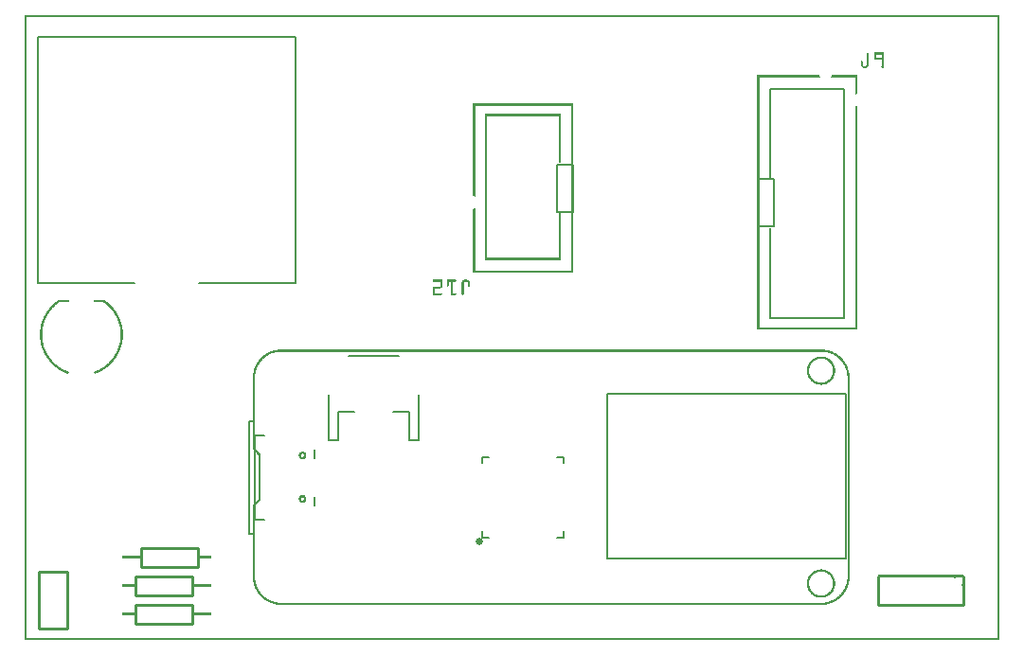
<source format=gto>
G04 MADE WITH FRITZING*
G04 WWW.FRITZING.ORG*
G04 DOUBLE SIDED*
G04 HOLES PLATED*
G04 CONTOUR ON CENTER OF CONTOUR VECTOR*
%ASAXBY*%
%FSLAX23Y23*%
%MOIN*%
%OFA0B0*%
%SFA1.0B1.0*%
%ADD10C,0.026000X-0.006*%
%ADD11R,0.063000X0.173200X0.047000X0.157200*%
%ADD12C,0.008000*%
%ADD13C,0.010000*%
%ADD14C,0.008003*%
%ADD15C,0.005000*%
%ADD16R,0.001000X0.001000*%
%LNSILK1*%
G90*
G70*
G54D10*
X1601Y350D03*
G54D12*
X1874Y1676D02*
X1929Y1676D01*
X1929Y1511D01*
X1874Y1511D01*
X1874Y1676D01*
D02*
X2583Y1626D02*
X2638Y1626D01*
X2638Y1461D01*
X2583Y1461D01*
X2583Y1626D01*
D02*
G54D13*
X51Y243D02*
X51Y44D01*
D02*
X51Y44D02*
X151Y44D01*
D02*
X151Y44D02*
X151Y243D01*
D02*
X151Y243D02*
X51Y243D01*
G54D14*
D02*
X953Y1261D02*
X953Y2125D01*
D02*
X953Y2125D02*
X47Y2125D01*
D02*
X47Y2125D02*
X47Y1261D01*
D02*
X953Y1261D02*
X613Y1261D01*
D02*
X386Y1261D02*
X47Y1261D01*
G54D15*
D02*
X1634Y646D02*
X1612Y646D01*
D02*
X1612Y646D02*
X1612Y625D01*
D02*
X1874Y646D02*
X1896Y646D01*
D02*
X1896Y646D02*
X1896Y625D01*
D02*
X1612Y385D02*
X1612Y363D01*
D02*
X1612Y363D02*
X1634Y363D01*
D02*
X1896Y385D02*
X1896Y363D01*
D02*
X1896Y363D02*
X1874Y363D01*
G54D12*
D02*
X1140Y1003D02*
X1317Y1003D01*
D02*
X1386Y865D02*
X1386Y708D01*
D02*
X1386Y708D02*
X1353Y708D01*
D02*
X1353Y708D02*
X1353Y806D01*
D02*
X1353Y806D02*
X1298Y806D01*
D02*
X1160Y806D02*
X1105Y806D01*
D02*
X1105Y806D02*
X1105Y708D01*
D02*
X1105Y708D02*
X1071Y708D01*
D02*
X1071Y708D02*
X1071Y865D01*
G54D15*
D02*
X1022Y673D02*
X1022Y642D01*
D02*
X1022Y508D02*
X1022Y476D01*
D02*
X845Y724D02*
X810Y724D01*
D02*
X810Y724D02*
X810Y425D01*
D02*
X810Y425D02*
X845Y425D01*
D02*
X2052Y871D02*
X2891Y871D01*
D02*
X2891Y871D02*
X2891Y291D01*
D02*
X2891Y291D02*
X2052Y291D01*
D02*
X2052Y291D02*
X2052Y871D01*
G54D12*
D02*
X790Y376D02*
X804Y376D01*
D02*
X790Y774D02*
X804Y774D01*
D02*
X790Y376D02*
X790Y774D01*
G54D13*
D02*
X591Y160D02*
X391Y160D01*
D02*
X391Y160D02*
X391Y226D01*
D02*
X391Y226D02*
X591Y226D01*
D02*
X591Y226D02*
X591Y160D01*
D02*
X591Y61D02*
X391Y61D01*
D02*
X391Y61D02*
X391Y127D01*
D02*
X391Y127D02*
X591Y127D01*
D02*
X591Y127D02*
X591Y61D01*
D02*
X3004Y225D02*
X3004Y125D01*
D02*
X3004Y125D02*
X3304Y125D01*
D02*
X3304Y125D02*
X3304Y225D01*
D02*
X410Y326D02*
X610Y326D01*
D02*
X610Y326D02*
X610Y260D01*
D02*
X610Y260D02*
X410Y260D01*
D02*
X410Y260D02*
X410Y326D01*
G54D12*
X2625Y1627D02*
X2625Y1944D01*
X2884Y1944D01*
X2884Y1137D01*
X2625Y1137D01*
X2625Y1454D01*
D02*
G54D16*
X0Y2203D02*
X3431Y2203D01*
X0Y2202D02*
X3431Y2202D01*
X0Y2201D02*
X3431Y2201D01*
X0Y2200D02*
X3431Y2200D01*
X0Y2199D02*
X3431Y2199D01*
X0Y2198D02*
X3431Y2198D01*
X0Y2197D02*
X3431Y2197D01*
X0Y2196D02*
X3431Y2196D01*
X0Y2195D02*
X7Y2195D01*
X3424Y2195D02*
X3431Y2195D01*
X0Y2194D02*
X7Y2194D01*
X3424Y2194D02*
X3431Y2194D01*
X0Y2193D02*
X7Y2193D01*
X3424Y2193D02*
X3431Y2193D01*
X0Y2192D02*
X7Y2192D01*
X3424Y2192D02*
X3431Y2192D01*
X0Y2191D02*
X7Y2191D01*
X3424Y2191D02*
X3431Y2191D01*
X0Y2190D02*
X7Y2190D01*
X3424Y2190D02*
X3431Y2190D01*
X0Y2189D02*
X7Y2189D01*
X3424Y2189D02*
X3431Y2189D01*
X0Y2188D02*
X7Y2188D01*
X3424Y2188D02*
X3431Y2188D01*
X0Y2187D02*
X7Y2187D01*
X3424Y2187D02*
X3431Y2187D01*
X0Y2186D02*
X7Y2186D01*
X3424Y2186D02*
X3431Y2186D01*
X0Y2185D02*
X7Y2185D01*
X3424Y2185D02*
X3431Y2185D01*
X0Y2184D02*
X7Y2184D01*
X3424Y2184D02*
X3431Y2184D01*
X0Y2183D02*
X7Y2183D01*
X3424Y2183D02*
X3431Y2183D01*
X0Y2182D02*
X7Y2182D01*
X3424Y2182D02*
X3431Y2182D01*
X0Y2181D02*
X7Y2181D01*
X3424Y2181D02*
X3431Y2181D01*
X0Y2180D02*
X7Y2180D01*
X3424Y2180D02*
X3431Y2180D01*
X0Y2179D02*
X7Y2179D01*
X3424Y2179D02*
X3431Y2179D01*
X0Y2178D02*
X7Y2178D01*
X3424Y2178D02*
X3431Y2178D01*
X0Y2177D02*
X7Y2177D01*
X3424Y2177D02*
X3431Y2177D01*
X0Y2176D02*
X7Y2176D01*
X3424Y2176D02*
X3431Y2176D01*
X0Y2175D02*
X7Y2175D01*
X3424Y2175D02*
X3431Y2175D01*
X0Y2174D02*
X7Y2174D01*
X3424Y2174D02*
X3431Y2174D01*
X0Y2173D02*
X7Y2173D01*
X3424Y2173D02*
X3431Y2173D01*
X0Y2172D02*
X7Y2172D01*
X3424Y2172D02*
X3431Y2172D01*
X0Y2171D02*
X7Y2171D01*
X3424Y2171D02*
X3431Y2171D01*
X0Y2170D02*
X7Y2170D01*
X3424Y2170D02*
X3431Y2170D01*
X0Y2169D02*
X7Y2169D01*
X3424Y2169D02*
X3431Y2169D01*
X0Y2168D02*
X7Y2168D01*
X3424Y2168D02*
X3431Y2168D01*
X0Y2167D02*
X7Y2167D01*
X3424Y2167D02*
X3431Y2167D01*
X0Y2166D02*
X7Y2166D01*
X3424Y2166D02*
X3431Y2166D01*
X0Y2165D02*
X7Y2165D01*
X3424Y2165D02*
X3431Y2165D01*
X0Y2164D02*
X7Y2164D01*
X3424Y2164D02*
X3431Y2164D01*
X0Y2163D02*
X7Y2163D01*
X3424Y2163D02*
X3431Y2163D01*
X0Y2162D02*
X7Y2162D01*
X3424Y2162D02*
X3431Y2162D01*
X0Y2161D02*
X7Y2161D01*
X3424Y2161D02*
X3431Y2161D01*
X0Y2160D02*
X7Y2160D01*
X3424Y2160D02*
X3431Y2160D01*
X0Y2159D02*
X7Y2159D01*
X3424Y2159D02*
X3431Y2159D01*
X0Y2158D02*
X7Y2158D01*
X3424Y2158D02*
X3431Y2158D01*
X0Y2157D02*
X7Y2157D01*
X3424Y2157D02*
X3431Y2157D01*
X0Y2156D02*
X7Y2156D01*
X3424Y2156D02*
X3431Y2156D01*
X0Y2155D02*
X7Y2155D01*
X3424Y2155D02*
X3431Y2155D01*
X0Y2154D02*
X7Y2154D01*
X3424Y2154D02*
X3431Y2154D01*
X0Y2153D02*
X7Y2153D01*
X3424Y2153D02*
X3431Y2153D01*
X0Y2152D02*
X7Y2152D01*
X3424Y2152D02*
X3431Y2152D01*
X0Y2151D02*
X7Y2151D01*
X3424Y2151D02*
X3431Y2151D01*
X0Y2150D02*
X7Y2150D01*
X3424Y2150D02*
X3431Y2150D01*
X0Y2149D02*
X7Y2149D01*
X3424Y2149D02*
X3431Y2149D01*
X0Y2148D02*
X7Y2148D01*
X3424Y2148D02*
X3431Y2148D01*
X0Y2147D02*
X7Y2147D01*
X3424Y2147D02*
X3431Y2147D01*
X0Y2146D02*
X7Y2146D01*
X3424Y2146D02*
X3431Y2146D01*
X0Y2145D02*
X7Y2145D01*
X3424Y2145D02*
X3431Y2145D01*
X0Y2144D02*
X7Y2144D01*
X3424Y2144D02*
X3431Y2144D01*
X0Y2143D02*
X7Y2143D01*
X3424Y2143D02*
X3431Y2143D01*
X0Y2142D02*
X7Y2142D01*
X3424Y2142D02*
X3431Y2142D01*
X0Y2141D02*
X7Y2141D01*
X3424Y2141D02*
X3431Y2141D01*
X0Y2140D02*
X7Y2140D01*
X3424Y2140D02*
X3431Y2140D01*
X0Y2139D02*
X7Y2139D01*
X3424Y2139D02*
X3431Y2139D01*
X0Y2138D02*
X7Y2138D01*
X3424Y2138D02*
X3431Y2138D01*
X0Y2137D02*
X7Y2137D01*
X3424Y2137D02*
X3431Y2137D01*
X0Y2136D02*
X7Y2136D01*
X3424Y2136D02*
X3431Y2136D01*
X0Y2135D02*
X7Y2135D01*
X3424Y2135D02*
X3431Y2135D01*
X0Y2134D02*
X7Y2134D01*
X3424Y2134D02*
X3431Y2134D01*
X0Y2133D02*
X7Y2133D01*
X3424Y2133D02*
X3431Y2133D01*
X0Y2132D02*
X7Y2132D01*
X3424Y2132D02*
X3431Y2132D01*
X0Y2131D02*
X7Y2131D01*
X3424Y2131D02*
X3431Y2131D01*
X0Y2130D02*
X7Y2130D01*
X3424Y2130D02*
X3431Y2130D01*
X0Y2129D02*
X7Y2129D01*
X3424Y2129D02*
X3431Y2129D01*
X0Y2128D02*
X7Y2128D01*
X3424Y2128D02*
X3431Y2128D01*
X0Y2127D02*
X7Y2127D01*
X3424Y2127D02*
X3431Y2127D01*
X0Y2126D02*
X7Y2126D01*
X3424Y2126D02*
X3431Y2126D01*
X0Y2125D02*
X7Y2125D01*
X3424Y2125D02*
X3431Y2125D01*
X0Y2124D02*
X7Y2124D01*
X3424Y2124D02*
X3431Y2124D01*
X0Y2123D02*
X7Y2123D01*
X3424Y2123D02*
X3431Y2123D01*
X0Y2122D02*
X7Y2122D01*
X3424Y2122D02*
X3431Y2122D01*
X0Y2121D02*
X7Y2121D01*
X3424Y2121D02*
X3431Y2121D01*
X0Y2120D02*
X7Y2120D01*
X3424Y2120D02*
X3431Y2120D01*
X0Y2119D02*
X7Y2119D01*
X3424Y2119D02*
X3431Y2119D01*
X0Y2118D02*
X7Y2118D01*
X3424Y2118D02*
X3431Y2118D01*
X0Y2117D02*
X7Y2117D01*
X3424Y2117D02*
X3431Y2117D01*
X0Y2116D02*
X7Y2116D01*
X3424Y2116D02*
X3431Y2116D01*
X0Y2115D02*
X7Y2115D01*
X3424Y2115D02*
X3431Y2115D01*
X0Y2114D02*
X7Y2114D01*
X3424Y2114D02*
X3431Y2114D01*
X0Y2113D02*
X7Y2113D01*
X3424Y2113D02*
X3431Y2113D01*
X0Y2112D02*
X7Y2112D01*
X3424Y2112D02*
X3431Y2112D01*
X0Y2111D02*
X7Y2111D01*
X3424Y2111D02*
X3431Y2111D01*
X0Y2110D02*
X7Y2110D01*
X3424Y2110D02*
X3431Y2110D01*
X0Y2109D02*
X7Y2109D01*
X3424Y2109D02*
X3431Y2109D01*
X0Y2108D02*
X7Y2108D01*
X3424Y2108D02*
X3431Y2108D01*
X0Y2107D02*
X7Y2107D01*
X3424Y2107D02*
X3431Y2107D01*
X0Y2106D02*
X7Y2106D01*
X3424Y2106D02*
X3431Y2106D01*
X0Y2105D02*
X7Y2105D01*
X3424Y2105D02*
X3431Y2105D01*
X0Y2104D02*
X7Y2104D01*
X3424Y2104D02*
X3431Y2104D01*
X0Y2103D02*
X7Y2103D01*
X3424Y2103D02*
X3431Y2103D01*
X0Y2102D02*
X7Y2102D01*
X3424Y2102D02*
X3431Y2102D01*
X0Y2101D02*
X7Y2101D01*
X3424Y2101D02*
X3431Y2101D01*
X0Y2100D02*
X7Y2100D01*
X3424Y2100D02*
X3431Y2100D01*
X0Y2099D02*
X7Y2099D01*
X3424Y2099D02*
X3431Y2099D01*
X0Y2098D02*
X7Y2098D01*
X3424Y2098D02*
X3431Y2098D01*
X0Y2097D02*
X7Y2097D01*
X3424Y2097D02*
X3431Y2097D01*
X0Y2096D02*
X7Y2096D01*
X3424Y2096D02*
X3431Y2096D01*
X0Y2095D02*
X7Y2095D01*
X3424Y2095D02*
X3431Y2095D01*
X0Y2094D02*
X7Y2094D01*
X3424Y2094D02*
X3431Y2094D01*
X0Y2093D02*
X7Y2093D01*
X3424Y2093D02*
X3431Y2093D01*
X0Y2092D02*
X7Y2092D01*
X3424Y2092D02*
X3431Y2092D01*
X0Y2091D02*
X7Y2091D01*
X3424Y2091D02*
X3431Y2091D01*
X0Y2090D02*
X7Y2090D01*
X3424Y2090D02*
X3431Y2090D01*
X0Y2089D02*
X7Y2089D01*
X3424Y2089D02*
X3431Y2089D01*
X0Y2088D02*
X7Y2088D01*
X3424Y2088D02*
X3431Y2088D01*
X0Y2087D02*
X7Y2087D01*
X3424Y2087D02*
X3431Y2087D01*
X0Y2086D02*
X7Y2086D01*
X3424Y2086D02*
X3431Y2086D01*
X0Y2085D02*
X7Y2085D01*
X3424Y2085D02*
X3431Y2085D01*
X0Y2084D02*
X7Y2084D01*
X3424Y2084D02*
X3431Y2084D01*
X0Y2083D02*
X7Y2083D01*
X3424Y2083D02*
X3431Y2083D01*
X0Y2082D02*
X7Y2082D01*
X3424Y2082D02*
X3431Y2082D01*
X0Y2081D02*
X7Y2081D01*
X3424Y2081D02*
X3431Y2081D01*
X0Y2080D02*
X7Y2080D01*
X3424Y2080D02*
X3431Y2080D01*
X0Y2079D02*
X7Y2079D01*
X3424Y2079D02*
X3431Y2079D01*
X0Y2078D02*
X7Y2078D01*
X3424Y2078D02*
X3431Y2078D01*
X0Y2077D02*
X7Y2077D01*
X3424Y2077D02*
X3431Y2077D01*
X0Y2076D02*
X7Y2076D01*
X3424Y2076D02*
X3431Y2076D01*
X0Y2075D02*
X7Y2075D01*
X3424Y2075D02*
X3431Y2075D01*
X0Y2074D02*
X7Y2074D01*
X3424Y2074D02*
X3431Y2074D01*
X0Y2073D02*
X7Y2073D01*
X3424Y2073D02*
X3431Y2073D01*
X0Y2072D02*
X7Y2072D01*
X3424Y2072D02*
X3431Y2072D01*
X0Y2071D02*
X7Y2071D01*
X2966Y2071D02*
X2968Y2071D01*
X2992Y2071D02*
X3022Y2071D01*
X3424Y2071D02*
X3431Y2071D01*
X0Y2070D02*
X7Y2070D01*
X2965Y2070D02*
X2969Y2070D01*
X2991Y2070D02*
X3023Y2070D01*
X3424Y2070D02*
X3431Y2070D01*
X0Y2069D02*
X7Y2069D01*
X2964Y2069D02*
X2970Y2069D01*
X2990Y2069D02*
X3023Y2069D01*
X3424Y2069D02*
X3431Y2069D01*
X0Y2068D02*
X7Y2068D01*
X2964Y2068D02*
X2970Y2068D01*
X2990Y2068D02*
X3024Y2068D01*
X3424Y2068D02*
X3431Y2068D01*
X0Y2067D02*
X7Y2067D01*
X2964Y2067D02*
X2970Y2067D01*
X2990Y2067D02*
X3024Y2067D01*
X3424Y2067D02*
X3431Y2067D01*
X0Y2066D02*
X7Y2066D01*
X2964Y2066D02*
X2970Y2066D01*
X2990Y2066D02*
X3024Y2066D01*
X3424Y2066D02*
X3431Y2066D01*
X0Y2065D02*
X7Y2065D01*
X2964Y2065D02*
X2970Y2065D01*
X2990Y2065D02*
X3024Y2065D01*
X3424Y2065D02*
X3431Y2065D01*
X0Y2064D02*
X7Y2064D01*
X2964Y2064D02*
X2970Y2064D01*
X2990Y2064D02*
X2996Y2064D01*
X3017Y2064D02*
X3024Y2064D01*
X3424Y2064D02*
X3431Y2064D01*
X0Y2063D02*
X7Y2063D01*
X2964Y2063D02*
X2970Y2063D01*
X2990Y2063D02*
X2996Y2063D01*
X3017Y2063D02*
X3024Y2063D01*
X3424Y2063D02*
X3431Y2063D01*
X0Y2062D02*
X7Y2062D01*
X2964Y2062D02*
X2970Y2062D01*
X2990Y2062D02*
X2996Y2062D01*
X3017Y2062D02*
X3024Y2062D01*
X3424Y2062D02*
X3431Y2062D01*
X0Y2061D02*
X7Y2061D01*
X2964Y2061D02*
X2970Y2061D01*
X2990Y2061D02*
X2996Y2061D01*
X3017Y2061D02*
X3024Y2061D01*
X3424Y2061D02*
X3431Y2061D01*
X0Y2060D02*
X7Y2060D01*
X2964Y2060D02*
X2970Y2060D01*
X2990Y2060D02*
X2996Y2060D01*
X3017Y2060D02*
X3024Y2060D01*
X3424Y2060D02*
X3431Y2060D01*
X0Y2059D02*
X7Y2059D01*
X2964Y2059D02*
X2970Y2059D01*
X2990Y2059D02*
X2996Y2059D01*
X3017Y2059D02*
X3024Y2059D01*
X3424Y2059D02*
X3431Y2059D01*
X0Y2058D02*
X7Y2058D01*
X2964Y2058D02*
X2970Y2058D01*
X2990Y2058D02*
X2996Y2058D01*
X3017Y2058D02*
X3024Y2058D01*
X3424Y2058D02*
X3431Y2058D01*
X0Y2057D02*
X7Y2057D01*
X2964Y2057D02*
X2970Y2057D01*
X2990Y2057D02*
X2996Y2057D01*
X3017Y2057D02*
X3024Y2057D01*
X3424Y2057D02*
X3431Y2057D01*
X0Y2056D02*
X7Y2056D01*
X2964Y2056D02*
X2970Y2056D01*
X2990Y2056D02*
X2996Y2056D01*
X3017Y2056D02*
X3024Y2056D01*
X3424Y2056D02*
X3431Y2056D01*
X0Y2055D02*
X7Y2055D01*
X2964Y2055D02*
X2970Y2055D01*
X2990Y2055D02*
X2996Y2055D01*
X3017Y2055D02*
X3024Y2055D01*
X3424Y2055D02*
X3431Y2055D01*
X0Y2054D02*
X7Y2054D01*
X2964Y2054D02*
X2970Y2054D01*
X2990Y2054D02*
X2996Y2054D01*
X3017Y2054D02*
X3024Y2054D01*
X3424Y2054D02*
X3431Y2054D01*
X0Y2053D02*
X7Y2053D01*
X2964Y2053D02*
X2970Y2053D01*
X2990Y2053D02*
X3024Y2053D01*
X3424Y2053D02*
X3431Y2053D01*
X0Y2052D02*
X7Y2052D01*
X2964Y2052D02*
X2970Y2052D01*
X2990Y2052D02*
X3024Y2052D01*
X3424Y2052D02*
X3431Y2052D01*
X0Y2051D02*
X7Y2051D01*
X2964Y2051D02*
X2970Y2051D01*
X2990Y2051D02*
X3024Y2051D01*
X3424Y2051D02*
X3431Y2051D01*
X0Y2050D02*
X7Y2050D01*
X2964Y2050D02*
X2970Y2050D01*
X2990Y2050D02*
X3024Y2050D01*
X3424Y2050D02*
X3431Y2050D01*
X0Y2049D02*
X7Y2049D01*
X2964Y2049D02*
X2970Y2049D01*
X2990Y2049D02*
X3024Y2049D01*
X3424Y2049D02*
X3431Y2049D01*
X0Y2048D02*
X7Y2048D01*
X2964Y2048D02*
X2970Y2048D01*
X2991Y2048D02*
X3024Y2048D01*
X3424Y2048D02*
X3431Y2048D01*
X0Y2047D02*
X7Y2047D01*
X2964Y2047D02*
X2970Y2047D01*
X2993Y2047D02*
X3024Y2047D01*
X3424Y2047D02*
X3431Y2047D01*
X0Y2046D02*
X7Y2046D01*
X2964Y2046D02*
X2970Y2046D01*
X3017Y2046D02*
X3024Y2046D01*
X3424Y2046D02*
X3431Y2046D01*
X0Y2045D02*
X7Y2045D01*
X2964Y2045D02*
X2970Y2045D01*
X3017Y2045D02*
X3024Y2045D01*
X3424Y2045D02*
X3431Y2045D01*
X0Y2044D02*
X7Y2044D01*
X2964Y2044D02*
X2970Y2044D01*
X3017Y2044D02*
X3024Y2044D01*
X3424Y2044D02*
X3431Y2044D01*
X0Y2043D02*
X7Y2043D01*
X2964Y2043D02*
X2970Y2043D01*
X3017Y2043D02*
X3024Y2043D01*
X3424Y2043D02*
X3431Y2043D01*
X0Y2042D02*
X7Y2042D01*
X2946Y2042D02*
X2947Y2042D01*
X2964Y2042D02*
X2970Y2042D01*
X3017Y2042D02*
X3024Y2042D01*
X3424Y2042D02*
X3431Y2042D01*
X0Y2041D02*
X7Y2041D01*
X2944Y2041D02*
X2948Y2041D01*
X2964Y2041D02*
X2970Y2041D01*
X3017Y2041D02*
X3024Y2041D01*
X3424Y2041D02*
X3431Y2041D01*
X0Y2040D02*
X7Y2040D01*
X2944Y2040D02*
X2949Y2040D01*
X2964Y2040D02*
X2970Y2040D01*
X3017Y2040D02*
X3024Y2040D01*
X3424Y2040D02*
X3431Y2040D01*
X0Y2039D02*
X7Y2039D01*
X2943Y2039D02*
X2949Y2039D01*
X2964Y2039D02*
X2970Y2039D01*
X3017Y2039D02*
X3024Y2039D01*
X3424Y2039D02*
X3431Y2039D01*
X0Y2038D02*
X7Y2038D01*
X2943Y2038D02*
X2949Y2038D01*
X2964Y2038D02*
X2970Y2038D01*
X3017Y2038D02*
X3024Y2038D01*
X3424Y2038D02*
X3431Y2038D01*
X0Y2037D02*
X7Y2037D01*
X2943Y2037D02*
X2949Y2037D01*
X2964Y2037D02*
X2970Y2037D01*
X3017Y2037D02*
X3024Y2037D01*
X3424Y2037D02*
X3431Y2037D01*
X0Y2036D02*
X7Y2036D01*
X2943Y2036D02*
X2949Y2036D01*
X2964Y2036D02*
X2970Y2036D01*
X3017Y2036D02*
X3024Y2036D01*
X3424Y2036D02*
X3431Y2036D01*
X0Y2035D02*
X7Y2035D01*
X2943Y2035D02*
X2949Y2035D01*
X2964Y2035D02*
X2970Y2035D01*
X3017Y2035D02*
X3024Y2035D01*
X3424Y2035D02*
X3431Y2035D01*
X0Y2034D02*
X7Y2034D01*
X2943Y2034D02*
X2949Y2034D01*
X2964Y2034D02*
X2970Y2034D01*
X3017Y2034D02*
X3024Y2034D01*
X3424Y2034D02*
X3431Y2034D01*
X0Y2033D02*
X7Y2033D01*
X2943Y2033D02*
X2949Y2033D01*
X2964Y2033D02*
X2970Y2033D01*
X3017Y2033D02*
X3024Y2033D01*
X3424Y2033D02*
X3431Y2033D01*
X0Y2032D02*
X7Y2032D01*
X2943Y2032D02*
X2949Y2032D01*
X2964Y2032D02*
X2970Y2032D01*
X3017Y2032D02*
X3024Y2032D01*
X3424Y2032D02*
X3431Y2032D01*
X0Y2031D02*
X7Y2031D01*
X2943Y2031D02*
X2949Y2031D01*
X2964Y2031D02*
X2970Y2031D01*
X3017Y2031D02*
X3024Y2031D01*
X3424Y2031D02*
X3431Y2031D01*
X0Y2030D02*
X7Y2030D01*
X2943Y2030D02*
X2949Y2030D01*
X2964Y2030D02*
X2970Y2030D01*
X3017Y2030D02*
X3024Y2030D01*
X3424Y2030D02*
X3431Y2030D01*
X0Y2029D02*
X7Y2029D01*
X2943Y2029D02*
X2949Y2029D01*
X2964Y2029D02*
X2970Y2029D01*
X3017Y2029D02*
X3024Y2029D01*
X3424Y2029D02*
X3431Y2029D01*
X0Y2028D02*
X7Y2028D01*
X2943Y2028D02*
X2949Y2028D01*
X2964Y2028D02*
X2970Y2028D01*
X3017Y2028D02*
X3024Y2028D01*
X3424Y2028D02*
X3431Y2028D01*
X0Y2027D02*
X7Y2027D01*
X2943Y2027D02*
X2950Y2027D01*
X2964Y2027D02*
X2970Y2027D01*
X3017Y2027D02*
X3024Y2027D01*
X3424Y2027D02*
X3431Y2027D01*
X0Y2026D02*
X7Y2026D01*
X2944Y2026D02*
X2950Y2026D01*
X2963Y2026D02*
X2970Y2026D01*
X3017Y2026D02*
X3024Y2026D01*
X3424Y2026D02*
X3431Y2026D01*
X0Y2025D02*
X7Y2025D01*
X2944Y2025D02*
X2951Y2025D01*
X2962Y2025D02*
X2970Y2025D01*
X3017Y2025D02*
X3024Y2025D01*
X3424Y2025D02*
X3431Y2025D01*
X0Y2024D02*
X7Y2024D01*
X2944Y2024D02*
X2969Y2024D01*
X3016Y2024D02*
X3024Y2024D01*
X3424Y2024D02*
X3431Y2024D01*
X0Y2023D02*
X7Y2023D01*
X2945Y2023D02*
X2969Y2023D01*
X3015Y2023D02*
X3024Y2023D01*
X3424Y2023D02*
X3431Y2023D01*
X0Y2022D02*
X7Y2022D01*
X2945Y2022D02*
X2968Y2022D01*
X3014Y2022D02*
X3024Y2022D01*
X3424Y2022D02*
X3431Y2022D01*
X0Y2021D02*
X7Y2021D01*
X2946Y2021D02*
X2967Y2021D01*
X3014Y2021D02*
X3023Y2021D01*
X3424Y2021D02*
X3431Y2021D01*
X0Y2020D02*
X7Y2020D01*
X2947Y2020D02*
X2966Y2020D01*
X3014Y2020D02*
X3023Y2020D01*
X3424Y2020D02*
X3431Y2020D01*
X0Y2019D02*
X7Y2019D01*
X2949Y2019D02*
X2965Y2019D01*
X3015Y2019D02*
X3023Y2019D01*
X3424Y2019D02*
X3431Y2019D01*
X0Y2018D02*
X7Y2018D01*
X2951Y2018D02*
X2963Y2018D01*
X3016Y2018D02*
X3022Y2018D01*
X3424Y2018D02*
X3431Y2018D01*
X0Y2017D02*
X7Y2017D01*
X3424Y2017D02*
X3431Y2017D01*
X0Y2016D02*
X7Y2016D01*
X3424Y2016D02*
X3431Y2016D01*
X0Y2015D02*
X7Y2015D01*
X3424Y2015D02*
X3431Y2015D01*
X0Y2014D02*
X7Y2014D01*
X3424Y2014D02*
X3431Y2014D01*
X0Y2013D02*
X7Y2013D01*
X3424Y2013D02*
X3431Y2013D01*
X0Y2012D02*
X7Y2012D01*
X3424Y2012D02*
X3431Y2012D01*
X0Y2011D02*
X7Y2011D01*
X3424Y2011D02*
X3431Y2011D01*
X0Y2010D02*
X7Y2010D01*
X3424Y2010D02*
X3431Y2010D01*
X0Y2009D02*
X7Y2009D01*
X3424Y2009D02*
X3431Y2009D01*
X0Y2008D02*
X7Y2008D01*
X3424Y2008D02*
X3431Y2008D01*
X0Y2007D02*
X7Y2007D01*
X3424Y2007D02*
X3431Y2007D01*
X0Y2006D02*
X7Y2006D01*
X3424Y2006D02*
X3431Y2006D01*
X0Y2005D02*
X7Y2005D01*
X3424Y2005D02*
X3431Y2005D01*
X0Y2004D02*
X7Y2004D01*
X3424Y2004D02*
X3431Y2004D01*
X0Y2003D02*
X7Y2003D01*
X3424Y2003D02*
X3431Y2003D01*
X0Y2002D02*
X7Y2002D01*
X3424Y2002D02*
X3431Y2002D01*
X0Y2001D02*
X7Y2001D01*
X3424Y2001D02*
X3431Y2001D01*
X0Y2000D02*
X7Y2000D01*
X3424Y2000D02*
X3431Y2000D01*
X0Y1999D02*
X7Y1999D01*
X3424Y1999D02*
X3431Y1999D01*
X0Y1998D02*
X7Y1998D01*
X3424Y1998D02*
X3431Y1998D01*
X0Y1997D02*
X7Y1997D01*
X3424Y1997D02*
X3431Y1997D01*
X0Y1996D02*
X7Y1996D01*
X3424Y1996D02*
X3431Y1996D01*
X0Y1995D02*
X7Y1995D01*
X3424Y1995D02*
X3431Y1995D01*
X0Y1994D02*
X7Y1994D01*
X3424Y1994D02*
X3431Y1994D01*
X0Y1993D02*
X7Y1993D01*
X3424Y1993D02*
X3431Y1993D01*
X0Y1992D02*
X7Y1992D01*
X3424Y1992D02*
X3431Y1992D01*
X0Y1991D02*
X7Y1991D01*
X2578Y1991D02*
X2796Y1991D01*
X2842Y1991D02*
X2931Y1991D01*
X3424Y1991D02*
X3431Y1991D01*
X0Y1990D02*
X7Y1990D01*
X2578Y1990D02*
X2796Y1990D01*
X2842Y1990D02*
X2931Y1990D01*
X3424Y1990D02*
X3431Y1990D01*
X0Y1989D02*
X7Y1989D01*
X2578Y1989D02*
X2796Y1989D01*
X2841Y1989D02*
X2931Y1989D01*
X3424Y1989D02*
X3431Y1989D01*
X0Y1988D02*
X7Y1988D01*
X2578Y1988D02*
X2797Y1988D01*
X2841Y1988D02*
X2931Y1988D01*
X3424Y1988D02*
X3431Y1988D01*
X0Y1987D02*
X7Y1987D01*
X2578Y1987D02*
X2797Y1987D01*
X2840Y1987D02*
X2931Y1987D01*
X3424Y1987D02*
X3431Y1987D01*
X0Y1986D02*
X7Y1986D01*
X2578Y1986D02*
X2798Y1986D01*
X2840Y1986D02*
X2931Y1986D01*
X3424Y1986D02*
X3431Y1986D01*
X0Y1985D02*
X7Y1985D01*
X2578Y1985D02*
X2799Y1985D01*
X2839Y1985D02*
X2931Y1985D01*
X3424Y1985D02*
X3431Y1985D01*
X0Y1984D02*
X7Y1984D01*
X2578Y1984D02*
X2799Y1984D01*
X2838Y1984D02*
X2931Y1984D01*
X3424Y1984D02*
X3431Y1984D01*
X0Y1983D02*
X7Y1983D01*
X2578Y1983D02*
X2585Y1983D01*
X2924Y1983D02*
X2931Y1983D01*
X3424Y1983D02*
X3431Y1983D01*
X0Y1982D02*
X7Y1982D01*
X2578Y1982D02*
X2585Y1982D01*
X2924Y1982D02*
X2931Y1982D01*
X3424Y1982D02*
X3431Y1982D01*
X0Y1981D02*
X7Y1981D01*
X2578Y1981D02*
X2585Y1981D01*
X2924Y1981D02*
X2931Y1981D01*
X3424Y1981D02*
X3431Y1981D01*
X0Y1980D02*
X7Y1980D01*
X2578Y1980D02*
X2585Y1980D01*
X2924Y1980D02*
X2931Y1980D01*
X3424Y1980D02*
X3431Y1980D01*
X0Y1979D02*
X7Y1979D01*
X2578Y1979D02*
X2585Y1979D01*
X2924Y1979D02*
X2931Y1979D01*
X3424Y1979D02*
X3431Y1979D01*
X0Y1978D02*
X7Y1978D01*
X2578Y1978D02*
X2585Y1978D01*
X2924Y1978D02*
X2931Y1978D01*
X3424Y1978D02*
X3431Y1978D01*
X0Y1977D02*
X7Y1977D01*
X2578Y1977D02*
X2585Y1977D01*
X2924Y1977D02*
X2931Y1977D01*
X3424Y1977D02*
X3431Y1977D01*
X0Y1976D02*
X7Y1976D01*
X2578Y1976D02*
X2585Y1976D01*
X2924Y1976D02*
X2931Y1976D01*
X3424Y1976D02*
X3431Y1976D01*
X0Y1975D02*
X7Y1975D01*
X2578Y1975D02*
X2585Y1975D01*
X2924Y1975D02*
X2931Y1975D01*
X3424Y1975D02*
X3431Y1975D01*
X0Y1974D02*
X7Y1974D01*
X2578Y1974D02*
X2585Y1974D01*
X2924Y1974D02*
X2931Y1974D01*
X3424Y1974D02*
X3431Y1974D01*
X0Y1973D02*
X7Y1973D01*
X2578Y1973D02*
X2585Y1973D01*
X2924Y1973D02*
X2931Y1973D01*
X3424Y1973D02*
X3431Y1973D01*
X0Y1972D02*
X7Y1972D01*
X2578Y1972D02*
X2585Y1972D01*
X2924Y1972D02*
X2931Y1972D01*
X3424Y1972D02*
X3431Y1972D01*
X0Y1971D02*
X7Y1971D01*
X2578Y1971D02*
X2585Y1971D01*
X2924Y1971D02*
X2931Y1971D01*
X3424Y1971D02*
X3431Y1971D01*
X0Y1970D02*
X7Y1970D01*
X2578Y1970D02*
X2585Y1970D01*
X2924Y1970D02*
X2931Y1970D01*
X3424Y1970D02*
X3431Y1970D01*
X0Y1969D02*
X7Y1969D01*
X2578Y1969D02*
X2585Y1969D01*
X2924Y1969D02*
X2931Y1969D01*
X3424Y1969D02*
X3431Y1969D01*
X0Y1968D02*
X7Y1968D01*
X2578Y1968D02*
X2585Y1968D01*
X2924Y1968D02*
X2931Y1968D01*
X3424Y1968D02*
X3431Y1968D01*
X0Y1967D02*
X7Y1967D01*
X2578Y1967D02*
X2585Y1967D01*
X2924Y1967D02*
X2931Y1967D01*
X3424Y1967D02*
X3431Y1967D01*
X0Y1966D02*
X7Y1966D01*
X2578Y1966D02*
X2585Y1966D01*
X2924Y1966D02*
X2931Y1966D01*
X3424Y1966D02*
X3431Y1966D01*
X0Y1965D02*
X7Y1965D01*
X2578Y1965D02*
X2585Y1965D01*
X2924Y1965D02*
X2931Y1965D01*
X3424Y1965D02*
X3431Y1965D01*
X0Y1964D02*
X7Y1964D01*
X2578Y1964D02*
X2585Y1964D01*
X2924Y1964D02*
X2931Y1964D01*
X3424Y1964D02*
X3431Y1964D01*
X0Y1963D02*
X7Y1963D01*
X2578Y1963D02*
X2585Y1963D01*
X2924Y1963D02*
X2931Y1963D01*
X3424Y1963D02*
X3431Y1963D01*
X0Y1962D02*
X7Y1962D01*
X2578Y1962D02*
X2585Y1962D01*
X2924Y1962D02*
X2931Y1962D01*
X3424Y1962D02*
X3431Y1962D01*
X0Y1961D02*
X7Y1961D01*
X2578Y1961D02*
X2585Y1961D01*
X2924Y1961D02*
X2931Y1961D01*
X3424Y1961D02*
X3431Y1961D01*
X0Y1960D02*
X7Y1960D01*
X2578Y1960D02*
X2585Y1960D01*
X2924Y1960D02*
X2931Y1960D01*
X3424Y1960D02*
X3431Y1960D01*
X0Y1959D02*
X7Y1959D01*
X2578Y1959D02*
X2585Y1959D01*
X2924Y1959D02*
X2931Y1959D01*
X3424Y1959D02*
X3431Y1959D01*
X0Y1958D02*
X7Y1958D01*
X2578Y1958D02*
X2585Y1958D01*
X2924Y1958D02*
X2931Y1958D01*
X3424Y1958D02*
X3431Y1958D01*
X0Y1957D02*
X7Y1957D01*
X2578Y1957D02*
X2585Y1957D01*
X2924Y1957D02*
X2931Y1957D01*
X3424Y1957D02*
X3431Y1957D01*
X0Y1956D02*
X7Y1956D01*
X2578Y1956D02*
X2585Y1956D01*
X2924Y1956D02*
X2931Y1956D01*
X3424Y1956D02*
X3431Y1956D01*
X0Y1955D02*
X7Y1955D01*
X2578Y1955D02*
X2585Y1955D01*
X2924Y1955D02*
X2931Y1955D01*
X3424Y1955D02*
X3431Y1955D01*
X0Y1954D02*
X7Y1954D01*
X2578Y1954D02*
X2585Y1954D01*
X2924Y1954D02*
X2931Y1954D01*
X3424Y1954D02*
X3431Y1954D01*
X0Y1953D02*
X7Y1953D01*
X2578Y1953D02*
X2585Y1953D01*
X2924Y1953D02*
X2931Y1953D01*
X3424Y1953D02*
X3431Y1953D01*
X0Y1952D02*
X7Y1952D01*
X2578Y1952D02*
X2585Y1952D01*
X2924Y1952D02*
X2931Y1952D01*
X3424Y1952D02*
X3431Y1952D01*
X0Y1951D02*
X7Y1951D01*
X2578Y1951D02*
X2585Y1951D01*
X2924Y1951D02*
X2931Y1951D01*
X3424Y1951D02*
X3431Y1951D01*
X0Y1950D02*
X7Y1950D01*
X2578Y1950D02*
X2585Y1950D01*
X2924Y1950D02*
X2931Y1950D01*
X3424Y1950D02*
X3431Y1950D01*
X0Y1949D02*
X7Y1949D01*
X2578Y1949D02*
X2585Y1949D01*
X2924Y1949D02*
X2931Y1949D01*
X3424Y1949D02*
X3431Y1949D01*
X0Y1948D02*
X7Y1948D01*
X2578Y1948D02*
X2585Y1948D01*
X2924Y1948D02*
X2931Y1948D01*
X3424Y1948D02*
X3431Y1948D01*
X0Y1947D02*
X7Y1947D01*
X2578Y1947D02*
X2585Y1947D01*
X2924Y1947D02*
X2931Y1947D01*
X3424Y1947D02*
X3431Y1947D01*
X0Y1946D02*
X7Y1946D01*
X2578Y1946D02*
X2585Y1946D01*
X2924Y1946D02*
X2931Y1946D01*
X3424Y1946D02*
X3431Y1946D01*
X0Y1945D02*
X7Y1945D01*
X2578Y1945D02*
X2585Y1945D01*
X2924Y1945D02*
X2931Y1945D01*
X3424Y1945D02*
X3431Y1945D01*
X0Y1944D02*
X7Y1944D01*
X2578Y1944D02*
X2585Y1944D01*
X2924Y1944D02*
X2931Y1944D01*
X3424Y1944D02*
X3431Y1944D01*
X0Y1943D02*
X7Y1943D01*
X2578Y1943D02*
X2585Y1943D01*
X2924Y1943D02*
X2931Y1943D01*
X3424Y1943D02*
X3431Y1943D01*
X0Y1942D02*
X7Y1942D01*
X2578Y1942D02*
X2585Y1942D01*
X2924Y1942D02*
X2931Y1942D01*
X3424Y1942D02*
X3431Y1942D01*
X0Y1941D02*
X7Y1941D01*
X2578Y1941D02*
X2585Y1941D01*
X2924Y1941D02*
X2931Y1941D01*
X3424Y1941D02*
X3431Y1941D01*
X0Y1940D02*
X7Y1940D01*
X2578Y1940D02*
X2585Y1940D01*
X2924Y1940D02*
X2931Y1940D01*
X3424Y1940D02*
X3431Y1940D01*
X0Y1939D02*
X7Y1939D01*
X2578Y1939D02*
X2585Y1939D01*
X2924Y1939D02*
X2931Y1939D01*
X3424Y1939D02*
X3431Y1939D01*
X0Y1938D02*
X7Y1938D01*
X2578Y1938D02*
X2585Y1938D01*
X2924Y1938D02*
X2931Y1938D01*
X3424Y1938D02*
X3431Y1938D01*
X0Y1937D02*
X7Y1937D01*
X2578Y1937D02*
X2585Y1937D01*
X2924Y1937D02*
X2931Y1937D01*
X3424Y1937D02*
X3431Y1937D01*
X0Y1936D02*
X7Y1936D01*
X2578Y1936D02*
X2585Y1936D01*
X2924Y1936D02*
X2931Y1936D01*
X3424Y1936D02*
X3431Y1936D01*
X0Y1935D02*
X7Y1935D01*
X2578Y1935D02*
X2585Y1935D01*
X2924Y1935D02*
X2931Y1935D01*
X3424Y1935D02*
X3431Y1935D01*
X0Y1934D02*
X7Y1934D01*
X2578Y1934D02*
X2585Y1934D01*
X2924Y1934D02*
X2931Y1934D01*
X3424Y1934D02*
X3431Y1934D01*
X0Y1933D02*
X7Y1933D01*
X2578Y1933D02*
X2585Y1933D01*
X2924Y1933D02*
X2931Y1933D01*
X3424Y1933D02*
X3431Y1933D01*
X0Y1932D02*
X7Y1932D01*
X2578Y1932D02*
X2585Y1932D01*
X2924Y1932D02*
X2931Y1932D01*
X3424Y1932D02*
X3431Y1932D01*
X0Y1931D02*
X7Y1931D01*
X2578Y1931D02*
X2585Y1931D01*
X2924Y1931D02*
X2931Y1931D01*
X3424Y1931D02*
X3431Y1931D01*
X0Y1930D02*
X7Y1930D01*
X2578Y1930D02*
X2585Y1930D01*
X2924Y1930D02*
X2931Y1930D01*
X3424Y1930D02*
X3431Y1930D01*
X0Y1929D02*
X7Y1929D01*
X2578Y1929D02*
X2585Y1929D01*
X2924Y1929D02*
X2931Y1929D01*
X3424Y1929D02*
X3431Y1929D01*
X0Y1928D02*
X7Y1928D01*
X2578Y1928D02*
X2585Y1928D01*
X2924Y1928D02*
X2931Y1928D01*
X3424Y1928D02*
X3431Y1928D01*
X0Y1927D02*
X7Y1927D01*
X2578Y1927D02*
X2585Y1927D01*
X2924Y1927D02*
X2931Y1927D01*
X3424Y1927D02*
X3431Y1927D01*
X0Y1926D02*
X7Y1926D01*
X2578Y1926D02*
X2585Y1926D01*
X2924Y1926D02*
X2929Y1926D01*
X3424Y1926D02*
X3431Y1926D01*
X0Y1925D02*
X7Y1925D01*
X2578Y1925D02*
X2585Y1925D01*
X2924Y1925D02*
X2927Y1925D01*
X3424Y1925D02*
X3431Y1925D01*
X0Y1924D02*
X7Y1924D01*
X2578Y1924D02*
X2585Y1924D01*
X2924Y1924D02*
X2925Y1924D01*
X3424Y1924D02*
X3431Y1924D01*
X0Y1923D02*
X7Y1923D01*
X2578Y1923D02*
X2585Y1923D01*
X3424Y1923D02*
X3431Y1923D01*
X0Y1922D02*
X7Y1922D01*
X2578Y1922D02*
X2585Y1922D01*
X3424Y1922D02*
X3431Y1922D01*
X0Y1921D02*
X7Y1921D01*
X2578Y1921D02*
X2585Y1921D01*
X3424Y1921D02*
X3431Y1921D01*
X0Y1920D02*
X7Y1920D01*
X2578Y1920D02*
X2585Y1920D01*
X3424Y1920D02*
X3431Y1920D01*
X0Y1919D02*
X7Y1919D01*
X2578Y1919D02*
X2585Y1919D01*
X3424Y1919D02*
X3431Y1919D01*
X0Y1918D02*
X7Y1918D01*
X2578Y1918D02*
X2585Y1918D01*
X3424Y1918D02*
X3431Y1918D01*
X0Y1917D02*
X7Y1917D01*
X2578Y1917D02*
X2585Y1917D01*
X3424Y1917D02*
X3431Y1917D01*
X0Y1916D02*
X7Y1916D01*
X2578Y1916D02*
X2585Y1916D01*
X3424Y1916D02*
X3431Y1916D01*
X0Y1915D02*
X7Y1915D01*
X2578Y1915D02*
X2585Y1915D01*
X3424Y1915D02*
X3431Y1915D01*
X0Y1914D02*
X7Y1914D01*
X2578Y1914D02*
X2585Y1914D01*
X3424Y1914D02*
X3431Y1914D01*
X0Y1913D02*
X7Y1913D01*
X2578Y1913D02*
X2585Y1913D01*
X3424Y1913D02*
X3431Y1913D01*
X0Y1912D02*
X7Y1912D01*
X2578Y1912D02*
X2585Y1912D01*
X3424Y1912D02*
X3431Y1912D01*
X0Y1911D02*
X7Y1911D01*
X2578Y1911D02*
X2585Y1911D01*
X3424Y1911D02*
X3431Y1911D01*
X0Y1910D02*
X7Y1910D01*
X2578Y1910D02*
X2585Y1910D01*
X3424Y1910D02*
X3431Y1910D01*
X0Y1909D02*
X7Y1909D01*
X2578Y1909D02*
X2585Y1909D01*
X3424Y1909D02*
X3431Y1909D01*
X0Y1908D02*
X7Y1908D01*
X2578Y1908D02*
X2585Y1908D01*
X3424Y1908D02*
X3431Y1908D01*
X0Y1907D02*
X7Y1907D01*
X2578Y1907D02*
X2585Y1907D01*
X3424Y1907D02*
X3431Y1907D01*
X0Y1906D02*
X7Y1906D01*
X2578Y1906D02*
X2585Y1906D01*
X3424Y1906D02*
X3431Y1906D01*
X0Y1905D02*
X7Y1905D01*
X2578Y1905D02*
X2585Y1905D01*
X3424Y1905D02*
X3431Y1905D01*
X0Y1904D02*
X7Y1904D01*
X2578Y1904D02*
X2585Y1904D01*
X3424Y1904D02*
X3431Y1904D01*
X0Y1903D02*
X7Y1903D01*
X2578Y1903D02*
X2585Y1903D01*
X3424Y1903D02*
X3431Y1903D01*
X0Y1902D02*
X7Y1902D01*
X2578Y1902D02*
X2585Y1902D01*
X3424Y1902D02*
X3431Y1902D01*
X0Y1901D02*
X7Y1901D01*
X2578Y1901D02*
X2585Y1901D01*
X3424Y1901D02*
X3431Y1901D01*
X0Y1900D02*
X7Y1900D01*
X2578Y1900D02*
X2585Y1900D01*
X3424Y1900D02*
X3431Y1900D01*
X0Y1899D02*
X7Y1899D01*
X2578Y1899D02*
X2585Y1899D01*
X3424Y1899D02*
X3431Y1899D01*
X0Y1898D02*
X7Y1898D01*
X2578Y1898D02*
X2585Y1898D01*
X3424Y1898D02*
X3431Y1898D01*
X0Y1897D02*
X7Y1897D01*
X2578Y1897D02*
X2585Y1897D01*
X3424Y1897D02*
X3431Y1897D01*
X0Y1896D02*
X7Y1896D01*
X2578Y1896D02*
X2585Y1896D01*
X3424Y1896D02*
X3431Y1896D01*
X0Y1895D02*
X7Y1895D01*
X2578Y1895D02*
X2585Y1895D01*
X3424Y1895D02*
X3431Y1895D01*
X0Y1894D02*
X7Y1894D01*
X2578Y1894D02*
X2585Y1894D01*
X3424Y1894D02*
X3431Y1894D01*
X0Y1893D02*
X7Y1893D01*
X2578Y1893D02*
X2585Y1893D01*
X3424Y1893D02*
X3431Y1893D01*
X0Y1892D02*
X7Y1892D01*
X2578Y1892D02*
X2585Y1892D01*
X3424Y1892D02*
X3431Y1892D01*
X0Y1891D02*
X7Y1891D01*
X1578Y1891D02*
X1931Y1891D01*
X2578Y1891D02*
X2585Y1891D01*
X3424Y1891D02*
X3431Y1891D01*
X0Y1890D02*
X7Y1890D01*
X1578Y1890D02*
X1931Y1890D01*
X2578Y1890D02*
X2585Y1890D01*
X3424Y1890D02*
X3431Y1890D01*
X0Y1889D02*
X7Y1889D01*
X1578Y1889D02*
X1931Y1889D01*
X2578Y1889D02*
X2585Y1889D01*
X3424Y1889D02*
X3431Y1889D01*
X0Y1888D02*
X7Y1888D01*
X1578Y1888D02*
X1931Y1888D01*
X2578Y1888D02*
X2585Y1888D01*
X3424Y1888D02*
X3431Y1888D01*
X0Y1887D02*
X7Y1887D01*
X1578Y1887D02*
X1931Y1887D01*
X2578Y1887D02*
X2585Y1887D01*
X3424Y1887D02*
X3431Y1887D01*
X0Y1886D02*
X7Y1886D01*
X1578Y1886D02*
X1931Y1886D01*
X2578Y1886D02*
X2585Y1886D01*
X3424Y1886D02*
X3431Y1886D01*
X0Y1885D02*
X7Y1885D01*
X1578Y1885D02*
X1931Y1885D01*
X2578Y1885D02*
X2585Y1885D01*
X3424Y1885D02*
X3431Y1885D01*
X0Y1884D02*
X7Y1884D01*
X1578Y1884D02*
X1931Y1884D01*
X2578Y1884D02*
X2585Y1884D01*
X2924Y1884D02*
X2924Y1884D01*
X3424Y1884D02*
X3431Y1884D01*
X0Y1883D02*
X7Y1883D01*
X1578Y1883D02*
X1585Y1883D01*
X1924Y1883D02*
X1931Y1883D01*
X2578Y1883D02*
X2585Y1883D01*
X2924Y1883D02*
X2925Y1883D01*
X3424Y1883D02*
X3431Y1883D01*
X0Y1882D02*
X7Y1882D01*
X1578Y1882D02*
X1585Y1882D01*
X1924Y1882D02*
X1931Y1882D01*
X2578Y1882D02*
X2585Y1882D01*
X2924Y1882D02*
X2927Y1882D01*
X3424Y1882D02*
X3431Y1882D01*
X0Y1881D02*
X7Y1881D01*
X1578Y1881D02*
X1585Y1881D01*
X1924Y1881D02*
X1931Y1881D01*
X2578Y1881D02*
X2585Y1881D01*
X2924Y1881D02*
X2929Y1881D01*
X3424Y1881D02*
X3431Y1881D01*
X0Y1880D02*
X7Y1880D01*
X1578Y1880D02*
X1585Y1880D01*
X1924Y1880D02*
X1931Y1880D01*
X2578Y1880D02*
X2585Y1880D01*
X2924Y1880D02*
X2931Y1880D01*
X3424Y1880D02*
X3431Y1880D01*
X0Y1879D02*
X7Y1879D01*
X1578Y1879D02*
X1585Y1879D01*
X1924Y1879D02*
X1931Y1879D01*
X2578Y1879D02*
X2585Y1879D01*
X2924Y1879D02*
X2931Y1879D01*
X3424Y1879D02*
X3431Y1879D01*
X0Y1878D02*
X7Y1878D01*
X1578Y1878D02*
X1585Y1878D01*
X1924Y1878D02*
X1931Y1878D01*
X2578Y1878D02*
X2585Y1878D01*
X2924Y1878D02*
X2931Y1878D01*
X3424Y1878D02*
X3431Y1878D01*
X0Y1877D02*
X7Y1877D01*
X1578Y1877D02*
X1585Y1877D01*
X1924Y1877D02*
X1931Y1877D01*
X2578Y1877D02*
X2585Y1877D01*
X2924Y1877D02*
X2931Y1877D01*
X3424Y1877D02*
X3431Y1877D01*
X0Y1876D02*
X7Y1876D01*
X1578Y1876D02*
X1585Y1876D01*
X1924Y1876D02*
X1931Y1876D01*
X2578Y1876D02*
X2585Y1876D01*
X2924Y1876D02*
X2931Y1876D01*
X3424Y1876D02*
X3431Y1876D01*
X0Y1875D02*
X7Y1875D01*
X1578Y1875D02*
X1585Y1875D01*
X1924Y1875D02*
X1931Y1875D01*
X2578Y1875D02*
X2585Y1875D01*
X2924Y1875D02*
X2931Y1875D01*
X3424Y1875D02*
X3431Y1875D01*
X0Y1874D02*
X7Y1874D01*
X1578Y1874D02*
X1585Y1874D01*
X1924Y1874D02*
X1931Y1874D01*
X2578Y1874D02*
X2585Y1874D01*
X2924Y1874D02*
X2931Y1874D01*
X3424Y1874D02*
X3431Y1874D01*
X0Y1873D02*
X7Y1873D01*
X1578Y1873D02*
X1585Y1873D01*
X1924Y1873D02*
X1931Y1873D01*
X2578Y1873D02*
X2585Y1873D01*
X2924Y1873D02*
X2931Y1873D01*
X3424Y1873D02*
X3431Y1873D01*
X0Y1872D02*
X7Y1872D01*
X1578Y1872D02*
X1585Y1872D01*
X1924Y1872D02*
X1931Y1872D01*
X2578Y1872D02*
X2585Y1872D01*
X2924Y1872D02*
X2931Y1872D01*
X3424Y1872D02*
X3431Y1872D01*
X0Y1871D02*
X7Y1871D01*
X1578Y1871D02*
X1585Y1871D01*
X1924Y1871D02*
X1931Y1871D01*
X2578Y1871D02*
X2585Y1871D01*
X2924Y1871D02*
X2931Y1871D01*
X3424Y1871D02*
X3431Y1871D01*
X0Y1870D02*
X7Y1870D01*
X1578Y1870D02*
X1585Y1870D01*
X1924Y1870D02*
X1931Y1870D01*
X2578Y1870D02*
X2585Y1870D01*
X2924Y1870D02*
X2931Y1870D01*
X3424Y1870D02*
X3431Y1870D01*
X0Y1869D02*
X7Y1869D01*
X1578Y1869D02*
X1585Y1869D01*
X1924Y1869D02*
X1931Y1869D01*
X2578Y1869D02*
X2585Y1869D01*
X2924Y1869D02*
X2931Y1869D01*
X3424Y1869D02*
X3431Y1869D01*
X0Y1868D02*
X7Y1868D01*
X1578Y1868D02*
X1585Y1868D01*
X1924Y1868D02*
X1931Y1868D01*
X2578Y1868D02*
X2585Y1868D01*
X2924Y1868D02*
X2931Y1868D01*
X3424Y1868D02*
X3431Y1868D01*
X0Y1867D02*
X7Y1867D01*
X1578Y1867D02*
X1585Y1867D01*
X1924Y1867D02*
X1931Y1867D01*
X2578Y1867D02*
X2585Y1867D01*
X2924Y1867D02*
X2931Y1867D01*
X3424Y1867D02*
X3431Y1867D01*
X0Y1866D02*
X7Y1866D01*
X1578Y1866D02*
X1585Y1866D01*
X1924Y1866D02*
X1931Y1866D01*
X2578Y1866D02*
X2585Y1866D01*
X2924Y1866D02*
X2931Y1866D01*
X3424Y1866D02*
X3431Y1866D01*
X0Y1865D02*
X7Y1865D01*
X1578Y1865D02*
X1585Y1865D01*
X1924Y1865D02*
X1931Y1865D01*
X2578Y1865D02*
X2585Y1865D01*
X2924Y1865D02*
X2931Y1865D01*
X3424Y1865D02*
X3431Y1865D01*
X0Y1864D02*
X7Y1864D01*
X1578Y1864D02*
X1585Y1864D01*
X1924Y1864D02*
X1931Y1864D01*
X2578Y1864D02*
X2585Y1864D01*
X2924Y1864D02*
X2931Y1864D01*
X3424Y1864D02*
X3431Y1864D01*
X0Y1863D02*
X7Y1863D01*
X1578Y1863D02*
X1585Y1863D01*
X1924Y1863D02*
X1931Y1863D01*
X2578Y1863D02*
X2585Y1863D01*
X2924Y1863D02*
X2931Y1863D01*
X3424Y1863D02*
X3431Y1863D01*
X0Y1862D02*
X7Y1862D01*
X1578Y1862D02*
X1585Y1862D01*
X1924Y1862D02*
X1931Y1862D01*
X2578Y1862D02*
X2585Y1862D01*
X2924Y1862D02*
X2931Y1862D01*
X3424Y1862D02*
X3431Y1862D01*
X0Y1861D02*
X7Y1861D01*
X1578Y1861D02*
X1585Y1861D01*
X1924Y1861D02*
X1931Y1861D01*
X2578Y1861D02*
X2585Y1861D01*
X2924Y1861D02*
X2931Y1861D01*
X3424Y1861D02*
X3431Y1861D01*
X0Y1860D02*
X7Y1860D01*
X1578Y1860D02*
X1585Y1860D01*
X1924Y1860D02*
X1931Y1860D01*
X2578Y1860D02*
X2585Y1860D01*
X2924Y1860D02*
X2931Y1860D01*
X3424Y1860D02*
X3431Y1860D01*
X0Y1859D02*
X7Y1859D01*
X1578Y1859D02*
X1585Y1859D01*
X1924Y1859D02*
X1931Y1859D01*
X2578Y1859D02*
X2585Y1859D01*
X2924Y1859D02*
X2931Y1859D01*
X3424Y1859D02*
X3431Y1859D01*
X0Y1858D02*
X7Y1858D01*
X1578Y1858D02*
X1585Y1858D01*
X1924Y1858D02*
X1931Y1858D01*
X2578Y1858D02*
X2585Y1858D01*
X2924Y1858D02*
X2931Y1858D01*
X3424Y1858D02*
X3431Y1858D01*
X0Y1857D02*
X7Y1857D01*
X1578Y1857D02*
X1585Y1857D01*
X1924Y1857D02*
X1931Y1857D01*
X2578Y1857D02*
X2585Y1857D01*
X2924Y1857D02*
X2931Y1857D01*
X3424Y1857D02*
X3431Y1857D01*
X0Y1856D02*
X7Y1856D01*
X1578Y1856D02*
X1585Y1856D01*
X1924Y1856D02*
X1931Y1856D01*
X2578Y1856D02*
X2585Y1856D01*
X2924Y1856D02*
X2931Y1856D01*
X3424Y1856D02*
X3431Y1856D01*
X0Y1855D02*
X7Y1855D01*
X1578Y1855D02*
X1585Y1855D01*
X1621Y1855D02*
X1888Y1855D01*
X1924Y1855D02*
X1931Y1855D01*
X2578Y1855D02*
X2585Y1855D01*
X2924Y1855D02*
X2931Y1855D01*
X3424Y1855D02*
X3431Y1855D01*
X0Y1854D02*
X7Y1854D01*
X1578Y1854D02*
X1585Y1854D01*
X1621Y1854D02*
X1888Y1854D01*
X1924Y1854D02*
X1931Y1854D01*
X2578Y1854D02*
X2585Y1854D01*
X2924Y1854D02*
X2931Y1854D01*
X3424Y1854D02*
X3431Y1854D01*
X0Y1853D02*
X7Y1853D01*
X1578Y1853D02*
X1585Y1853D01*
X1621Y1853D02*
X1888Y1853D01*
X1924Y1853D02*
X1931Y1853D01*
X2578Y1853D02*
X2585Y1853D01*
X2924Y1853D02*
X2931Y1853D01*
X3424Y1853D02*
X3431Y1853D01*
X0Y1852D02*
X7Y1852D01*
X1578Y1852D02*
X1585Y1852D01*
X1621Y1852D02*
X1888Y1852D01*
X1924Y1852D02*
X1931Y1852D01*
X2578Y1852D02*
X2585Y1852D01*
X2924Y1852D02*
X2931Y1852D01*
X3424Y1852D02*
X3431Y1852D01*
X0Y1851D02*
X7Y1851D01*
X1578Y1851D02*
X1585Y1851D01*
X1621Y1851D02*
X1888Y1851D01*
X1924Y1851D02*
X1931Y1851D01*
X2578Y1851D02*
X2585Y1851D01*
X2924Y1851D02*
X2931Y1851D01*
X3424Y1851D02*
X3431Y1851D01*
X0Y1850D02*
X7Y1850D01*
X1578Y1850D02*
X1585Y1850D01*
X1621Y1850D02*
X1888Y1850D01*
X1924Y1850D02*
X1931Y1850D01*
X2578Y1850D02*
X2585Y1850D01*
X2924Y1850D02*
X2931Y1850D01*
X3424Y1850D02*
X3431Y1850D01*
X0Y1849D02*
X7Y1849D01*
X1578Y1849D02*
X1585Y1849D01*
X1621Y1849D02*
X1888Y1849D01*
X1924Y1849D02*
X1931Y1849D01*
X2578Y1849D02*
X2585Y1849D01*
X2924Y1849D02*
X2931Y1849D01*
X3424Y1849D02*
X3431Y1849D01*
X0Y1848D02*
X7Y1848D01*
X1578Y1848D02*
X1585Y1848D01*
X1621Y1848D02*
X1888Y1848D01*
X1924Y1848D02*
X1931Y1848D01*
X2578Y1848D02*
X2585Y1848D01*
X2924Y1848D02*
X2931Y1848D01*
X3424Y1848D02*
X3431Y1848D01*
X0Y1847D02*
X7Y1847D01*
X1578Y1847D02*
X1585Y1847D01*
X1621Y1847D02*
X1628Y1847D01*
X1881Y1847D02*
X1888Y1847D01*
X1924Y1847D02*
X1931Y1847D01*
X2578Y1847D02*
X2585Y1847D01*
X2924Y1847D02*
X2931Y1847D01*
X3424Y1847D02*
X3431Y1847D01*
X0Y1846D02*
X7Y1846D01*
X1578Y1846D02*
X1585Y1846D01*
X1621Y1846D02*
X1628Y1846D01*
X1881Y1846D02*
X1888Y1846D01*
X1924Y1846D02*
X1931Y1846D01*
X2578Y1846D02*
X2585Y1846D01*
X2924Y1846D02*
X2931Y1846D01*
X3424Y1846D02*
X3431Y1846D01*
X0Y1845D02*
X7Y1845D01*
X1578Y1845D02*
X1585Y1845D01*
X1621Y1845D02*
X1628Y1845D01*
X1881Y1845D02*
X1888Y1845D01*
X1924Y1845D02*
X1931Y1845D01*
X2578Y1845D02*
X2585Y1845D01*
X2924Y1845D02*
X2931Y1845D01*
X3424Y1845D02*
X3431Y1845D01*
X0Y1844D02*
X7Y1844D01*
X1578Y1844D02*
X1585Y1844D01*
X1621Y1844D02*
X1628Y1844D01*
X1881Y1844D02*
X1888Y1844D01*
X1924Y1844D02*
X1931Y1844D01*
X2578Y1844D02*
X2585Y1844D01*
X2924Y1844D02*
X2931Y1844D01*
X3424Y1844D02*
X3431Y1844D01*
X0Y1843D02*
X7Y1843D01*
X1578Y1843D02*
X1585Y1843D01*
X1621Y1843D02*
X1628Y1843D01*
X1881Y1843D02*
X1888Y1843D01*
X1924Y1843D02*
X1931Y1843D01*
X2578Y1843D02*
X2585Y1843D01*
X2924Y1843D02*
X2931Y1843D01*
X3424Y1843D02*
X3431Y1843D01*
X0Y1842D02*
X7Y1842D01*
X1578Y1842D02*
X1585Y1842D01*
X1621Y1842D02*
X1628Y1842D01*
X1881Y1842D02*
X1888Y1842D01*
X1924Y1842D02*
X1931Y1842D01*
X2578Y1842D02*
X2585Y1842D01*
X2924Y1842D02*
X2931Y1842D01*
X3424Y1842D02*
X3431Y1842D01*
X0Y1841D02*
X7Y1841D01*
X1578Y1841D02*
X1585Y1841D01*
X1621Y1841D02*
X1628Y1841D01*
X1881Y1841D02*
X1888Y1841D01*
X1924Y1841D02*
X1931Y1841D01*
X2578Y1841D02*
X2585Y1841D01*
X2924Y1841D02*
X2931Y1841D01*
X3424Y1841D02*
X3431Y1841D01*
X0Y1840D02*
X7Y1840D01*
X1578Y1840D02*
X1585Y1840D01*
X1621Y1840D02*
X1628Y1840D01*
X1881Y1840D02*
X1888Y1840D01*
X1924Y1840D02*
X1931Y1840D01*
X2578Y1840D02*
X2585Y1840D01*
X2924Y1840D02*
X2931Y1840D01*
X3424Y1840D02*
X3431Y1840D01*
X0Y1839D02*
X7Y1839D01*
X1578Y1839D02*
X1585Y1839D01*
X1621Y1839D02*
X1628Y1839D01*
X1881Y1839D02*
X1888Y1839D01*
X1924Y1839D02*
X1931Y1839D01*
X2578Y1839D02*
X2585Y1839D01*
X2924Y1839D02*
X2931Y1839D01*
X3424Y1839D02*
X3431Y1839D01*
X0Y1838D02*
X7Y1838D01*
X1578Y1838D02*
X1585Y1838D01*
X1621Y1838D02*
X1628Y1838D01*
X1881Y1838D02*
X1888Y1838D01*
X1924Y1838D02*
X1931Y1838D01*
X2578Y1838D02*
X2585Y1838D01*
X2924Y1838D02*
X2931Y1838D01*
X3424Y1838D02*
X3431Y1838D01*
X0Y1837D02*
X7Y1837D01*
X1578Y1837D02*
X1585Y1837D01*
X1621Y1837D02*
X1628Y1837D01*
X1881Y1837D02*
X1888Y1837D01*
X1924Y1837D02*
X1931Y1837D01*
X2578Y1837D02*
X2585Y1837D01*
X2924Y1837D02*
X2931Y1837D01*
X3424Y1837D02*
X3431Y1837D01*
X0Y1836D02*
X7Y1836D01*
X1578Y1836D02*
X1585Y1836D01*
X1621Y1836D02*
X1628Y1836D01*
X1881Y1836D02*
X1888Y1836D01*
X1924Y1836D02*
X1931Y1836D01*
X2578Y1836D02*
X2585Y1836D01*
X2924Y1836D02*
X2931Y1836D01*
X3424Y1836D02*
X3431Y1836D01*
X0Y1835D02*
X7Y1835D01*
X1578Y1835D02*
X1585Y1835D01*
X1621Y1835D02*
X1628Y1835D01*
X1881Y1835D02*
X1888Y1835D01*
X1924Y1835D02*
X1931Y1835D01*
X2578Y1835D02*
X2585Y1835D01*
X2924Y1835D02*
X2931Y1835D01*
X3424Y1835D02*
X3431Y1835D01*
X0Y1834D02*
X7Y1834D01*
X1578Y1834D02*
X1585Y1834D01*
X1621Y1834D02*
X1628Y1834D01*
X1881Y1834D02*
X1888Y1834D01*
X1924Y1834D02*
X1931Y1834D01*
X2578Y1834D02*
X2585Y1834D01*
X2924Y1834D02*
X2931Y1834D01*
X3424Y1834D02*
X3431Y1834D01*
X0Y1833D02*
X7Y1833D01*
X1578Y1833D02*
X1585Y1833D01*
X1621Y1833D02*
X1628Y1833D01*
X1881Y1833D02*
X1888Y1833D01*
X1924Y1833D02*
X1931Y1833D01*
X2578Y1833D02*
X2585Y1833D01*
X2924Y1833D02*
X2931Y1833D01*
X3424Y1833D02*
X3431Y1833D01*
X0Y1832D02*
X7Y1832D01*
X1578Y1832D02*
X1585Y1832D01*
X1621Y1832D02*
X1628Y1832D01*
X1881Y1832D02*
X1888Y1832D01*
X1924Y1832D02*
X1931Y1832D01*
X2578Y1832D02*
X2585Y1832D01*
X2924Y1832D02*
X2931Y1832D01*
X3424Y1832D02*
X3431Y1832D01*
X0Y1831D02*
X7Y1831D01*
X1578Y1831D02*
X1585Y1831D01*
X1621Y1831D02*
X1628Y1831D01*
X1881Y1831D02*
X1888Y1831D01*
X1924Y1831D02*
X1931Y1831D01*
X2578Y1831D02*
X2585Y1831D01*
X2924Y1831D02*
X2931Y1831D01*
X3424Y1831D02*
X3431Y1831D01*
X0Y1830D02*
X7Y1830D01*
X1578Y1830D02*
X1585Y1830D01*
X1621Y1830D02*
X1628Y1830D01*
X1881Y1830D02*
X1888Y1830D01*
X1924Y1830D02*
X1931Y1830D01*
X2578Y1830D02*
X2585Y1830D01*
X2924Y1830D02*
X2931Y1830D01*
X3424Y1830D02*
X3431Y1830D01*
X0Y1829D02*
X7Y1829D01*
X1578Y1829D02*
X1585Y1829D01*
X1621Y1829D02*
X1628Y1829D01*
X1881Y1829D02*
X1888Y1829D01*
X1924Y1829D02*
X1931Y1829D01*
X2578Y1829D02*
X2585Y1829D01*
X2924Y1829D02*
X2931Y1829D01*
X3424Y1829D02*
X3431Y1829D01*
X0Y1828D02*
X7Y1828D01*
X1578Y1828D02*
X1585Y1828D01*
X1621Y1828D02*
X1628Y1828D01*
X1881Y1828D02*
X1888Y1828D01*
X1924Y1828D02*
X1931Y1828D01*
X2578Y1828D02*
X2585Y1828D01*
X2924Y1828D02*
X2931Y1828D01*
X3424Y1828D02*
X3431Y1828D01*
X0Y1827D02*
X7Y1827D01*
X1578Y1827D02*
X1585Y1827D01*
X1621Y1827D02*
X1628Y1827D01*
X1881Y1827D02*
X1888Y1827D01*
X1924Y1827D02*
X1931Y1827D01*
X2578Y1827D02*
X2585Y1827D01*
X2924Y1827D02*
X2931Y1827D01*
X3424Y1827D02*
X3431Y1827D01*
X0Y1826D02*
X7Y1826D01*
X1578Y1826D02*
X1585Y1826D01*
X1621Y1826D02*
X1628Y1826D01*
X1881Y1826D02*
X1888Y1826D01*
X1924Y1826D02*
X1931Y1826D01*
X2578Y1826D02*
X2585Y1826D01*
X2924Y1826D02*
X2931Y1826D01*
X3424Y1826D02*
X3431Y1826D01*
X0Y1825D02*
X7Y1825D01*
X1578Y1825D02*
X1585Y1825D01*
X1621Y1825D02*
X1628Y1825D01*
X1881Y1825D02*
X1888Y1825D01*
X1924Y1825D02*
X1931Y1825D01*
X2578Y1825D02*
X2585Y1825D01*
X2924Y1825D02*
X2931Y1825D01*
X3424Y1825D02*
X3431Y1825D01*
X0Y1824D02*
X7Y1824D01*
X1578Y1824D02*
X1585Y1824D01*
X1621Y1824D02*
X1628Y1824D01*
X1881Y1824D02*
X1888Y1824D01*
X1924Y1824D02*
X1931Y1824D01*
X2578Y1824D02*
X2585Y1824D01*
X2924Y1824D02*
X2931Y1824D01*
X3424Y1824D02*
X3431Y1824D01*
X0Y1823D02*
X7Y1823D01*
X1578Y1823D02*
X1585Y1823D01*
X1621Y1823D02*
X1628Y1823D01*
X1881Y1823D02*
X1888Y1823D01*
X1924Y1823D02*
X1931Y1823D01*
X2578Y1823D02*
X2585Y1823D01*
X2924Y1823D02*
X2931Y1823D01*
X3424Y1823D02*
X3431Y1823D01*
X0Y1822D02*
X7Y1822D01*
X1578Y1822D02*
X1585Y1822D01*
X1621Y1822D02*
X1628Y1822D01*
X1881Y1822D02*
X1888Y1822D01*
X1924Y1822D02*
X1931Y1822D01*
X2578Y1822D02*
X2585Y1822D01*
X2924Y1822D02*
X2931Y1822D01*
X3424Y1822D02*
X3431Y1822D01*
X0Y1821D02*
X7Y1821D01*
X1578Y1821D02*
X1585Y1821D01*
X1621Y1821D02*
X1628Y1821D01*
X1881Y1821D02*
X1888Y1821D01*
X1924Y1821D02*
X1931Y1821D01*
X2578Y1821D02*
X2585Y1821D01*
X2924Y1821D02*
X2931Y1821D01*
X3424Y1821D02*
X3431Y1821D01*
X0Y1820D02*
X7Y1820D01*
X1578Y1820D02*
X1585Y1820D01*
X1621Y1820D02*
X1628Y1820D01*
X1881Y1820D02*
X1888Y1820D01*
X1924Y1820D02*
X1931Y1820D01*
X2578Y1820D02*
X2585Y1820D01*
X2924Y1820D02*
X2931Y1820D01*
X3424Y1820D02*
X3431Y1820D01*
X0Y1819D02*
X7Y1819D01*
X1578Y1819D02*
X1585Y1819D01*
X1621Y1819D02*
X1628Y1819D01*
X1881Y1819D02*
X1888Y1819D01*
X1924Y1819D02*
X1931Y1819D01*
X2578Y1819D02*
X2585Y1819D01*
X2924Y1819D02*
X2931Y1819D01*
X3424Y1819D02*
X3431Y1819D01*
X0Y1818D02*
X7Y1818D01*
X1578Y1818D02*
X1585Y1818D01*
X1621Y1818D02*
X1628Y1818D01*
X1881Y1818D02*
X1888Y1818D01*
X1924Y1818D02*
X1931Y1818D01*
X2578Y1818D02*
X2585Y1818D01*
X2924Y1818D02*
X2931Y1818D01*
X3424Y1818D02*
X3431Y1818D01*
X0Y1817D02*
X7Y1817D01*
X1578Y1817D02*
X1585Y1817D01*
X1621Y1817D02*
X1628Y1817D01*
X1881Y1817D02*
X1888Y1817D01*
X1924Y1817D02*
X1931Y1817D01*
X2578Y1817D02*
X2585Y1817D01*
X2924Y1817D02*
X2931Y1817D01*
X3424Y1817D02*
X3431Y1817D01*
X0Y1816D02*
X7Y1816D01*
X1578Y1816D02*
X1585Y1816D01*
X1621Y1816D02*
X1628Y1816D01*
X1881Y1816D02*
X1888Y1816D01*
X1924Y1816D02*
X1931Y1816D01*
X2578Y1816D02*
X2585Y1816D01*
X2924Y1816D02*
X2931Y1816D01*
X3424Y1816D02*
X3431Y1816D01*
X0Y1815D02*
X7Y1815D01*
X1578Y1815D02*
X1585Y1815D01*
X1621Y1815D02*
X1628Y1815D01*
X1881Y1815D02*
X1888Y1815D01*
X1924Y1815D02*
X1931Y1815D01*
X2578Y1815D02*
X2585Y1815D01*
X2924Y1815D02*
X2931Y1815D01*
X3424Y1815D02*
X3431Y1815D01*
X0Y1814D02*
X7Y1814D01*
X1578Y1814D02*
X1585Y1814D01*
X1621Y1814D02*
X1628Y1814D01*
X1881Y1814D02*
X1888Y1814D01*
X1924Y1814D02*
X1931Y1814D01*
X2578Y1814D02*
X2585Y1814D01*
X2924Y1814D02*
X2931Y1814D01*
X3424Y1814D02*
X3431Y1814D01*
X0Y1813D02*
X7Y1813D01*
X1578Y1813D02*
X1585Y1813D01*
X1621Y1813D02*
X1628Y1813D01*
X1881Y1813D02*
X1888Y1813D01*
X1924Y1813D02*
X1931Y1813D01*
X2578Y1813D02*
X2585Y1813D01*
X2924Y1813D02*
X2931Y1813D01*
X3424Y1813D02*
X3431Y1813D01*
X0Y1812D02*
X7Y1812D01*
X1578Y1812D02*
X1585Y1812D01*
X1621Y1812D02*
X1628Y1812D01*
X1881Y1812D02*
X1888Y1812D01*
X1924Y1812D02*
X1931Y1812D01*
X2578Y1812D02*
X2585Y1812D01*
X2924Y1812D02*
X2931Y1812D01*
X3424Y1812D02*
X3431Y1812D01*
X0Y1811D02*
X7Y1811D01*
X1578Y1811D02*
X1585Y1811D01*
X1621Y1811D02*
X1628Y1811D01*
X1881Y1811D02*
X1888Y1811D01*
X1924Y1811D02*
X1931Y1811D01*
X2578Y1811D02*
X2585Y1811D01*
X2924Y1811D02*
X2931Y1811D01*
X3424Y1811D02*
X3431Y1811D01*
X0Y1810D02*
X7Y1810D01*
X1578Y1810D02*
X1585Y1810D01*
X1621Y1810D02*
X1628Y1810D01*
X1881Y1810D02*
X1888Y1810D01*
X1924Y1810D02*
X1931Y1810D01*
X2578Y1810D02*
X2585Y1810D01*
X2924Y1810D02*
X2931Y1810D01*
X3424Y1810D02*
X3431Y1810D01*
X0Y1809D02*
X7Y1809D01*
X1578Y1809D02*
X1585Y1809D01*
X1621Y1809D02*
X1628Y1809D01*
X1881Y1809D02*
X1888Y1809D01*
X1924Y1809D02*
X1931Y1809D01*
X2578Y1809D02*
X2585Y1809D01*
X2924Y1809D02*
X2931Y1809D01*
X3424Y1809D02*
X3431Y1809D01*
X0Y1808D02*
X7Y1808D01*
X1578Y1808D02*
X1585Y1808D01*
X1621Y1808D02*
X1628Y1808D01*
X1881Y1808D02*
X1888Y1808D01*
X1924Y1808D02*
X1931Y1808D01*
X2578Y1808D02*
X2585Y1808D01*
X2924Y1808D02*
X2931Y1808D01*
X3424Y1808D02*
X3431Y1808D01*
X0Y1807D02*
X7Y1807D01*
X1578Y1807D02*
X1585Y1807D01*
X1621Y1807D02*
X1628Y1807D01*
X1881Y1807D02*
X1888Y1807D01*
X1924Y1807D02*
X1931Y1807D01*
X2578Y1807D02*
X2585Y1807D01*
X2924Y1807D02*
X2931Y1807D01*
X3424Y1807D02*
X3431Y1807D01*
X0Y1806D02*
X7Y1806D01*
X1578Y1806D02*
X1585Y1806D01*
X1621Y1806D02*
X1628Y1806D01*
X1881Y1806D02*
X1888Y1806D01*
X1924Y1806D02*
X1931Y1806D01*
X2578Y1806D02*
X2585Y1806D01*
X2924Y1806D02*
X2931Y1806D01*
X3424Y1806D02*
X3431Y1806D01*
X0Y1805D02*
X7Y1805D01*
X1578Y1805D02*
X1585Y1805D01*
X1621Y1805D02*
X1628Y1805D01*
X1881Y1805D02*
X1888Y1805D01*
X1924Y1805D02*
X1931Y1805D01*
X2578Y1805D02*
X2585Y1805D01*
X2924Y1805D02*
X2931Y1805D01*
X3424Y1805D02*
X3431Y1805D01*
X0Y1804D02*
X7Y1804D01*
X1578Y1804D02*
X1585Y1804D01*
X1621Y1804D02*
X1628Y1804D01*
X1881Y1804D02*
X1888Y1804D01*
X1924Y1804D02*
X1931Y1804D01*
X2578Y1804D02*
X2585Y1804D01*
X2924Y1804D02*
X2931Y1804D01*
X3424Y1804D02*
X3431Y1804D01*
X0Y1803D02*
X7Y1803D01*
X1578Y1803D02*
X1585Y1803D01*
X1621Y1803D02*
X1628Y1803D01*
X1881Y1803D02*
X1888Y1803D01*
X1924Y1803D02*
X1931Y1803D01*
X2578Y1803D02*
X2585Y1803D01*
X2924Y1803D02*
X2931Y1803D01*
X3424Y1803D02*
X3431Y1803D01*
X0Y1802D02*
X7Y1802D01*
X1578Y1802D02*
X1585Y1802D01*
X1621Y1802D02*
X1628Y1802D01*
X1881Y1802D02*
X1888Y1802D01*
X1924Y1802D02*
X1931Y1802D01*
X2578Y1802D02*
X2585Y1802D01*
X2924Y1802D02*
X2931Y1802D01*
X3424Y1802D02*
X3431Y1802D01*
X0Y1801D02*
X7Y1801D01*
X1578Y1801D02*
X1585Y1801D01*
X1621Y1801D02*
X1628Y1801D01*
X1881Y1801D02*
X1888Y1801D01*
X1924Y1801D02*
X1931Y1801D01*
X2578Y1801D02*
X2585Y1801D01*
X2924Y1801D02*
X2931Y1801D01*
X3424Y1801D02*
X3431Y1801D01*
X0Y1800D02*
X7Y1800D01*
X1578Y1800D02*
X1585Y1800D01*
X1621Y1800D02*
X1628Y1800D01*
X1881Y1800D02*
X1888Y1800D01*
X1924Y1800D02*
X1931Y1800D01*
X2578Y1800D02*
X2585Y1800D01*
X2924Y1800D02*
X2931Y1800D01*
X3424Y1800D02*
X3431Y1800D01*
X0Y1799D02*
X7Y1799D01*
X1578Y1799D02*
X1585Y1799D01*
X1621Y1799D02*
X1628Y1799D01*
X1881Y1799D02*
X1888Y1799D01*
X1924Y1799D02*
X1931Y1799D01*
X2578Y1799D02*
X2585Y1799D01*
X2924Y1799D02*
X2931Y1799D01*
X3424Y1799D02*
X3431Y1799D01*
X0Y1798D02*
X7Y1798D01*
X1578Y1798D02*
X1585Y1798D01*
X1621Y1798D02*
X1628Y1798D01*
X1881Y1798D02*
X1888Y1798D01*
X1924Y1798D02*
X1931Y1798D01*
X2578Y1798D02*
X2585Y1798D01*
X2924Y1798D02*
X2931Y1798D01*
X3424Y1798D02*
X3431Y1798D01*
X0Y1797D02*
X7Y1797D01*
X1578Y1797D02*
X1585Y1797D01*
X1621Y1797D02*
X1628Y1797D01*
X1881Y1797D02*
X1888Y1797D01*
X1924Y1797D02*
X1931Y1797D01*
X2578Y1797D02*
X2585Y1797D01*
X2924Y1797D02*
X2931Y1797D01*
X3424Y1797D02*
X3431Y1797D01*
X0Y1796D02*
X7Y1796D01*
X1578Y1796D02*
X1585Y1796D01*
X1621Y1796D02*
X1628Y1796D01*
X1881Y1796D02*
X1888Y1796D01*
X1924Y1796D02*
X1931Y1796D01*
X2578Y1796D02*
X2585Y1796D01*
X2924Y1796D02*
X2931Y1796D01*
X3424Y1796D02*
X3431Y1796D01*
X0Y1795D02*
X7Y1795D01*
X1578Y1795D02*
X1585Y1795D01*
X1621Y1795D02*
X1628Y1795D01*
X1881Y1795D02*
X1888Y1795D01*
X1924Y1795D02*
X1931Y1795D01*
X2578Y1795D02*
X2585Y1795D01*
X2924Y1795D02*
X2931Y1795D01*
X3424Y1795D02*
X3431Y1795D01*
X0Y1794D02*
X7Y1794D01*
X1578Y1794D02*
X1585Y1794D01*
X1621Y1794D02*
X1628Y1794D01*
X1881Y1794D02*
X1888Y1794D01*
X1924Y1794D02*
X1931Y1794D01*
X2578Y1794D02*
X2585Y1794D01*
X2924Y1794D02*
X2931Y1794D01*
X3424Y1794D02*
X3431Y1794D01*
X0Y1793D02*
X7Y1793D01*
X1578Y1793D02*
X1585Y1793D01*
X1621Y1793D02*
X1628Y1793D01*
X1881Y1793D02*
X1888Y1793D01*
X1924Y1793D02*
X1931Y1793D01*
X2578Y1793D02*
X2585Y1793D01*
X2924Y1793D02*
X2931Y1793D01*
X3424Y1793D02*
X3431Y1793D01*
X0Y1792D02*
X7Y1792D01*
X1578Y1792D02*
X1585Y1792D01*
X1621Y1792D02*
X1628Y1792D01*
X1881Y1792D02*
X1888Y1792D01*
X1924Y1792D02*
X1931Y1792D01*
X2578Y1792D02*
X2585Y1792D01*
X2924Y1792D02*
X2931Y1792D01*
X3424Y1792D02*
X3431Y1792D01*
X0Y1791D02*
X7Y1791D01*
X1578Y1791D02*
X1585Y1791D01*
X1621Y1791D02*
X1628Y1791D01*
X1881Y1791D02*
X1888Y1791D01*
X1924Y1791D02*
X1931Y1791D01*
X2578Y1791D02*
X2585Y1791D01*
X2924Y1791D02*
X2931Y1791D01*
X3424Y1791D02*
X3431Y1791D01*
X0Y1790D02*
X7Y1790D01*
X1578Y1790D02*
X1585Y1790D01*
X1621Y1790D02*
X1628Y1790D01*
X1881Y1790D02*
X1888Y1790D01*
X1924Y1790D02*
X1931Y1790D01*
X2578Y1790D02*
X2585Y1790D01*
X2924Y1790D02*
X2931Y1790D01*
X3424Y1790D02*
X3431Y1790D01*
X0Y1789D02*
X7Y1789D01*
X1578Y1789D02*
X1585Y1789D01*
X1621Y1789D02*
X1628Y1789D01*
X1881Y1789D02*
X1888Y1789D01*
X1924Y1789D02*
X1931Y1789D01*
X2578Y1789D02*
X2585Y1789D01*
X2924Y1789D02*
X2931Y1789D01*
X3424Y1789D02*
X3431Y1789D01*
X0Y1788D02*
X7Y1788D01*
X1578Y1788D02*
X1585Y1788D01*
X1621Y1788D02*
X1628Y1788D01*
X1881Y1788D02*
X1888Y1788D01*
X1924Y1788D02*
X1931Y1788D01*
X2578Y1788D02*
X2585Y1788D01*
X2924Y1788D02*
X2931Y1788D01*
X3424Y1788D02*
X3431Y1788D01*
X0Y1787D02*
X7Y1787D01*
X1578Y1787D02*
X1585Y1787D01*
X1621Y1787D02*
X1628Y1787D01*
X1881Y1787D02*
X1888Y1787D01*
X1924Y1787D02*
X1931Y1787D01*
X2578Y1787D02*
X2585Y1787D01*
X2924Y1787D02*
X2931Y1787D01*
X3424Y1787D02*
X3431Y1787D01*
X0Y1786D02*
X7Y1786D01*
X1578Y1786D02*
X1585Y1786D01*
X1621Y1786D02*
X1628Y1786D01*
X1881Y1786D02*
X1888Y1786D01*
X1924Y1786D02*
X1931Y1786D01*
X2578Y1786D02*
X2585Y1786D01*
X2924Y1786D02*
X2931Y1786D01*
X3424Y1786D02*
X3431Y1786D01*
X0Y1785D02*
X7Y1785D01*
X1578Y1785D02*
X1585Y1785D01*
X1621Y1785D02*
X1628Y1785D01*
X1881Y1785D02*
X1888Y1785D01*
X1924Y1785D02*
X1931Y1785D01*
X2578Y1785D02*
X2585Y1785D01*
X2924Y1785D02*
X2931Y1785D01*
X3424Y1785D02*
X3431Y1785D01*
X0Y1784D02*
X7Y1784D01*
X1578Y1784D02*
X1585Y1784D01*
X1621Y1784D02*
X1628Y1784D01*
X1881Y1784D02*
X1888Y1784D01*
X1924Y1784D02*
X1931Y1784D01*
X2578Y1784D02*
X2585Y1784D01*
X2924Y1784D02*
X2931Y1784D01*
X3424Y1784D02*
X3431Y1784D01*
X0Y1783D02*
X7Y1783D01*
X1578Y1783D02*
X1585Y1783D01*
X1621Y1783D02*
X1628Y1783D01*
X1881Y1783D02*
X1888Y1783D01*
X1924Y1783D02*
X1931Y1783D01*
X2578Y1783D02*
X2585Y1783D01*
X2924Y1783D02*
X2931Y1783D01*
X3424Y1783D02*
X3431Y1783D01*
X0Y1782D02*
X7Y1782D01*
X1578Y1782D02*
X1585Y1782D01*
X1621Y1782D02*
X1628Y1782D01*
X1881Y1782D02*
X1888Y1782D01*
X1924Y1782D02*
X1931Y1782D01*
X2578Y1782D02*
X2585Y1782D01*
X2924Y1782D02*
X2931Y1782D01*
X3424Y1782D02*
X3431Y1782D01*
X0Y1781D02*
X7Y1781D01*
X1578Y1781D02*
X1585Y1781D01*
X1621Y1781D02*
X1628Y1781D01*
X1881Y1781D02*
X1888Y1781D01*
X1924Y1781D02*
X1931Y1781D01*
X2578Y1781D02*
X2585Y1781D01*
X2924Y1781D02*
X2931Y1781D01*
X3424Y1781D02*
X3431Y1781D01*
X0Y1780D02*
X7Y1780D01*
X1578Y1780D02*
X1585Y1780D01*
X1621Y1780D02*
X1628Y1780D01*
X1881Y1780D02*
X1888Y1780D01*
X1924Y1780D02*
X1931Y1780D01*
X2578Y1780D02*
X2585Y1780D01*
X2924Y1780D02*
X2931Y1780D01*
X3424Y1780D02*
X3431Y1780D01*
X0Y1779D02*
X7Y1779D01*
X1578Y1779D02*
X1585Y1779D01*
X1621Y1779D02*
X1628Y1779D01*
X1881Y1779D02*
X1888Y1779D01*
X1924Y1779D02*
X1931Y1779D01*
X2578Y1779D02*
X2585Y1779D01*
X2924Y1779D02*
X2931Y1779D01*
X3424Y1779D02*
X3431Y1779D01*
X0Y1778D02*
X7Y1778D01*
X1578Y1778D02*
X1585Y1778D01*
X1621Y1778D02*
X1628Y1778D01*
X1881Y1778D02*
X1888Y1778D01*
X1924Y1778D02*
X1931Y1778D01*
X2578Y1778D02*
X2585Y1778D01*
X2924Y1778D02*
X2931Y1778D01*
X3424Y1778D02*
X3431Y1778D01*
X0Y1777D02*
X7Y1777D01*
X1578Y1777D02*
X1585Y1777D01*
X1621Y1777D02*
X1628Y1777D01*
X1881Y1777D02*
X1888Y1777D01*
X1924Y1777D02*
X1931Y1777D01*
X2578Y1777D02*
X2585Y1777D01*
X2924Y1777D02*
X2931Y1777D01*
X3424Y1777D02*
X3431Y1777D01*
X0Y1776D02*
X7Y1776D01*
X1578Y1776D02*
X1585Y1776D01*
X1621Y1776D02*
X1628Y1776D01*
X1881Y1776D02*
X1888Y1776D01*
X1924Y1776D02*
X1931Y1776D01*
X2578Y1776D02*
X2585Y1776D01*
X2924Y1776D02*
X2931Y1776D01*
X3424Y1776D02*
X3431Y1776D01*
X0Y1775D02*
X7Y1775D01*
X1578Y1775D02*
X1585Y1775D01*
X1621Y1775D02*
X1628Y1775D01*
X1881Y1775D02*
X1888Y1775D01*
X1924Y1775D02*
X1931Y1775D01*
X2578Y1775D02*
X2585Y1775D01*
X2924Y1775D02*
X2931Y1775D01*
X3424Y1775D02*
X3431Y1775D01*
X0Y1774D02*
X7Y1774D01*
X1578Y1774D02*
X1585Y1774D01*
X1621Y1774D02*
X1628Y1774D01*
X1881Y1774D02*
X1888Y1774D01*
X1924Y1774D02*
X1931Y1774D01*
X2578Y1774D02*
X2585Y1774D01*
X2924Y1774D02*
X2931Y1774D01*
X3424Y1774D02*
X3431Y1774D01*
X0Y1773D02*
X7Y1773D01*
X1578Y1773D02*
X1585Y1773D01*
X1621Y1773D02*
X1628Y1773D01*
X1881Y1773D02*
X1888Y1773D01*
X1924Y1773D02*
X1931Y1773D01*
X2578Y1773D02*
X2585Y1773D01*
X2924Y1773D02*
X2931Y1773D01*
X3424Y1773D02*
X3431Y1773D01*
X0Y1772D02*
X7Y1772D01*
X1578Y1772D02*
X1585Y1772D01*
X1621Y1772D02*
X1628Y1772D01*
X1881Y1772D02*
X1888Y1772D01*
X1924Y1772D02*
X1931Y1772D01*
X2578Y1772D02*
X2585Y1772D01*
X2924Y1772D02*
X2931Y1772D01*
X3424Y1772D02*
X3431Y1772D01*
X0Y1771D02*
X7Y1771D01*
X1578Y1771D02*
X1585Y1771D01*
X1621Y1771D02*
X1628Y1771D01*
X1881Y1771D02*
X1888Y1771D01*
X1924Y1771D02*
X1931Y1771D01*
X2578Y1771D02*
X2585Y1771D01*
X2924Y1771D02*
X2931Y1771D01*
X3424Y1771D02*
X3431Y1771D01*
X0Y1770D02*
X7Y1770D01*
X1578Y1770D02*
X1585Y1770D01*
X1621Y1770D02*
X1628Y1770D01*
X1881Y1770D02*
X1888Y1770D01*
X1924Y1770D02*
X1931Y1770D01*
X2578Y1770D02*
X2585Y1770D01*
X2924Y1770D02*
X2931Y1770D01*
X3424Y1770D02*
X3431Y1770D01*
X0Y1769D02*
X7Y1769D01*
X1578Y1769D02*
X1585Y1769D01*
X1621Y1769D02*
X1628Y1769D01*
X1881Y1769D02*
X1888Y1769D01*
X1924Y1769D02*
X1931Y1769D01*
X2578Y1769D02*
X2585Y1769D01*
X2924Y1769D02*
X2931Y1769D01*
X3424Y1769D02*
X3431Y1769D01*
X0Y1768D02*
X7Y1768D01*
X1578Y1768D02*
X1585Y1768D01*
X1621Y1768D02*
X1628Y1768D01*
X1881Y1768D02*
X1888Y1768D01*
X1924Y1768D02*
X1931Y1768D01*
X2578Y1768D02*
X2585Y1768D01*
X2924Y1768D02*
X2931Y1768D01*
X3424Y1768D02*
X3431Y1768D01*
X0Y1767D02*
X7Y1767D01*
X1578Y1767D02*
X1585Y1767D01*
X1621Y1767D02*
X1628Y1767D01*
X1881Y1767D02*
X1888Y1767D01*
X1924Y1767D02*
X1931Y1767D01*
X2578Y1767D02*
X2585Y1767D01*
X2924Y1767D02*
X2931Y1767D01*
X3424Y1767D02*
X3431Y1767D01*
X0Y1766D02*
X7Y1766D01*
X1578Y1766D02*
X1585Y1766D01*
X1621Y1766D02*
X1628Y1766D01*
X1881Y1766D02*
X1888Y1766D01*
X1924Y1766D02*
X1931Y1766D01*
X2578Y1766D02*
X2585Y1766D01*
X2924Y1766D02*
X2931Y1766D01*
X3424Y1766D02*
X3431Y1766D01*
X0Y1765D02*
X7Y1765D01*
X1578Y1765D02*
X1585Y1765D01*
X1621Y1765D02*
X1628Y1765D01*
X1881Y1765D02*
X1888Y1765D01*
X1924Y1765D02*
X1931Y1765D01*
X2578Y1765D02*
X2585Y1765D01*
X2924Y1765D02*
X2931Y1765D01*
X3424Y1765D02*
X3431Y1765D01*
X0Y1764D02*
X7Y1764D01*
X1578Y1764D02*
X1585Y1764D01*
X1621Y1764D02*
X1628Y1764D01*
X1881Y1764D02*
X1888Y1764D01*
X1924Y1764D02*
X1931Y1764D01*
X2578Y1764D02*
X2585Y1764D01*
X2924Y1764D02*
X2931Y1764D01*
X3424Y1764D02*
X3431Y1764D01*
X0Y1763D02*
X7Y1763D01*
X1578Y1763D02*
X1585Y1763D01*
X1621Y1763D02*
X1628Y1763D01*
X1881Y1763D02*
X1888Y1763D01*
X1924Y1763D02*
X1931Y1763D01*
X2578Y1763D02*
X2585Y1763D01*
X2924Y1763D02*
X2931Y1763D01*
X3424Y1763D02*
X3431Y1763D01*
X0Y1762D02*
X7Y1762D01*
X1578Y1762D02*
X1585Y1762D01*
X1621Y1762D02*
X1628Y1762D01*
X1881Y1762D02*
X1888Y1762D01*
X1924Y1762D02*
X1931Y1762D01*
X2578Y1762D02*
X2585Y1762D01*
X2924Y1762D02*
X2931Y1762D01*
X3424Y1762D02*
X3431Y1762D01*
X0Y1761D02*
X7Y1761D01*
X1578Y1761D02*
X1585Y1761D01*
X1621Y1761D02*
X1628Y1761D01*
X1881Y1761D02*
X1888Y1761D01*
X1924Y1761D02*
X1931Y1761D01*
X2578Y1761D02*
X2585Y1761D01*
X2924Y1761D02*
X2931Y1761D01*
X3424Y1761D02*
X3431Y1761D01*
X0Y1760D02*
X7Y1760D01*
X1578Y1760D02*
X1585Y1760D01*
X1621Y1760D02*
X1628Y1760D01*
X1881Y1760D02*
X1888Y1760D01*
X1924Y1760D02*
X1931Y1760D01*
X2578Y1760D02*
X2585Y1760D01*
X2924Y1760D02*
X2931Y1760D01*
X3424Y1760D02*
X3431Y1760D01*
X0Y1759D02*
X7Y1759D01*
X1578Y1759D02*
X1585Y1759D01*
X1621Y1759D02*
X1628Y1759D01*
X1881Y1759D02*
X1888Y1759D01*
X1924Y1759D02*
X1931Y1759D01*
X2578Y1759D02*
X2585Y1759D01*
X2924Y1759D02*
X2931Y1759D01*
X3424Y1759D02*
X3431Y1759D01*
X0Y1758D02*
X7Y1758D01*
X1578Y1758D02*
X1585Y1758D01*
X1621Y1758D02*
X1628Y1758D01*
X1881Y1758D02*
X1888Y1758D01*
X1924Y1758D02*
X1931Y1758D01*
X2578Y1758D02*
X2585Y1758D01*
X2924Y1758D02*
X2931Y1758D01*
X3424Y1758D02*
X3431Y1758D01*
X0Y1757D02*
X7Y1757D01*
X1578Y1757D02*
X1585Y1757D01*
X1621Y1757D02*
X1628Y1757D01*
X1881Y1757D02*
X1888Y1757D01*
X1924Y1757D02*
X1931Y1757D01*
X2578Y1757D02*
X2585Y1757D01*
X2924Y1757D02*
X2931Y1757D01*
X3424Y1757D02*
X3431Y1757D01*
X0Y1756D02*
X7Y1756D01*
X1578Y1756D02*
X1585Y1756D01*
X1621Y1756D02*
X1628Y1756D01*
X1881Y1756D02*
X1888Y1756D01*
X1924Y1756D02*
X1931Y1756D01*
X2578Y1756D02*
X2585Y1756D01*
X2924Y1756D02*
X2931Y1756D01*
X3424Y1756D02*
X3431Y1756D01*
X0Y1755D02*
X7Y1755D01*
X1578Y1755D02*
X1585Y1755D01*
X1621Y1755D02*
X1628Y1755D01*
X1881Y1755D02*
X1888Y1755D01*
X1924Y1755D02*
X1931Y1755D01*
X2578Y1755D02*
X2585Y1755D01*
X2924Y1755D02*
X2931Y1755D01*
X3424Y1755D02*
X3431Y1755D01*
X0Y1754D02*
X7Y1754D01*
X1578Y1754D02*
X1585Y1754D01*
X1621Y1754D02*
X1628Y1754D01*
X1881Y1754D02*
X1888Y1754D01*
X1924Y1754D02*
X1931Y1754D01*
X2578Y1754D02*
X2585Y1754D01*
X2924Y1754D02*
X2931Y1754D01*
X3424Y1754D02*
X3431Y1754D01*
X0Y1753D02*
X7Y1753D01*
X1578Y1753D02*
X1585Y1753D01*
X1621Y1753D02*
X1628Y1753D01*
X1881Y1753D02*
X1888Y1753D01*
X1924Y1753D02*
X1931Y1753D01*
X2578Y1753D02*
X2585Y1753D01*
X2924Y1753D02*
X2931Y1753D01*
X3424Y1753D02*
X3431Y1753D01*
X0Y1752D02*
X7Y1752D01*
X1578Y1752D02*
X1585Y1752D01*
X1621Y1752D02*
X1628Y1752D01*
X1881Y1752D02*
X1888Y1752D01*
X1924Y1752D02*
X1931Y1752D01*
X2578Y1752D02*
X2585Y1752D01*
X2924Y1752D02*
X2931Y1752D01*
X3424Y1752D02*
X3431Y1752D01*
X0Y1751D02*
X7Y1751D01*
X1578Y1751D02*
X1585Y1751D01*
X1621Y1751D02*
X1628Y1751D01*
X1881Y1751D02*
X1888Y1751D01*
X1924Y1751D02*
X1931Y1751D01*
X2578Y1751D02*
X2585Y1751D01*
X2924Y1751D02*
X2931Y1751D01*
X3424Y1751D02*
X3431Y1751D01*
X0Y1750D02*
X7Y1750D01*
X1578Y1750D02*
X1585Y1750D01*
X1621Y1750D02*
X1628Y1750D01*
X1881Y1750D02*
X1888Y1750D01*
X1924Y1750D02*
X1931Y1750D01*
X2578Y1750D02*
X2585Y1750D01*
X2924Y1750D02*
X2931Y1750D01*
X3424Y1750D02*
X3431Y1750D01*
X0Y1749D02*
X7Y1749D01*
X1578Y1749D02*
X1585Y1749D01*
X1621Y1749D02*
X1628Y1749D01*
X1881Y1749D02*
X1888Y1749D01*
X1924Y1749D02*
X1931Y1749D01*
X2578Y1749D02*
X2585Y1749D01*
X2924Y1749D02*
X2931Y1749D01*
X3424Y1749D02*
X3431Y1749D01*
X0Y1748D02*
X7Y1748D01*
X1578Y1748D02*
X1585Y1748D01*
X1621Y1748D02*
X1628Y1748D01*
X1881Y1748D02*
X1888Y1748D01*
X1924Y1748D02*
X1931Y1748D01*
X2578Y1748D02*
X2585Y1748D01*
X2924Y1748D02*
X2931Y1748D01*
X3424Y1748D02*
X3431Y1748D01*
X0Y1747D02*
X7Y1747D01*
X1578Y1747D02*
X1585Y1747D01*
X1621Y1747D02*
X1628Y1747D01*
X1881Y1747D02*
X1888Y1747D01*
X1924Y1747D02*
X1931Y1747D01*
X2578Y1747D02*
X2585Y1747D01*
X2924Y1747D02*
X2931Y1747D01*
X3424Y1747D02*
X3431Y1747D01*
X0Y1746D02*
X7Y1746D01*
X1578Y1746D02*
X1585Y1746D01*
X1621Y1746D02*
X1628Y1746D01*
X1881Y1746D02*
X1888Y1746D01*
X1924Y1746D02*
X1931Y1746D01*
X2578Y1746D02*
X2585Y1746D01*
X2924Y1746D02*
X2931Y1746D01*
X3424Y1746D02*
X3431Y1746D01*
X0Y1745D02*
X7Y1745D01*
X1578Y1745D02*
X1585Y1745D01*
X1621Y1745D02*
X1628Y1745D01*
X1881Y1745D02*
X1888Y1745D01*
X1924Y1745D02*
X1931Y1745D01*
X2578Y1745D02*
X2585Y1745D01*
X2924Y1745D02*
X2931Y1745D01*
X3424Y1745D02*
X3431Y1745D01*
X0Y1744D02*
X7Y1744D01*
X1578Y1744D02*
X1585Y1744D01*
X1621Y1744D02*
X1628Y1744D01*
X1881Y1744D02*
X1888Y1744D01*
X1924Y1744D02*
X1931Y1744D01*
X2578Y1744D02*
X2585Y1744D01*
X2924Y1744D02*
X2931Y1744D01*
X3424Y1744D02*
X3431Y1744D01*
X0Y1743D02*
X7Y1743D01*
X1578Y1743D02*
X1585Y1743D01*
X1621Y1743D02*
X1628Y1743D01*
X1881Y1743D02*
X1888Y1743D01*
X1924Y1743D02*
X1931Y1743D01*
X2578Y1743D02*
X2585Y1743D01*
X2924Y1743D02*
X2931Y1743D01*
X3424Y1743D02*
X3431Y1743D01*
X0Y1742D02*
X7Y1742D01*
X1578Y1742D02*
X1585Y1742D01*
X1621Y1742D02*
X1628Y1742D01*
X1881Y1742D02*
X1888Y1742D01*
X1924Y1742D02*
X1931Y1742D01*
X2578Y1742D02*
X2585Y1742D01*
X2924Y1742D02*
X2931Y1742D01*
X3424Y1742D02*
X3431Y1742D01*
X0Y1741D02*
X7Y1741D01*
X1578Y1741D02*
X1585Y1741D01*
X1621Y1741D02*
X1628Y1741D01*
X1881Y1741D02*
X1888Y1741D01*
X1924Y1741D02*
X1931Y1741D01*
X2578Y1741D02*
X2585Y1741D01*
X2924Y1741D02*
X2931Y1741D01*
X3424Y1741D02*
X3431Y1741D01*
X0Y1740D02*
X7Y1740D01*
X1578Y1740D02*
X1585Y1740D01*
X1621Y1740D02*
X1628Y1740D01*
X1881Y1740D02*
X1888Y1740D01*
X1924Y1740D02*
X1931Y1740D01*
X2578Y1740D02*
X2585Y1740D01*
X2924Y1740D02*
X2931Y1740D01*
X3424Y1740D02*
X3431Y1740D01*
X0Y1739D02*
X7Y1739D01*
X1578Y1739D02*
X1585Y1739D01*
X1621Y1739D02*
X1628Y1739D01*
X1881Y1739D02*
X1888Y1739D01*
X1924Y1739D02*
X1931Y1739D01*
X2578Y1739D02*
X2585Y1739D01*
X2924Y1739D02*
X2931Y1739D01*
X3424Y1739D02*
X3431Y1739D01*
X0Y1738D02*
X7Y1738D01*
X1578Y1738D02*
X1585Y1738D01*
X1621Y1738D02*
X1628Y1738D01*
X1881Y1738D02*
X1888Y1738D01*
X1924Y1738D02*
X1931Y1738D01*
X2578Y1738D02*
X2585Y1738D01*
X2924Y1738D02*
X2931Y1738D01*
X3424Y1738D02*
X3431Y1738D01*
X0Y1737D02*
X7Y1737D01*
X1578Y1737D02*
X1585Y1737D01*
X1621Y1737D02*
X1628Y1737D01*
X1881Y1737D02*
X1888Y1737D01*
X1924Y1737D02*
X1931Y1737D01*
X2578Y1737D02*
X2585Y1737D01*
X2924Y1737D02*
X2931Y1737D01*
X3424Y1737D02*
X3431Y1737D01*
X0Y1736D02*
X7Y1736D01*
X1578Y1736D02*
X1585Y1736D01*
X1621Y1736D02*
X1628Y1736D01*
X1881Y1736D02*
X1888Y1736D01*
X1924Y1736D02*
X1931Y1736D01*
X2578Y1736D02*
X2585Y1736D01*
X2924Y1736D02*
X2931Y1736D01*
X3424Y1736D02*
X3431Y1736D01*
X0Y1735D02*
X7Y1735D01*
X1578Y1735D02*
X1585Y1735D01*
X1621Y1735D02*
X1628Y1735D01*
X1881Y1735D02*
X1888Y1735D01*
X1924Y1735D02*
X1931Y1735D01*
X2578Y1735D02*
X2585Y1735D01*
X2924Y1735D02*
X2931Y1735D01*
X3424Y1735D02*
X3431Y1735D01*
X0Y1734D02*
X7Y1734D01*
X1578Y1734D02*
X1585Y1734D01*
X1621Y1734D02*
X1628Y1734D01*
X1881Y1734D02*
X1888Y1734D01*
X1924Y1734D02*
X1931Y1734D01*
X2578Y1734D02*
X2585Y1734D01*
X2924Y1734D02*
X2931Y1734D01*
X3424Y1734D02*
X3431Y1734D01*
X0Y1733D02*
X7Y1733D01*
X1578Y1733D02*
X1585Y1733D01*
X1621Y1733D02*
X1628Y1733D01*
X1881Y1733D02*
X1888Y1733D01*
X1924Y1733D02*
X1931Y1733D01*
X2578Y1733D02*
X2585Y1733D01*
X2924Y1733D02*
X2931Y1733D01*
X3424Y1733D02*
X3431Y1733D01*
X0Y1732D02*
X7Y1732D01*
X1578Y1732D02*
X1585Y1732D01*
X1621Y1732D02*
X1628Y1732D01*
X1881Y1732D02*
X1888Y1732D01*
X1924Y1732D02*
X1931Y1732D01*
X2578Y1732D02*
X2585Y1732D01*
X2924Y1732D02*
X2931Y1732D01*
X3424Y1732D02*
X3431Y1732D01*
X0Y1731D02*
X7Y1731D01*
X1578Y1731D02*
X1585Y1731D01*
X1621Y1731D02*
X1628Y1731D01*
X1881Y1731D02*
X1888Y1731D01*
X1924Y1731D02*
X1931Y1731D01*
X2578Y1731D02*
X2585Y1731D01*
X2924Y1731D02*
X2931Y1731D01*
X3424Y1731D02*
X3431Y1731D01*
X0Y1730D02*
X7Y1730D01*
X1578Y1730D02*
X1585Y1730D01*
X1621Y1730D02*
X1628Y1730D01*
X1881Y1730D02*
X1888Y1730D01*
X1924Y1730D02*
X1931Y1730D01*
X2578Y1730D02*
X2585Y1730D01*
X2924Y1730D02*
X2931Y1730D01*
X3424Y1730D02*
X3431Y1730D01*
X0Y1729D02*
X7Y1729D01*
X1578Y1729D02*
X1585Y1729D01*
X1621Y1729D02*
X1628Y1729D01*
X1881Y1729D02*
X1888Y1729D01*
X1924Y1729D02*
X1931Y1729D01*
X2578Y1729D02*
X2585Y1729D01*
X2924Y1729D02*
X2931Y1729D01*
X3424Y1729D02*
X3431Y1729D01*
X0Y1728D02*
X7Y1728D01*
X1578Y1728D02*
X1585Y1728D01*
X1621Y1728D02*
X1628Y1728D01*
X1881Y1728D02*
X1888Y1728D01*
X1924Y1728D02*
X1931Y1728D01*
X2578Y1728D02*
X2585Y1728D01*
X2924Y1728D02*
X2931Y1728D01*
X3424Y1728D02*
X3431Y1728D01*
X0Y1727D02*
X7Y1727D01*
X1578Y1727D02*
X1585Y1727D01*
X1621Y1727D02*
X1628Y1727D01*
X1881Y1727D02*
X1888Y1727D01*
X1924Y1727D02*
X1931Y1727D01*
X2578Y1727D02*
X2585Y1727D01*
X2924Y1727D02*
X2931Y1727D01*
X3424Y1727D02*
X3431Y1727D01*
X0Y1726D02*
X7Y1726D01*
X1578Y1726D02*
X1585Y1726D01*
X1621Y1726D02*
X1628Y1726D01*
X1881Y1726D02*
X1888Y1726D01*
X1924Y1726D02*
X1931Y1726D01*
X2578Y1726D02*
X2585Y1726D01*
X2924Y1726D02*
X2931Y1726D01*
X3424Y1726D02*
X3431Y1726D01*
X0Y1725D02*
X7Y1725D01*
X1578Y1725D02*
X1585Y1725D01*
X1621Y1725D02*
X1628Y1725D01*
X1881Y1725D02*
X1888Y1725D01*
X1924Y1725D02*
X1931Y1725D01*
X2578Y1725D02*
X2585Y1725D01*
X2924Y1725D02*
X2931Y1725D01*
X3424Y1725D02*
X3431Y1725D01*
X0Y1724D02*
X7Y1724D01*
X1578Y1724D02*
X1585Y1724D01*
X1621Y1724D02*
X1628Y1724D01*
X1881Y1724D02*
X1888Y1724D01*
X1924Y1724D02*
X1931Y1724D01*
X2578Y1724D02*
X2585Y1724D01*
X2924Y1724D02*
X2931Y1724D01*
X3424Y1724D02*
X3431Y1724D01*
X0Y1723D02*
X7Y1723D01*
X1578Y1723D02*
X1585Y1723D01*
X1621Y1723D02*
X1628Y1723D01*
X1881Y1723D02*
X1888Y1723D01*
X1924Y1723D02*
X1931Y1723D01*
X2578Y1723D02*
X2585Y1723D01*
X2924Y1723D02*
X2931Y1723D01*
X3424Y1723D02*
X3431Y1723D01*
X0Y1722D02*
X7Y1722D01*
X1578Y1722D02*
X1585Y1722D01*
X1621Y1722D02*
X1628Y1722D01*
X1881Y1722D02*
X1888Y1722D01*
X1924Y1722D02*
X1931Y1722D01*
X2578Y1722D02*
X2585Y1722D01*
X2924Y1722D02*
X2931Y1722D01*
X3424Y1722D02*
X3431Y1722D01*
X0Y1721D02*
X7Y1721D01*
X1578Y1721D02*
X1585Y1721D01*
X1621Y1721D02*
X1628Y1721D01*
X1881Y1721D02*
X1888Y1721D01*
X1924Y1721D02*
X1931Y1721D01*
X2578Y1721D02*
X2585Y1721D01*
X2924Y1721D02*
X2931Y1721D01*
X3424Y1721D02*
X3431Y1721D01*
X0Y1720D02*
X7Y1720D01*
X1578Y1720D02*
X1585Y1720D01*
X1621Y1720D02*
X1628Y1720D01*
X1881Y1720D02*
X1888Y1720D01*
X1924Y1720D02*
X1931Y1720D01*
X2578Y1720D02*
X2585Y1720D01*
X2924Y1720D02*
X2931Y1720D01*
X3424Y1720D02*
X3431Y1720D01*
X0Y1719D02*
X7Y1719D01*
X1578Y1719D02*
X1585Y1719D01*
X1621Y1719D02*
X1628Y1719D01*
X1881Y1719D02*
X1888Y1719D01*
X1924Y1719D02*
X1931Y1719D01*
X2578Y1719D02*
X2585Y1719D01*
X2924Y1719D02*
X2931Y1719D01*
X3424Y1719D02*
X3431Y1719D01*
X0Y1718D02*
X7Y1718D01*
X1578Y1718D02*
X1585Y1718D01*
X1621Y1718D02*
X1628Y1718D01*
X1881Y1718D02*
X1888Y1718D01*
X1924Y1718D02*
X1931Y1718D01*
X2578Y1718D02*
X2585Y1718D01*
X2924Y1718D02*
X2931Y1718D01*
X3424Y1718D02*
X3431Y1718D01*
X0Y1717D02*
X7Y1717D01*
X1578Y1717D02*
X1585Y1717D01*
X1621Y1717D02*
X1628Y1717D01*
X1881Y1717D02*
X1888Y1717D01*
X1924Y1717D02*
X1931Y1717D01*
X2578Y1717D02*
X2585Y1717D01*
X2924Y1717D02*
X2931Y1717D01*
X3424Y1717D02*
X3431Y1717D01*
X0Y1716D02*
X7Y1716D01*
X1578Y1716D02*
X1585Y1716D01*
X1621Y1716D02*
X1628Y1716D01*
X1881Y1716D02*
X1888Y1716D01*
X1924Y1716D02*
X1931Y1716D01*
X2578Y1716D02*
X2585Y1716D01*
X2924Y1716D02*
X2931Y1716D01*
X3424Y1716D02*
X3431Y1716D01*
X0Y1715D02*
X7Y1715D01*
X1578Y1715D02*
X1585Y1715D01*
X1621Y1715D02*
X1628Y1715D01*
X1881Y1715D02*
X1888Y1715D01*
X1924Y1715D02*
X1931Y1715D01*
X2578Y1715D02*
X2585Y1715D01*
X2924Y1715D02*
X2931Y1715D01*
X3424Y1715D02*
X3431Y1715D01*
X0Y1714D02*
X7Y1714D01*
X1578Y1714D02*
X1585Y1714D01*
X1621Y1714D02*
X1628Y1714D01*
X1881Y1714D02*
X1888Y1714D01*
X1924Y1714D02*
X1931Y1714D01*
X2578Y1714D02*
X2585Y1714D01*
X2924Y1714D02*
X2931Y1714D01*
X3424Y1714D02*
X3431Y1714D01*
X0Y1713D02*
X7Y1713D01*
X1578Y1713D02*
X1585Y1713D01*
X1621Y1713D02*
X1628Y1713D01*
X1881Y1713D02*
X1888Y1713D01*
X1924Y1713D02*
X1931Y1713D01*
X2578Y1713D02*
X2585Y1713D01*
X2924Y1713D02*
X2931Y1713D01*
X3424Y1713D02*
X3431Y1713D01*
X0Y1712D02*
X7Y1712D01*
X1578Y1712D02*
X1585Y1712D01*
X1621Y1712D02*
X1628Y1712D01*
X1881Y1712D02*
X1888Y1712D01*
X1924Y1712D02*
X1931Y1712D01*
X2578Y1712D02*
X2585Y1712D01*
X2924Y1712D02*
X2931Y1712D01*
X3424Y1712D02*
X3431Y1712D01*
X0Y1711D02*
X7Y1711D01*
X1578Y1711D02*
X1585Y1711D01*
X1621Y1711D02*
X1628Y1711D01*
X1881Y1711D02*
X1888Y1711D01*
X1924Y1711D02*
X1931Y1711D01*
X2578Y1711D02*
X2585Y1711D01*
X2924Y1711D02*
X2931Y1711D01*
X3424Y1711D02*
X3431Y1711D01*
X0Y1710D02*
X7Y1710D01*
X1578Y1710D02*
X1585Y1710D01*
X1621Y1710D02*
X1628Y1710D01*
X1881Y1710D02*
X1888Y1710D01*
X1924Y1710D02*
X1931Y1710D01*
X2578Y1710D02*
X2585Y1710D01*
X2924Y1710D02*
X2931Y1710D01*
X3424Y1710D02*
X3431Y1710D01*
X0Y1709D02*
X7Y1709D01*
X1578Y1709D02*
X1585Y1709D01*
X1621Y1709D02*
X1628Y1709D01*
X1881Y1709D02*
X1888Y1709D01*
X1924Y1709D02*
X1931Y1709D01*
X2578Y1709D02*
X2585Y1709D01*
X2924Y1709D02*
X2931Y1709D01*
X3424Y1709D02*
X3431Y1709D01*
X0Y1708D02*
X7Y1708D01*
X1578Y1708D02*
X1585Y1708D01*
X1621Y1708D02*
X1628Y1708D01*
X1881Y1708D02*
X1888Y1708D01*
X1924Y1708D02*
X1931Y1708D01*
X2578Y1708D02*
X2585Y1708D01*
X2924Y1708D02*
X2931Y1708D01*
X3424Y1708D02*
X3431Y1708D01*
X0Y1707D02*
X7Y1707D01*
X1578Y1707D02*
X1585Y1707D01*
X1621Y1707D02*
X1628Y1707D01*
X1881Y1707D02*
X1888Y1707D01*
X1924Y1707D02*
X1931Y1707D01*
X2578Y1707D02*
X2585Y1707D01*
X2924Y1707D02*
X2931Y1707D01*
X3424Y1707D02*
X3431Y1707D01*
X0Y1706D02*
X7Y1706D01*
X1578Y1706D02*
X1585Y1706D01*
X1621Y1706D02*
X1628Y1706D01*
X1881Y1706D02*
X1888Y1706D01*
X1924Y1706D02*
X1931Y1706D01*
X2578Y1706D02*
X2585Y1706D01*
X2924Y1706D02*
X2931Y1706D01*
X3424Y1706D02*
X3431Y1706D01*
X0Y1705D02*
X7Y1705D01*
X1578Y1705D02*
X1585Y1705D01*
X1621Y1705D02*
X1628Y1705D01*
X1881Y1705D02*
X1888Y1705D01*
X1924Y1705D02*
X1931Y1705D01*
X2578Y1705D02*
X2585Y1705D01*
X2924Y1705D02*
X2931Y1705D01*
X3424Y1705D02*
X3431Y1705D01*
X0Y1704D02*
X7Y1704D01*
X1578Y1704D02*
X1585Y1704D01*
X1621Y1704D02*
X1628Y1704D01*
X1881Y1704D02*
X1888Y1704D01*
X1924Y1704D02*
X1931Y1704D01*
X2578Y1704D02*
X2585Y1704D01*
X2924Y1704D02*
X2931Y1704D01*
X3424Y1704D02*
X3431Y1704D01*
X0Y1703D02*
X7Y1703D01*
X1578Y1703D02*
X1585Y1703D01*
X1621Y1703D02*
X1628Y1703D01*
X1881Y1703D02*
X1888Y1703D01*
X1924Y1703D02*
X1931Y1703D01*
X2578Y1703D02*
X2585Y1703D01*
X2924Y1703D02*
X2931Y1703D01*
X3424Y1703D02*
X3431Y1703D01*
X0Y1702D02*
X7Y1702D01*
X1578Y1702D02*
X1585Y1702D01*
X1621Y1702D02*
X1628Y1702D01*
X1881Y1702D02*
X1888Y1702D01*
X1924Y1702D02*
X1931Y1702D01*
X2578Y1702D02*
X2585Y1702D01*
X2924Y1702D02*
X2931Y1702D01*
X3424Y1702D02*
X3431Y1702D01*
X0Y1701D02*
X7Y1701D01*
X1578Y1701D02*
X1585Y1701D01*
X1621Y1701D02*
X1628Y1701D01*
X1881Y1701D02*
X1888Y1701D01*
X1924Y1701D02*
X1931Y1701D01*
X2578Y1701D02*
X2585Y1701D01*
X2924Y1701D02*
X2931Y1701D01*
X3424Y1701D02*
X3431Y1701D01*
X0Y1700D02*
X7Y1700D01*
X1578Y1700D02*
X1585Y1700D01*
X1621Y1700D02*
X1628Y1700D01*
X1881Y1700D02*
X1888Y1700D01*
X1924Y1700D02*
X1931Y1700D01*
X2578Y1700D02*
X2585Y1700D01*
X2924Y1700D02*
X2931Y1700D01*
X3424Y1700D02*
X3431Y1700D01*
X0Y1699D02*
X7Y1699D01*
X1578Y1699D02*
X1585Y1699D01*
X1621Y1699D02*
X1628Y1699D01*
X1881Y1699D02*
X1888Y1699D01*
X1924Y1699D02*
X1931Y1699D01*
X2578Y1699D02*
X2585Y1699D01*
X2924Y1699D02*
X2931Y1699D01*
X3424Y1699D02*
X3431Y1699D01*
X0Y1698D02*
X7Y1698D01*
X1578Y1698D02*
X1585Y1698D01*
X1621Y1698D02*
X1628Y1698D01*
X1881Y1698D02*
X1888Y1698D01*
X1924Y1698D02*
X1931Y1698D01*
X2578Y1698D02*
X2585Y1698D01*
X2924Y1698D02*
X2931Y1698D01*
X3424Y1698D02*
X3431Y1698D01*
X0Y1697D02*
X7Y1697D01*
X1578Y1697D02*
X1585Y1697D01*
X1621Y1697D02*
X1628Y1697D01*
X1881Y1697D02*
X1888Y1697D01*
X1924Y1697D02*
X1931Y1697D01*
X2578Y1697D02*
X2585Y1697D01*
X2924Y1697D02*
X2931Y1697D01*
X3424Y1697D02*
X3431Y1697D01*
X0Y1696D02*
X7Y1696D01*
X1578Y1696D02*
X1585Y1696D01*
X1621Y1696D02*
X1628Y1696D01*
X1881Y1696D02*
X1888Y1696D01*
X1924Y1696D02*
X1931Y1696D01*
X2578Y1696D02*
X2585Y1696D01*
X2924Y1696D02*
X2931Y1696D01*
X3424Y1696D02*
X3431Y1696D01*
X0Y1695D02*
X7Y1695D01*
X1578Y1695D02*
X1585Y1695D01*
X1621Y1695D02*
X1628Y1695D01*
X1881Y1695D02*
X1888Y1695D01*
X1924Y1695D02*
X1931Y1695D01*
X2578Y1695D02*
X2585Y1695D01*
X2924Y1695D02*
X2931Y1695D01*
X3424Y1695D02*
X3431Y1695D01*
X0Y1694D02*
X7Y1694D01*
X1578Y1694D02*
X1585Y1694D01*
X1621Y1694D02*
X1628Y1694D01*
X1881Y1694D02*
X1888Y1694D01*
X1924Y1694D02*
X1931Y1694D01*
X2578Y1694D02*
X2585Y1694D01*
X2924Y1694D02*
X2931Y1694D01*
X3424Y1694D02*
X3431Y1694D01*
X0Y1693D02*
X7Y1693D01*
X1578Y1693D02*
X1585Y1693D01*
X1621Y1693D02*
X1628Y1693D01*
X1881Y1693D02*
X1888Y1693D01*
X1924Y1693D02*
X1931Y1693D01*
X2578Y1693D02*
X2585Y1693D01*
X2924Y1693D02*
X2931Y1693D01*
X3424Y1693D02*
X3431Y1693D01*
X0Y1692D02*
X7Y1692D01*
X1578Y1692D02*
X1585Y1692D01*
X1621Y1692D02*
X1628Y1692D01*
X1881Y1692D02*
X1888Y1692D01*
X1924Y1692D02*
X1931Y1692D01*
X2578Y1692D02*
X2585Y1692D01*
X2924Y1692D02*
X2931Y1692D01*
X3424Y1692D02*
X3431Y1692D01*
X0Y1691D02*
X7Y1691D01*
X1578Y1691D02*
X1585Y1691D01*
X1621Y1691D02*
X1628Y1691D01*
X1881Y1691D02*
X1888Y1691D01*
X1924Y1691D02*
X1931Y1691D01*
X2578Y1691D02*
X2585Y1691D01*
X2924Y1691D02*
X2931Y1691D01*
X3424Y1691D02*
X3431Y1691D01*
X0Y1690D02*
X7Y1690D01*
X1578Y1690D02*
X1585Y1690D01*
X1621Y1690D02*
X1628Y1690D01*
X1881Y1690D02*
X1888Y1690D01*
X1924Y1690D02*
X1931Y1690D01*
X2578Y1690D02*
X2585Y1690D01*
X2924Y1690D02*
X2931Y1690D01*
X3424Y1690D02*
X3431Y1690D01*
X0Y1689D02*
X7Y1689D01*
X1578Y1689D02*
X1585Y1689D01*
X1621Y1689D02*
X1628Y1689D01*
X1881Y1689D02*
X1888Y1689D01*
X1924Y1689D02*
X1931Y1689D01*
X2578Y1689D02*
X2585Y1689D01*
X2924Y1689D02*
X2931Y1689D01*
X3424Y1689D02*
X3431Y1689D01*
X0Y1688D02*
X7Y1688D01*
X1578Y1688D02*
X1585Y1688D01*
X1621Y1688D02*
X1628Y1688D01*
X1881Y1688D02*
X1888Y1688D01*
X1924Y1688D02*
X1931Y1688D01*
X2578Y1688D02*
X2585Y1688D01*
X2924Y1688D02*
X2931Y1688D01*
X3424Y1688D02*
X3431Y1688D01*
X0Y1687D02*
X7Y1687D01*
X1578Y1687D02*
X1585Y1687D01*
X1621Y1687D02*
X1628Y1687D01*
X1881Y1687D02*
X1888Y1687D01*
X1924Y1687D02*
X1931Y1687D01*
X2578Y1687D02*
X2585Y1687D01*
X2924Y1687D02*
X2931Y1687D01*
X3424Y1687D02*
X3431Y1687D01*
X0Y1686D02*
X7Y1686D01*
X1578Y1686D02*
X1585Y1686D01*
X1621Y1686D02*
X1628Y1686D01*
X1881Y1686D02*
X1888Y1686D01*
X1924Y1686D02*
X1931Y1686D01*
X2578Y1686D02*
X2585Y1686D01*
X2924Y1686D02*
X2931Y1686D01*
X3424Y1686D02*
X3431Y1686D01*
X0Y1685D02*
X7Y1685D01*
X1578Y1685D02*
X1585Y1685D01*
X1621Y1685D02*
X1628Y1685D01*
X1881Y1685D02*
X1888Y1685D01*
X1924Y1685D02*
X1931Y1685D01*
X2578Y1685D02*
X2585Y1685D01*
X2924Y1685D02*
X2931Y1685D01*
X3424Y1685D02*
X3431Y1685D01*
X0Y1684D02*
X7Y1684D01*
X1578Y1684D02*
X1585Y1684D01*
X1621Y1684D02*
X1628Y1684D01*
X1881Y1684D02*
X1888Y1684D01*
X1924Y1684D02*
X1931Y1684D01*
X2578Y1684D02*
X2585Y1684D01*
X2924Y1684D02*
X2931Y1684D01*
X3424Y1684D02*
X3431Y1684D01*
X0Y1683D02*
X7Y1683D01*
X1578Y1683D02*
X1585Y1683D01*
X1621Y1683D02*
X1628Y1683D01*
X1924Y1683D02*
X1931Y1683D01*
X2578Y1683D02*
X2585Y1683D01*
X2924Y1683D02*
X2931Y1683D01*
X3424Y1683D02*
X3431Y1683D01*
X0Y1682D02*
X7Y1682D01*
X1578Y1682D02*
X1585Y1682D01*
X1621Y1682D02*
X1628Y1682D01*
X1924Y1682D02*
X1931Y1682D01*
X2578Y1682D02*
X2585Y1682D01*
X2924Y1682D02*
X2931Y1682D01*
X3424Y1682D02*
X3431Y1682D01*
X0Y1681D02*
X7Y1681D01*
X1578Y1681D02*
X1585Y1681D01*
X1621Y1681D02*
X1628Y1681D01*
X1924Y1681D02*
X1931Y1681D01*
X2578Y1681D02*
X2585Y1681D01*
X2924Y1681D02*
X2931Y1681D01*
X3424Y1681D02*
X3431Y1681D01*
X0Y1680D02*
X7Y1680D01*
X1578Y1680D02*
X1585Y1680D01*
X1621Y1680D02*
X1628Y1680D01*
X1924Y1680D02*
X1931Y1680D01*
X2578Y1680D02*
X2585Y1680D01*
X2924Y1680D02*
X2931Y1680D01*
X3424Y1680D02*
X3431Y1680D01*
X0Y1679D02*
X7Y1679D01*
X1578Y1679D02*
X1585Y1679D01*
X1621Y1679D02*
X1628Y1679D01*
X1924Y1679D02*
X1931Y1679D01*
X2578Y1679D02*
X2585Y1679D01*
X2924Y1679D02*
X2931Y1679D01*
X3424Y1679D02*
X3431Y1679D01*
X0Y1678D02*
X7Y1678D01*
X1578Y1678D02*
X1585Y1678D01*
X1621Y1678D02*
X1628Y1678D01*
X1924Y1678D02*
X1931Y1678D01*
X2578Y1678D02*
X2585Y1678D01*
X2924Y1678D02*
X2931Y1678D01*
X3424Y1678D02*
X3431Y1678D01*
X0Y1677D02*
X7Y1677D01*
X1578Y1677D02*
X1585Y1677D01*
X1621Y1677D02*
X1628Y1677D01*
X1924Y1677D02*
X1931Y1677D01*
X2578Y1677D02*
X2585Y1677D01*
X2924Y1677D02*
X2931Y1677D01*
X3424Y1677D02*
X3431Y1677D01*
X0Y1676D02*
X7Y1676D01*
X1578Y1676D02*
X1585Y1676D01*
X1621Y1676D02*
X1628Y1676D01*
X1924Y1676D02*
X1931Y1676D01*
X2578Y1676D02*
X2585Y1676D01*
X2924Y1676D02*
X2931Y1676D01*
X3424Y1676D02*
X3431Y1676D01*
X0Y1675D02*
X7Y1675D01*
X1578Y1675D02*
X1585Y1675D01*
X1621Y1675D02*
X1628Y1675D01*
X1924Y1675D02*
X1931Y1675D01*
X2578Y1675D02*
X2585Y1675D01*
X2924Y1675D02*
X2931Y1675D01*
X3424Y1675D02*
X3431Y1675D01*
X0Y1674D02*
X7Y1674D01*
X1578Y1674D02*
X1585Y1674D01*
X1621Y1674D02*
X1628Y1674D01*
X1924Y1674D02*
X1931Y1674D01*
X2578Y1674D02*
X2585Y1674D01*
X2924Y1674D02*
X2931Y1674D01*
X3424Y1674D02*
X3431Y1674D01*
X0Y1673D02*
X7Y1673D01*
X1578Y1673D02*
X1585Y1673D01*
X1621Y1673D02*
X1628Y1673D01*
X1924Y1673D02*
X1931Y1673D01*
X2578Y1673D02*
X2585Y1673D01*
X2924Y1673D02*
X2931Y1673D01*
X3424Y1673D02*
X3431Y1673D01*
X0Y1672D02*
X7Y1672D01*
X1578Y1672D02*
X1585Y1672D01*
X1621Y1672D02*
X1628Y1672D01*
X1924Y1672D02*
X1931Y1672D01*
X2578Y1672D02*
X2585Y1672D01*
X2924Y1672D02*
X2931Y1672D01*
X3424Y1672D02*
X3431Y1672D01*
X0Y1671D02*
X7Y1671D01*
X1578Y1671D02*
X1585Y1671D01*
X1621Y1671D02*
X1628Y1671D01*
X1924Y1671D02*
X1931Y1671D01*
X2578Y1671D02*
X2585Y1671D01*
X2924Y1671D02*
X2931Y1671D01*
X3424Y1671D02*
X3431Y1671D01*
X0Y1670D02*
X7Y1670D01*
X1578Y1670D02*
X1585Y1670D01*
X1621Y1670D02*
X1628Y1670D01*
X1924Y1670D02*
X1931Y1670D01*
X2578Y1670D02*
X2585Y1670D01*
X2924Y1670D02*
X2931Y1670D01*
X3424Y1670D02*
X3431Y1670D01*
X0Y1669D02*
X7Y1669D01*
X1578Y1669D02*
X1585Y1669D01*
X1621Y1669D02*
X1628Y1669D01*
X1924Y1669D02*
X1931Y1669D01*
X2578Y1669D02*
X2585Y1669D01*
X2924Y1669D02*
X2931Y1669D01*
X3424Y1669D02*
X3431Y1669D01*
X0Y1668D02*
X7Y1668D01*
X1578Y1668D02*
X1585Y1668D01*
X1621Y1668D02*
X1628Y1668D01*
X1924Y1668D02*
X1931Y1668D01*
X2578Y1668D02*
X2585Y1668D01*
X2924Y1668D02*
X2931Y1668D01*
X3424Y1668D02*
X3431Y1668D01*
X0Y1667D02*
X7Y1667D01*
X1578Y1667D02*
X1585Y1667D01*
X1621Y1667D02*
X1628Y1667D01*
X1924Y1667D02*
X1931Y1667D01*
X2578Y1667D02*
X2585Y1667D01*
X2924Y1667D02*
X2931Y1667D01*
X3424Y1667D02*
X3431Y1667D01*
X0Y1666D02*
X7Y1666D01*
X1578Y1666D02*
X1585Y1666D01*
X1621Y1666D02*
X1628Y1666D01*
X1924Y1666D02*
X1931Y1666D01*
X2578Y1666D02*
X2585Y1666D01*
X2924Y1666D02*
X2931Y1666D01*
X3424Y1666D02*
X3431Y1666D01*
X0Y1665D02*
X7Y1665D01*
X1578Y1665D02*
X1585Y1665D01*
X1621Y1665D02*
X1628Y1665D01*
X1924Y1665D02*
X1931Y1665D01*
X2578Y1665D02*
X2585Y1665D01*
X2924Y1665D02*
X2931Y1665D01*
X3424Y1665D02*
X3431Y1665D01*
X0Y1664D02*
X7Y1664D01*
X1578Y1664D02*
X1585Y1664D01*
X1621Y1664D02*
X1628Y1664D01*
X1924Y1664D02*
X1931Y1664D01*
X2578Y1664D02*
X2585Y1664D01*
X2924Y1664D02*
X2931Y1664D01*
X3424Y1664D02*
X3431Y1664D01*
X0Y1663D02*
X7Y1663D01*
X1578Y1663D02*
X1585Y1663D01*
X1621Y1663D02*
X1628Y1663D01*
X1924Y1663D02*
X1931Y1663D01*
X2578Y1663D02*
X2585Y1663D01*
X2924Y1663D02*
X2931Y1663D01*
X3424Y1663D02*
X3431Y1663D01*
X0Y1662D02*
X7Y1662D01*
X1578Y1662D02*
X1585Y1662D01*
X1621Y1662D02*
X1628Y1662D01*
X1924Y1662D02*
X1931Y1662D01*
X2578Y1662D02*
X2585Y1662D01*
X2924Y1662D02*
X2931Y1662D01*
X3424Y1662D02*
X3431Y1662D01*
X0Y1661D02*
X7Y1661D01*
X1578Y1661D02*
X1585Y1661D01*
X1621Y1661D02*
X1628Y1661D01*
X1924Y1661D02*
X1931Y1661D01*
X2578Y1661D02*
X2585Y1661D01*
X2924Y1661D02*
X2931Y1661D01*
X3424Y1661D02*
X3431Y1661D01*
X0Y1660D02*
X7Y1660D01*
X1578Y1660D02*
X1585Y1660D01*
X1621Y1660D02*
X1628Y1660D01*
X1924Y1660D02*
X1931Y1660D01*
X2578Y1660D02*
X2585Y1660D01*
X2924Y1660D02*
X2931Y1660D01*
X3424Y1660D02*
X3431Y1660D01*
X0Y1659D02*
X7Y1659D01*
X1578Y1659D02*
X1585Y1659D01*
X1621Y1659D02*
X1628Y1659D01*
X1924Y1659D02*
X1931Y1659D01*
X2578Y1659D02*
X2585Y1659D01*
X2924Y1659D02*
X2931Y1659D01*
X3424Y1659D02*
X3431Y1659D01*
X0Y1658D02*
X7Y1658D01*
X1578Y1658D02*
X1585Y1658D01*
X1621Y1658D02*
X1628Y1658D01*
X1924Y1658D02*
X1931Y1658D01*
X2578Y1658D02*
X2585Y1658D01*
X2924Y1658D02*
X2931Y1658D01*
X3424Y1658D02*
X3431Y1658D01*
X0Y1657D02*
X7Y1657D01*
X1578Y1657D02*
X1585Y1657D01*
X1621Y1657D02*
X1628Y1657D01*
X1924Y1657D02*
X1931Y1657D01*
X2578Y1657D02*
X2585Y1657D01*
X2924Y1657D02*
X2931Y1657D01*
X3424Y1657D02*
X3431Y1657D01*
X0Y1656D02*
X7Y1656D01*
X1578Y1656D02*
X1585Y1656D01*
X1621Y1656D02*
X1628Y1656D01*
X1924Y1656D02*
X1931Y1656D01*
X2578Y1656D02*
X2585Y1656D01*
X2924Y1656D02*
X2931Y1656D01*
X3424Y1656D02*
X3431Y1656D01*
X0Y1655D02*
X7Y1655D01*
X1578Y1655D02*
X1585Y1655D01*
X1621Y1655D02*
X1628Y1655D01*
X1924Y1655D02*
X1931Y1655D01*
X2578Y1655D02*
X2585Y1655D01*
X2924Y1655D02*
X2931Y1655D01*
X3424Y1655D02*
X3431Y1655D01*
X0Y1654D02*
X7Y1654D01*
X1578Y1654D02*
X1585Y1654D01*
X1621Y1654D02*
X1628Y1654D01*
X1924Y1654D02*
X1931Y1654D01*
X2578Y1654D02*
X2585Y1654D01*
X2924Y1654D02*
X2931Y1654D01*
X3424Y1654D02*
X3431Y1654D01*
X0Y1653D02*
X7Y1653D01*
X1578Y1653D02*
X1585Y1653D01*
X1621Y1653D02*
X1628Y1653D01*
X1924Y1653D02*
X1931Y1653D01*
X2578Y1653D02*
X2585Y1653D01*
X2924Y1653D02*
X2931Y1653D01*
X3424Y1653D02*
X3431Y1653D01*
X0Y1652D02*
X7Y1652D01*
X1578Y1652D02*
X1585Y1652D01*
X1621Y1652D02*
X1628Y1652D01*
X1924Y1652D02*
X1931Y1652D01*
X2578Y1652D02*
X2585Y1652D01*
X2924Y1652D02*
X2931Y1652D01*
X3424Y1652D02*
X3431Y1652D01*
X0Y1651D02*
X7Y1651D01*
X1578Y1651D02*
X1585Y1651D01*
X1621Y1651D02*
X1628Y1651D01*
X1924Y1651D02*
X1931Y1651D01*
X2578Y1651D02*
X2585Y1651D01*
X2924Y1651D02*
X2931Y1651D01*
X3424Y1651D02*
X3431Y1651D01*
X0Y1650D02*
X7Y1650D01*
X1578Y1650D02*
X1585Y1650D01*
X1621Y1650D02*
X1628Y1650D01*
X1924Y1650D02*
X1931Y1650D01*
X2578Y1650D02*
X2585Y1650D01*
X2924Y1650D02*
X2931Y1650D01*
X3424Y1650D02*
X3431Y1650D01*
X0Y1649D02*
X7Y1649D01*
X1578Y1649D02*
X1585Y1649D01*
X1621Y1649D02*
X1628Y1649D01*
X1924Y1649D02*
X1931Y1649D01*
X2578Y1649D02*
X2585Y1649D01*
X2924Y1649D02*
X2931Y1649D01*
X3424Y1649D02*
X3431Y1649D01*
X0Y1648D02*
X7Y1648D01*
X1578Y1648D02*
X1585Y1648D01*
X1621Y1648D02*
X1628Y1648D01*
X1924Y1648D02*
X1931Y1648D01*
X2578Y1648D02*
X2585Y1648D01*
X2924Y1648D02*
X2931Y1648D01*
X3424Y1648D02*
X3431Y1648D01*
X0Y1647D02*
X7Y1647D01*
X1578Y1647D02*
X1585Y1647D01*
X1621Y1647D02*
X1628Y1647D01*
X1924Y1647D02*
X1931Y1647D01*
X2578Y1647D02*
X2585Y1647D01*
X2924Y1647D02*
X2931Y1647D01*
X3424Y1647D02*
X3431Y1647D01*
X0Y1646D02*
X7Y1646D01*
X1578Y1646D02*
X1585Y1646D01*
X1621Y1646D02*
X1628Y1646D01*
X1924Y1646D02*
X1931Y1646D01*
X2578Y1646D02*
X2585Y1646D01*
X2924Y1646D02*
X2931Y1646D01*
X3424Y1646D02*
X3431Y1646D01*
X0Y1645D02*
X7Y1645D01*
X1578Y1645D02*
X1585Y1645D01*
X1621Y1645D02*
X1628Y1645D01*
X1924Y1645D02*
X1931Y1645D01*
X2578Y1645D02*
X2585Y1645D01*
X2924Y1645D02*
X2931Y1645D01*
X3424Y1645D02*
X3431Y1645D01*
X0Y1644D02*
X7Y1644D01*
X1578Y1644D02*
X1585Y1644D01*
X1621Y1644D02*
X1628Y1644D01*
X1924Y1644D02*
X1931Y1644D01*
X2578Y1644D02*
X2585Y1644D01*
X2924Y1644D02*
X2931Y1644D01*
X3424Y1644D02*
X3431Y1644D01*
X0Y1643D02*
X7Y1643D01*
X1578Y1643D02*
X1585Y1643D01*
X1621Y1643D02*
X1628Y1643D01*
X1924Y1643D02*
X1931Y1643D01*
X2578Y1643D02*
X2585Y1643D01*
X2924Y1643D02*
X2931Y1643D01*
X3424Y1643D02*
X3431Y1643D01*
X0Y1642D02*
X7Y1642D01*
X1578Y1642D02*
X1585Y1642D01*
X1621Y1642D02*
X1628Y1642D01*
X1924Y1642D02*
X1931Y1642D01*
X2578Y1642D02*
X2585Y1642D01*
X2924Y1642D02*
X2931Y1642D01*
X3424Y1642D02*
X3431Y1642D01*
X0Y1641D02*
X7Y1641D01*
X1578Y1641D02*
X1585Y1641D01*
X1621Y1641D02*
X1628Y1641D01*
X1924Y1641D02*
X1931Y1641D01*
X2578Y1641D02*
X2585Y1641D01*
X2924Y1641D02*
X2931Y1641D01*
X3424Y1641D02*
X3431Y1641D01*
X0Y1640D02*
X7Y1640D01*
X1578Y1640D02*
X1585Y1640D01*
X1621Y1640D02*
X1628Y1640D01*
X1924Y1640D02*
X1931Y1640D01*
X2578Y1640D02*
X2585Y1640D01*
X2924Y1640D02*
X2931Y1640D01*
X3424Y1640D02*
X3431Y1640D01*
X0Y1639D02*
X7Y1639D01*
X1578Y1639D02*
X1585Y1639D01*
X1621Y1639D02*
X1628Y1639D01*
X1924Y1639D02*
X1931Y1639D01*
X2578Y1639D02*
X2585Y1639D01*
X2924Y1639D02*
X2931Y1639D01*
X3424Y1639D02*
X3431Y1639D01*
X0Y1638D02*
X7Y1638D01*
X1578Y1638D02*
X1585Y1638D01*
X1621Y1638D02*
X1628Y1638D01*
X1924Y1638D02*
X1931Y1638D01*
X2578Y1638D02*
X2585Y1638D01*
X2924Y1638D02*
X2931Y1638D01*
X3424Y1638D02*
X3431Y1638D01*
X0Y1637D02*
X7Y1637D01*
X1578Y1637D02*
X1585Y1637D01*
X1621Y1637D02*
X1628Y1637D01*
X1924Y1637D02*
X1931Y1637D01*
X2578Y1637D02*
X2585Y1637D01*
X2924Y1637D02*
X2931Y1637D01*
X3424Y1637D02*
X3431Y1637D01*
X0Y1636D02*
X7Y1636D01*
X1578Y1636D02*
X1585Y1636D01*
X1621Y1636D02*
X1628Y1636D01*
X1924Y1636D02*
X1931Y1636D01*
X2578Y1636D02*
X2585Y1636D01*
X2924Y1636D02*
X2931Y1636D01*
X3424Y1636D02*
X3431Y1636D01*
X0Y1635D02*
X7Y1635D01*
X1578Y1635D02*
X1585Y1635D01*
X1621Y1635D02*
X1628Y1635D01*
X1924Y1635D02*
X1931Y1635D01*
X2578Y1635D02*
X2585Y1635D01*
X2924Y1635D02*
X2931Y1635D01*
X3424Y1635D02*
X3431Y1635D01*
X0Y1634D02*
X7Y1634D01*
X1578Y1634D02*
X1585Y1634D01*
X1621Y1634D02*
X1628Y1634D01*
X1924Y1634D02*
X1931Y1634D01*
X2578Y1634D02*
X2585Y1634D01*
X2924Y1634D02*
X2931Y1634D01*
X3424Y1634D02*
X3431Y1634D01*
X0Y1633D02*
X7Y1633D01*
X1578Y1633D02*
X1585Y1633D01*
X1621Y1633D02*
X1628Y1633D01*
X1924Y1633D02*
X1931Y1633D01*
X2578Y1633D02*
X2585Y1633D01*
X2924Y1633D02*
X2931Y1633D01*
X3424Y1633D02*
X3431Y1633D01*
X0Y1632D02*
X7Y1632D01*
X1578Y1632D02*
X1585Y1632D01*
X1621Y1632D02*
X1628Y1632D01*
X1924Y1632D02*
X1931Y1632D01*
X2578Y1632D02*
X2585Y1632D01*
X2924Y1632D02*
X2931Y1632D01*
X3424Y1632D02*
X3431Y1632D01*
X0Y1631D02*
X7Y1631D01*
X1578Y1631D02*
X1585Y1631D01*
X1621Y1631D02*
X1628Y1631D01*
X1924Y1631D02*
X1931Y1631D01*
X2578Y1631D02*
X2585Y1631D01*
X2924Y1631D02*
X2931Y1631D01*
X3424Y1631D02*
X3431Y1631D01*
X0Y1630D02*
X7Y1630D01*
X1578Y1630D02*
X1585Y1630D01*
X1621Y1630D02*
X1628Y1630D01*
X1924Y1630D02*
X1931Y1630D01*
X2578Y1630D02*
X2585Y1630D01*
X2924Y1630D02*
X2931Y1630D01*
X3424Y1630D02*
X3431Y1630D01*
X0Y1629D02*
X7Y1629D01*
X1578Y1629D02*
X1585Y1629D01*
X1621Y1629D02*
X1628Y1629D01*
X1924Y1629D02*
X1931Y1629D01*
X2578Y1629D02*
X2585Y1629D01*
X2924Y1629D02*
X2931Y1629D01*
X3424Y1629D02*
X3431Y1629D01*
X0Y1628D02*
X7Y1628D01*
X1578Y1628D02*
X1585Y1628D01*
X1621Y1628D02*
X1628Y1628D01*
X1924Y1628D02*
X1931Y1628D01*
X2578Y1628D02*
X2585Y1628D01*
X2924Y1628D02*
X2931Y1628D01*
X3424Y1628D02*
X3431Y1628D01*
X0Y1627D02*
X7Y1627D01*
X1578Y1627D02*
X1585Y1627D01*
X1621Y1627D02*
X1628Y1627D01*
X1924Y1627D02*
X1931Y1627D01*
X2578Y1627D02*
X2585Y1627D01*
X2924Y1627D02*
X2931Y1627D01*
X3424Y1627D02*
X3431Y1627D01*
X0Y1626D02*
X7Y1626D01*
X1578Y1626D02*
X1585Y1626D01*
X1621Y1626D02*
X1628Y1626D01*
X1924Y1626D02*
X1931Y1626D01*
X2578Y1626D02*
X2585Y1626D01*
X2924Y1626D02*
X2931Y1626D01*
X3424Y1626D02*
X3431Y1626D01*
X0Y1625D02*
X7Y1625D01*
X1578Y1625D02*
X1585Y1625D01*
X1621Y1625D02*
X1628Y1625D01*
X1924Y1625D02*
X1931Y1625D01*
X2578Y1625D02*
X2585Y1625D01*
X2924Y1625D02*
X2931Y1625D01*
X3424Y1625D02*
X3431Y1625D01*
X0Y1624D02*
X7Y1624D01*
X1578Y1624D02*
X1585Y1624D01*
X1621Y1624D02*
X1628Y1624D01*
X1924Y1624D02*
X1931Y1624D01*
X2578Y1624D02*
X2585Y1624D01*
X2924Y1624D02*
X2931Y1624D01*
X3424Y1624D02*
X3431Y1624D01*
X0Y1623D02*
X7Y1623D01*
X1578Y1623D02*
X1585Y1623D01*
X1621Y1623D02*
X1628Y1623D01*
X1924Y1623D02*
X1931Y1623D01*
X2578Y1623D02*
X2585Y1623D01*
X2924Y1623D02*
X2931Y1623D01*
X3424Y1623D02*
X3431Y1623D01*
X0Y1622D02*
X7Y1622D01*
X1578Y1622D02*
X1585Y1622D01*
X1621Y1622D02*
X1628Y1622D01*
X1924Y1622D02*
X1931Y1622D01*
X2578Y1622D02*
X2585Y1622D01*
X2924Y1622D02*
X2931Y1622D01*
X3424Y1622D02*
X3431Y1622D01*
X0Y1621D02*
X7Y1621D01*
X1578Y1621D02*
X1585Y1621D01*
X1621Y1621D02*
X1628Y1621D01*
X1924Y1621D02*
X1931Y1621D01*
X2578Y1621D02*
X2585Y1621D01*
X2924Y1621D02*
X2931Y1621D01*
X3424Y1621D02*
X3431Y1621D01*
X0Y1620D02*
X7Y1620D01*
X1578Y1620D02*
X1585Y1620D01*
X1621Y1620D02*
X1628Y1620D01*
X1924Y1620D02*
X1931Y1620D01*
X2578Y1620D02*
X2585Y1620D01*
X2924Y1620D02*
X2931Y1620D01*
X3424Y1620D02*
X3431Y1620D01*
X0Y1619D02*
X7Y1619D01*
X1578Y1619D02*
X1585Y1619D01*
X1621Y1619D02*
X1628Y1619D01*
X1924Y1619D02*
X1931Y1619D01*
X2578Y1619D02*
X2585Y1619D01*
X2924Y1619D02*
X2931Y1619D01*
X3424Y1619D02*
X3431Y1619D01*
X0Y1618D02*
X7Y1618D01*
X1578Y1618D02*
X1585Y1618D01*
X1621Y1618D02*
X1628Y1618D01*
X1924Y1618D02*
X1931Y1618D01*
X2578Y1618D02*
X2585Y1618D01*
X2924Y1618D02*
X2931Y1618D01*
X3424Y1618D02*
X3431Y1618D01*
X0Y1617D02*
X7Y1617D01*
X1578Y1617D02*
X1585Y1617D01*
X1621Y1617D02*
X1628Y1617D01*
X1924Y1617D02*
X1931Y1617D01*
X2578Y1617D02*
X2585Y1617D01*
X2924Y1617D02*
X2931Y1617D01*
X3424Y1617D02*
X3431Y1617D01*
X0Y1616D02*
X7Y1616D01*
X1578Y1616D02*
X1585Y1616D01*
X1621Y1616D02*
X1628Y1616D01*
X1924Y1616D02*
X1931Y1616D01*
X2578Y1616D02*
X2585Y1616D01*
X2924Y1616D02*
X2931Y1616D01*
X3424Y1616D02*
X3431Y1616D01*
X0Y1615D02*
X7Y1615D01*
X1578Y1615D02*
X1585Y1615D01*
X1621Y1615D02*
X1628Y1615D01*
X1924Y1615D02*
X1931Y1615D01*
X2578Y1615D02*
X2585Y1615D01*
X2924Y1615D02*
X2931Y1615D01*
X3424Y1615D02*
X3431Y1615D01*
X0Y1614D02*
X7Y1614D01*
X1578Y1614D02*
X1585Y1614D01*
X1621Y1614D02*
X1628Y1614D01*
X1924Y1614D02*
X1931Y1614D01*
X2578Y1614D02*
X2585Y1614D01*
X2924Y1614D02*
X2931Y1614D01*
X3424Y1614D02*
X3431Y1614D01*
X0Y1613D02*
X7Y1613D01*
X1578Y1613D02*
X1585Y1613D01*
X1621Y1613D02*
X1628Y1613D01*
X1924Y1613D02*
X1931Y1613D01*
X2578Y1613D02*
X2585Y1613D01*
X2924Y1613D02*
X2931Y1613D01*
X3424Y1613D02*
X3431Y1613D01*
X0Y1612D02*
X7Y1612D01*
X1578Y1612D02*
X1585Y1612D01*
X1621Y1612D02*
X1628Y1612D01*
X1924Y1612D02*
X1931Y1612D01*
X2578Y1612D02*
X2585Y1612D01*
X2924Y1612D02*
X2931Y1612D01*
X3424Y1612D02*
X3431Y1612D01*
X0Y1611D02*
X7Y1611D01*
X1578Y1611D02*
X1585Y1611D01*
X1621Y1611D02*
X1628Y1611D01*
X1924Y1611D02*
X1931Y1611D01*
X2578Y1611D02*
X2585Y1611D01*
X2924Y1611D02*
X2931Y1611D01*
X3424Y1611D02*
X3431Y1611D01*
X0Y1610D02*
X7Y1610D01*
X1578Y1610D02*
X1585Y1610D01*
X1621Y1610D02*
X1628Y1610D01*
X1924Y1610D02*
X1931Y1610D01*
X2578Y1610D02*
X2585Y1610D01*
X2924Y1610D02*
X2931Y1610D01*
X3424Y1610D02*
X3431Y1610D01*
X0Y1609D02*
X7Y1609D01*
X1578Y1609D02*
X1585Y1609D01*
X1621Y1609D02*
X1628Y1609D01*
X1924Y1609D02*
X1931Y1609D01*
X2578Y1609D02*
X2585Y1609D01*
X2924Y1609D02*
X2931Y1609D01*
X3424Y1609D02*
X3431Y1609D01*
X0Y1608D02*
X7Y1608D01*
X1578Y1608D02*
X1585Y1608D01*
X1621Y1608D02*
X1628Y1608D01*
X1924Y1608D02*
X1931Y1608D01*
X2578Y1608D02*
X2585Y1608D01*
X2924Y1608D02*
X2931Y1608D01*
X3424Y1608D02*
X3431Y1608D01*
X0Y1607D02*
X7Y1607D01*
X1578Y1607D02*
X1585Y1607D01*
X1621Y1607D02*
X1628Y1607D01*
X1924Y1607D02*
X1931Y1607D01*
X2578Y1607D02*
X2585Y1607D01*
X2924Y1607D02*
X2931Y1607D01*
X3424Y1607D02*
X3431Y1607D01*
X0Y1606D02*
X7Y1606D01*
X1578Y1606D02*
X1585Y1606D01*
X1621Y1606D02*
X1628Y1606D01*
X1924Y1606D02*
X1931Y1606D01*
X2578Y1606D02*
X2585Y1606D01*
X2924Y1606D02*
X2931Y1606D01*
X3424Y1606D02*
X3431Y1606D01*
X0Y1605D02*
X7Y1605D01*
X1578Y1605D02*
X1585Y1605D01*
X1621Y1605D02*
X1628Y1605D01*
X1924Y1605D02*
X1931Y1605D01*
X2578Y1605D02*
X2585Y1605D01*
X2924Y1605D02*
X2931Y1605D01*
X3424Y1605D02*
X3431Y1605D01*
X0Y1604D02*
X7Y1604D01*
X1578Y1604D02*
X1585Y1604D01*
X1621Y1604D02*
X1628Y1604D01*
X1924Y1604D02*
X1931Y1604D01*
X2578Y1604D02*
X2585Y1604D01*
X2924Y1604D02*
X2931Y1604D01*
X3424Y1604D02*
X3431Y1604D01*
X0Y1603D02*
X7Y1603D01*
X1578Y1603D02*
X1585Y1603D01*
X1621Y1603D02*
X1628Y1603D01*
X1924Y1603D02*
X1931Y1603D01*
X2578Y1603D02*
X2585Y1603D01*
X2924Y1603D02*
X2931Y1603D01*
X3424Y1603D02*
X3431Y1603D01*
X0Y1602D02*
X7Y1602D01*
X1578Y1602D02*
X1585Y1602D01*
X1621Y1602D02*
X1628Y1602D01*
X1924Y1602D02*
X1931Y1602D01*
X2578Y1602D02*
X2585Y1602D01*
X2924Y1602D02*
X2931Y1602D01*
X3424Y1602D02*
X3431Y1602D01*
X0Y1601D02*
X7Y1601D01*
X1578Y1601D02*
X1585Y1601D01*
X1621Y1601D02*
X1628Y1601D01*
X1924Y1601D02*
X1931Y1601D01*
X2578Y1601D02*
X2585Y1601D01*
X2924Y1601D02*
X2931Y1601D01*
X3424Y1601D02*
X3431Y1601D01*
X0Y1600D02*
X7Y1600D01*
X1578Y1600D02*
X1585Y1600D01*
X1621Y1600D02*
X1628Y1600D01*
X1924Y1600D02*
X1931Y1600D01*
X2578Y1600D02*
X2585Y1600D01*
X2924Y1600D02*
X2931Y1600D01*
X3424Y1600D02*
X3431Y1600D01*
X0Y1599D02*
X7Y1599D01*
X1578Y1599D02*
X1585Y1599D01*
X1621Y1599D02*
X1628Y1599D01*
X1924Y1599D02*
X1931Y1599D01*
X2578Y1599D02*
X2585Y1599D01*
X2924Y1599D02*
X2931Y1599D01*
X3424Y1599D02*
X3431Y1599D01*
X0Y1598D02*
X7Y1598D01*
X1578Y1598D02*
X1585Y1598D01*
X1621Y1598D02*
X1628Y1598D01*
X1924Y1598D02*
X1931Y1598D01*
X2578Y1598D02*
X2585Y1598D01*
X2924Y1598D02*
X2931Y1598D01*
X3424Y1598D02*
X3431Y1598D01*
X0Y1597D02*
X7Y1597D01*
X1578Y1597D02*
X1585Y1597D01*
X1621Y1597D02*
X1628Y1597D01*
X1924Y1597D02*
X1931Y1597D01*
X2578Y1597D02*
X2585Y1597D01*
X2924Y1597D02*
X2931Y1597D01*
X3424Y1597D02*
X3431Y1597D01*
X0Y1596D02*
X7Y1596D01*
X1578Y1596D02*
X1585Y1596D01*
X1621Y1596D02*
X1628Y1596D01*
X1924Y1596D02*
X1931Y1596D01*
X2578Y1596D02*
X2585Y1596D01*
X2924Y1596D02*
X2931Y1596D01*
X3424Y1596D02*
X3431Y1596D01*
X0Y1595D02*
X7Y1595D01*
X1578Y1595D02*
X1585Y1595D01*
X1621Y1595D02*
X1628Y1595D01*
X1924Y1595D02*
X1931Y1595D01*
X2578Y1595D02*
X2585Y1595D01*
X2924Y1595D02*
X2931Y1595D01*
X3424Y1595D02*
X3431Y1595D01*
X0Y1594D02*
X7Y1594D01*
X1578Y1594D02*
X1585Y1594D01*
X1621Y1594D02*
X1628Y1594D01*
X1924Y1594D02*
X1931Y1594D01*
X2578Y1594D02*
X2585Y1594D01*
X2924Y1594D02*
X2931Y1594D01*
X3424Y1594D02*
X3431Y1594D01*
X0Y1593D02*
X7Y1593D01*
X1578Y1593D02*
X1585Y1593D01*
X1621Y1593D02*
X1628Y1593D01*
X1924Y1593D02*
X1931Y1593D01*
X2578Y1593D02*
X2585Y1593D01*
X2924Y1593D02*
X2931Y1593D01*
X3424Y1593D02*
X3431Y1593D01*
X0Y1592D02*
X7Y1592D01*
X1578Y1592D02*
X1585Y1592D01*
X1621Y1592D02*
X1628Y1592D01*
X1924Y1592D02*
X1931Y1592D01*
X2578Y1592D02*
X2585Y1592D01*
X2924Y1592D02*
X2931Y1592D01*
X3424Y1592D02*
X3431Y1592D01*
X0Y1591D02*
X7Y1591D01*
X1578Y1591D02*
X1585Y1591D01*
X1621Y1591D02*
X1628Y1591D01*
X1924Y1591D02*
X1931Y1591D01*
X2578Y1591D02*
X2585Y1591D01*
X2924Y1591D02*
X2931Y1591D01*
X3424Y1591D02*
X3431Y1591D01*
X0Y1590D02*
X7Y1590D01*
X1578Y1590D02*
X1585Y1590D01*
X1621Y1590D02*
X1628Y1590D01*
X1924Y1590D02*
X1931Y1590D01*
X2578Y1590D02*
X2585Y1590D01*
X2924Y1590D02*
X2931Y1590D01*
X3424Y1590D02*
X3431Y1590D01*
X0Y1589D02*
X7Y1589D01*
X1578Y1589D02*
X1585Y1589D01*
X1621Y1589D02*
X1628Y1589D01*
X1924Y1589D02*
X1931Y1589D01*
X2578Y1589D02*
X2585Y1589D01*
X2924Y1589D02*
X2931Y1589D01*
X3424Y1589D02*
X3431Y1589D01*
X0Y1588D02*
X7Y1588D01*
X1578Y1588D02*
X1585Y1588D01*
X1621Y1588D02*
X1628Y1588D01*
X1924Y1588D02*
X1931Y1588D01*
X2578Y1588D02*
X2585Y1588D01*
X2924Y1588D02*
X2931Y1588D01*
X3424Y1588D02*
X3431Y1588D01*
X0Y1587D02*
X7Y1587D01*
X1578Y1587D02*
X1585Y1587D01*
X1621Y1587D02*
X1628Y1587D01*
X1924Y1587D02*
X1931Y1587D01*
X2578Y1587D02*
X2585Y1587D01*
X2924Y1587D02*
X2931Y1587D01*
X3424Y1587D02*
X3431Y1587D01*
X0Y1586D02*
X7Y1586D01*
X1578Y1586D02*
X1585Y1586D01*
X1621Y1586D02*
X1628Y1586D01*
X1924Y1586D02*
X1931Y1586D01*
X2578Y1586D02*
X2585Y1586D01*
X2924Y1586D02*
X2931Y1586D01*
X3424Y1586D02*
X3431Y1586D01*
X0Y1585D02*
X7Y1585D01*
X1578Y1585D02*
X1585Y1585D01*
X1621Y1585D02*
X1628Y1585D01*
X1924Y1585D02*
X1931Y1585D01*
X2578Y1585D02*
X2585Y1585D01*
X2924Y1585D02*
X2931Y1585D01*
X3424Y1585D02*
X3431Y1585D01*
X0Y1584D02*
X7Y1584D01*
X1578Y1584D02*
X1585Y1584D01*
X1621Y1584D02*
X1628Y1584D01*
X1924Y1584D02*
X1931Y1584D01*
X2578Y1584D02*
X2585Y1584D01*
X2924Y1584D02*
X2931Y1584D01*
X3424Y1584D02*
X3431Y1584D01*
X0Y1583D02*
X7Y1583D01*
X1578Y1583D02*
X1585Y1583D01*
X1621Y1583D02*
X1628Y1583D01*
X1924Y1583D02*
X1931Y1583D01*
X2578Y1583D02*
X2585Y1583D01*
X2924Y1583D02*
X2931Y1583D01*
X3424Y1583D02*
X3431Y1583D01*
X0Y1582D02*
X7Y1582D01*
X1578Y1582D02*
X1585Y1582D01*
X1621Y1582D02*
X1628Y1582D01*
X1924Y1582D02*
X1931Y1582D01*
X2578Y1582D02*
X2585Y1582D01*
X2924Y1582D02*
X2931Y1582D01*
X3424Y1582D02*
X3431Y1582D01*
X0Y1581D02*
X7Y1581D01*
X1578Y1581D02*
X1585Y1581D01*
X1621Y1581D02*
X1628Y1581D01*
X1924Y1581D02*
X1931Y1581D01*
X2578Y1581D02*
X2585Y1581D01*
X2924Y1581D02*
X2931Y1581D01*
X3424Y1581D02*
X3431Y1581D01*
X0Y1580D02*
X7Y1580D01*
X1578Y1580D02*
X1585Y1580D01*
X1621Y1580D02*
X1628Y1580D01*
X1924Y1580D02*
X1931Y1580D01*
X2578Y1580D02*
X2585Y1580D01*
X2924Y1580D02*
X2931Y1580D01*
X3424Y1580D02*
X3431Y1580D01*
X0Y1579D02*
X7Y1579D01*
X1578Y1579D02*
X1585Y1579D01*
X1621Y1579D02*
X1628Y1579D01*
X1924Y1579D02*
X1931Y1579D01*
X2578Y1579D02*
X2585Y1579D01*
X2924Y1579D02*
X2931Y1579D01*
X3424Y1579D02*
X3431Y1579D01*
X0Y1578D02*
X7Y1578D01*
X1578Y1578D02*
X1585Y1578D01*
X1621Y1578D02*
X1628Y1578D01*
X1924Y1578D02*
X1931Y1578D01*
X2578Y1578D02*
X2585Y1578D01*
X2924Y1578D02*
X2931Y1578D01*
X3424Y1578D02*
X3431Y1578D01*
X0Y1577D02*
X7Y1577D01*
X1578Y1577D02*
X1585Y1577D01*
X1621Y1577D02*
X1628Y1577D01*
X1924Y1577D02*
X1931Y1577D01*
X2578Y1577D02*
X2585Y1577D01*
X2924Y1577D02*
X2931Y1577D01*
X3424Y1577D02*
X3431Y1577D01*
X0Y1576D02*
X7Y1576D01*
X1578Y1576D02*
X1585Y1576D01*
X1621Y1576D02*
X1628Y1576D01*
X1924Y1576D02*
X1931Y1576D01*
X2578Y1576D02*
X2585Y1576D01*
X2924Y1576D02*
X2931Y1576D01*
X3424Y1576D02*
X3431Y1576D01*
X0Y1575D02*
X7Y1575D01*
X1578Y1575D02*
X1585Y1575D01*
X1621Y1575D02*
X1628Y1575D01*
X1924Y1575D02*
X1931Y1575D01*
X2578Y1575D02*
X2585Y1575D01*
X2924Y1575D02*
X2931Y1575D01*
X3424Y1575D02*
X3431Y1575D01*
X0Y1574D02*
X7Y1574D01*
X1578Y1574D02*
X1585Y1574D01*
X1621Y1574D02*
X1628Y1574D01*
X1924Y1574D02*
X1931Y1574D01*
X2578Y1574D02*
X2585Y1574D01*
X2924Y1574D02*
X2931Y1574D01*
X3424Y1574D02*
X3431Y1574D01*
X0Y1573D02*
X7Y1573D01*
X1578Y1573D02*
X1585Y1573D01*
X1621Y1573D02*
X1628Y1573D01*
X1924Y1573D02*
X1931Y1573D01*
X2578Y1573D02*
X2585Y1573D01*
X2924Y1573D02*
X2931Y1573D01*
X3424Y1573D02*
X3431Y1573D01*
X0Y1572D02*
X7Y1572D01*
X1578Y1572D02*
X1585Y1572D01*
X1621Y1572D02*
X1628Y1572D01*
X1924Y1572D02*
X1931Y1572D01*
X2578Y1572D02*
X2585Y1572D01*
X2924Y1572D02*
X2931Y1572D01*
X3424Y1572D02*
X3431Y1572D01*
X0Y1571D02*
X7Y1571D01*
X1578Y1571D02*
X1585Y1571D01*
X1621Y1571D02*
X1628Y1571D01*
X1924Y1571D02*
X1931Y1571D01*
X2578Y1571D02*
X2585Y1571D01*
X2924Y1571D02*
X2931Y1571D01*
X3424Y1571D02*
X3431Y1571D01*
X0Y1570D02*
X7Y1570D01*
X1578Y1570D02*
X1585Y1570D01*
X1621Y1570D02*
X1628Y1570D01*
X1924Y1570D02*
X1931Y1570D01*
X2578Y1570D02*
X2585Y1570D01*
X2924Y1570D02*
X2931Y1570D01*
X3424Y1570D02*
X3431Y1570D01*
X0Y1569D02*
X7Y1569D01*
X1578Y1569D02*
X1585Y1569D01*
X1621Y1569D02*
X1628Y1569D01*
X1924Y1569D02*
X1931Y1569D01*
X2578Y1569D02*
X2585Y1569D01*
X2924Y1569D02*
X2931Y1569D01*
X3424Y1569D02*
X3431Y1569D01*
X0Y1568D02*
X7Y1568D01*
X1578Y1568D02*
X1585Y1568D01*
X1621Y1568D02*
X1628Y1568D01*
X1924Y1568D02*
X1931Y1568D01*
X2578Y1568D02*
X2585Y1568D01*
X2924Y1568D02*
X2931Y1568D01*
X3424Y1568D02*
X3431Y1568D01*
X0Y1567D02*
X7Y1567D01*
X1579Y1567D02*
X1585Y1567D01*
X1621Y1567D02*
X1628Y1567D01*
X1924Y1567D02*
X1931Y1567D01*
X2578Y1567D02*
X2585Y1567D01*
X2924Y1567D02*
X2931Y1567D01*
X3424Y1567D02*
X3431Y1567D01*
X0Y1566D02*
X7Y1566D01*
X1582Y1566D02*
X1585Y1566D01*
X1621Y1566D02*
X1628Y1566D01*
X1924Y1566D02*
X1931Y1566D01*
X2578Y1566D02*
X2585Y1566D01*
X2924Y1566D02*
X2931Y1566D01*
X3424Y1566D02*
X3431Y1566D01*
X0Y1565D02*
X7Y1565D01*
X1584Y1565D02*
X1585Y1565D01*
X1621Y1565D02*
X1628Y1565D01*
X1924Y1565D02*
X1931Y1565D01*
X2578Y1565D02*
X2585Y1565D01*
X2924Y1565D02*
X2931Y1565D01*
X3424Y1565D02*
X3431Y1565D01*
X0Y1564D02*
X7Y1564D01*
X1621Y1564D02*
X1628Y1564D01*
X1924Y1564D02*
X1931Y1564D01*
X2578Y1564D02*
X2585Y1564D01*
X2924Y1564D02*
X2931Y1564D01*
X3424Y1564D02*
X3431Y1564D01*
X0Y1563D02*
X7Y1563D01*
X1621Y1563D02*
X1628Y1563D01*
X1924Y1563D02*
X1931Y1563D01*
X2578Y1563D02*
X2585Y1563D01*
X2924Y1563D02*
X2931Y1563D01*
X3424Y1563D02*
X3431Y1563D01*
X0Y1562D02*
X7Y1562D01*
X1621Y1562D02*
X1628Y1562D01*
X1924Y1562D02*
X1931Y1562D01*
X2578Y1562D02*
X2585Y1562D01*
X2924Y1562D02*
X2931Y1562D01*
X3424Y1562D02*
X3431Y1562D01*
X0Y1561D02*
X7Y1561D01*
X1621Y1561D02*
X1628Y1561D01*
X1924Y1561D02*
X1931Y1561D01*
X2578Y1561D02*
X2585Y1561D01*
X2924Y1561D02*
X2931Y1561D01*
X3424Y1561D02*
X3431Y1561D01*
X0Y1560D02*
X7Y1560D01*
X1621Y1560D02*
X1628Y1560D01*
X1924Y1560D02*
X1931Y1560D01*
X2578Y1560D02*
X2585Y1560D01*
X2924Y1560D02*
X2931Y1560D01*
X3424Y1560D02*
X3431Y1560D01*
X0Y1559D02*
X7Y1559D01*
X1621Y1559D02*
X1628Y1559D01*
X1924Y1559D02*
X1931Y1559D01*
X2578Y1559D02*
X2585Y1559D01*
X2924Y1559D02*
X2931Y1559D01*
X3424Y1559D02*
X3431Y1559D01*
X0Y1558D02*
X7Y1558D01*
X1621Y1558D02*
X1628Y1558D01*
X1924Y1558D02*
X1931Y1558D01*
X2578Y1558D02*
X2585Y1558D01*
X2924Y1558D02*
X2931Y1558D01*
X3424Y1558D02*
X3431Y1558D01*
X0Y1557D02*
X7Y1557D01*
X1621Y1557D02*
X1628Y1557D01*
X1924Y1557D02*
X1931Y1557D01*
X2578Y1557D02*
X2585Y1557D01*
X2924Y1557D02*
X2931Y1557D01*
X3424Y1557D02*
X3431Y1557D01*
X0Y1556D02*
X7Y1556D01*
X1621Y1556D02*
X1628Y1556D01*
X1924Y1556D02*
X1931Y1556D01*
X2578Y1556D02*
X2585Y1556D01*
X2924Y1556D02*
X2931Y1556D01*
X3424Y1556D02*
X3431Y1556D01*
X0Y1555D02*
X7Y1555D01*
X1621Y1555D02*
X1628Y1555D01*
X1924Y1555D02*
X1931Y1555D01*
X2578Y1555D02*
X2585Y1555D01*
X2924Y1555D02*
X2931Y1555D01*
X3424Y1555D02*
X3431Y1555D01*
X0Y1554D02*
X7Y1554D01*
X1621Y1554D02*
X1628Y1554D01*
X1924Y1554D02*
X1931Y1554D01*
X2578Y1554D02*
X2585Y1554D01*
X2924Y1554D02*
X2931Y1554D01*
X3424Y1554D02*
X3431Y1554D01*
X0Y1553D02*
X7Y1553D01*
X1621Y1553D02*
X1628Y1553D01*
X1924Y1553D02*
X1931Y1553D01*
X2578Y1553D02*
X2585Y1553D01*
X2924Y1553D02*
X2931Y1553D01*
X3424Y1553D02*
X3431Y1553D01*
X0Y1552D02*
X7Y1552D01*
X1621Y1552D02*
X1628Y1552D01*
X1924Y1552D02*
X1931Y1552D01*
X2578Y1552D02*
X2585Y1552D01*
X2924Y1552D02*
X2931Y1552D01*
X3424Y1552D02*
X3431Y1552D01*
X0Y1551D02*
X7Y1551D01*
X1621Y1551D02*
X1628Y1551D01*
X1924Y1551D02*
X1931Y1551D01*
X2578Y1551D02*
X2585Y1551D01*
X2924Y1551D02*
X2931Y1551D01*
X3424Y1551D02*
X3431Y1551D01*
X0Y1550D02*
X7Y1550D01*
X1621Y1550D02*
X1628Y1550D01*
X1924Y1550D02*
X1931Y1550D01*
X2578Y1550D02*
X2585Y1550D01*
X2924Y1550D02*
X2931Y1550D01*
X3424Y1550D02*
X3431Y1550D01*
X0Y1549D02*
X7Y1549D01*
X1621Y1549D02*
X1628Y1549D01*
X1924Y1549D02*
X1931Y1549D01*
X2578Y1549D02*
X2585Y1549D01*
X2924Y1549D02*
X2931Y1549D01*
X3424Y1549D02*
X3431Y1549D01*
X0Y1548D02*
X7Y1548D01*
X1621Y1548D02*
X1628Y1548D01*
X1924Y1548D02*
X1931Y1548D01*
X2578Y1548D02*
X2585Y1548D01*
X2924Y1548D02*
X2931Y1548D01*
X3424Y1548D02*
X3431Y1548D01*
X0Y1547D02*
X7Y1547D01*
X1621Y1547D02*
X1628Y1547D01*
X1924Y1547D02*
X1931Y1547D01*
X2578Y1547D02*
X2585Y1547D01*
X2924Y1547D02*
X2931Y1547D01*
X3424Y1547D02*
X3431Y1547D01*
X0Y1546D02*
X7Y1546D01*
X1621Y1546D02*
X1628Y1546D01*
X1924Y1546D02*
X1931Y1546D01*
X2578Y1546D02*
X2585Y1546D01*
X2924Y1546D02*
X2931Y1546D01*
X3424Y1546D02*
X3431Y1546D01*
X0Y1545D02*
X7Y1545D01*
X1621Y1545D02*
X1628Y1545D01*
X1924Y1545D02*
X1931Y1545D01*
X2578Y1545D02*
X2585Y1545D01*
X2924Y1545D02*
X2931Y1545D01*
X3424Y1545D02*
X3431Y1545D01*
X0Y1544D02*
X7Y1544D01*
X1621Y1544D02*
X1628Y1544D01*
X1924Y1544D02*
X1931Y1544D01*
X2578Y1544D02*
X2585Y1544D01*
X2924Y1544D02*
X2931Y1544D01*
X3424Y1544D02*
X3431Y1544D01*
X0Y1543D02*
X7Y1543D01*
X1621Y1543D02*
X1628Y1543D01*
X1924Y1543D02*
X1931Y1543D01*
X2578Y1543D02*
X2585Y1543D01*
X2924Y1543D02*
X2931Y1543D01*
X3424Y1543D02*
X3431Y1543D01*
X0Y1542D02*
X7Y1542D01*
X1621Y1542D02*
X1628Y1542D01*
X1924Y1542D02*
X1931Y1542D01*
X2578Y1542D02*
X2585Y1542D01*
X2924Y1542D02*
X2931Y1542D01*
X3424Y1542D02*
X3431Y1542D01*
X0Y1541D02*
X7Y1541D01*
X1621Y1541D02*
X1628Y1541D01*
X1924Y1541D02*
X1931Y1541D01*
X2578Y1541D02*
X2585Y1541D01*
X2924Y1541D02*
X2931Y1541D01*
X3424Y1541D02*
X3431Y1541D01*
X0Y1540D02*
X7Y1540D01*
X1621Y1540D02*
X1628Y1540D01*
X1924Y1540D02*
X1931Y1540D01*
X2578Y1540D02*
X2585Y1540D01*
X2924Y1540D02*
X2931Y1540D01*
X3424Y1540D02*
X3431Y1540D01*
X0Y1539D02*
X7Y1539D01*
X1621Y1539D02*
X1628Y1539D01*
X1924Y1539D02*
X1931Y1539D01*
X2578Y1539D02*
X2585Y1539D01*
X2924Y1539D02*
X2931Y1539D01*
X3424Y1539D02*
X3431Y1539D01*
X0Y1538D02*
X7Y1538D01*
X1621Y1538D02*
X1628Y1538D01*
X1924Y1538D02*
X1931Y1538D01*
X2578Y1538D02*
X2585Y1538D01*
X2924Y1538D02*
X2931Y1538D01*
X3424Y1538D02*
X3431Y1538D01*
X0Y1537D02*
X7Y1537D01*
X1621Y1537D02*
X1628Y1537D01*
X1924Y1537D02*
X1931Y1537D01*
X2578Y1537D02*
X2585Y1537D01*
X2924Y1537D02*
X2931Y1537D01*
X3424Y1537D02*
X3431Y1537D01*
X0Y1536D02*
X7Y1536D01*
X1621Y1536D02*
X1628Y1536D01*
X1924Y1536D02*
X1931Y1536D01*
X2578Y1536D02*
X2585Y1536D01*
X2924Y1536D02*
X2931Y1536D01*
X3424Y1536D02*
X3431Y1536D01*
X0Y1535D02*
X7Y1535D01*
X1621Y1535D02*
X1628Y1535D01*
X1924Y1535D02*
X1931Y1535D01*
X2578Y1535D02*
X2585Y1535D01*
X2924Y1535D02*
X2931Y1535D01*
X3424Y1535D02*
X3431Y1535D01*
X0Y1534D02*
X7Y1534D01*
X1621Y1534D02*
X1628Y1534D01*
X1924Y1534D02*
X1931Y1534D01*
X2578Y1534D02*
X2585Y1534D01*
X2924Y1534D02*
X2931Y1534D01*
X3424Y1534D02*
X3431Y1534D01*
X0Y1533D02*
X7Y1533D01*
X1621Y1533D02*
X1628Y1533D01*
X1924Y1533D02*
X1931Y1533D01*
X2578Y1533D02*
X2585Y1533D01*
X2924Y1533D02*
X2931Y1533D01*
X3424Y1533D02*
X3431Y1533D01*
X0Y1532D02*
X7Y1532D01*
X1621Y1532D02*
X1628Y1532D01*
X1924Y1532D02*
X1931Y1532D01*
X2578Y1532D02*
X2585Y1532D01*
X2924Y1532D02*
X2931Y1532D01*
X3424Y1532D02*
X3431Y1532D01*
X0Y1531D02*
X7Y1531D01*
X1621Y1531D02*
X1628Y1531D01*
X1924Y1531D02*
X1931Y1531D01*
X2578Y1531D02*
X2585Y1531D01*
X2924Y1531D02*
X2931Y1531D01*
X3424Y1531D02*
X3431Y1531D01*
X0Y1530D02*
X7Y1530D01*
X1621Y1530D02*
X1628Y1530D01*
X1924Y1530D02*
X1931Y1530D01*
X2578Y1530D02*
X2585Y1530D01*
X2924Y1530D02*
X2931Y1530D01*
X3424Y1530D02*
X3431Y1530D01*
X0Y1529D02*
X7Y1529D01*
X1621Y1529D02*
X1628Y1529D01*
X1924Y1529D02*
X1931Y1529D01*
X2578Y1529D02*
X2585Y1529D01*
X2924Y1529D02*
X2931Y1529D01*
X3424Y1529D02*
X3431Y1529D01*
X0Y1528D02*
X7Y1528D01*
X1621Y1528D02*
X1628Y1528D01*
X1924Y1528D02*
X1931Y1528D01*
X2578Y1528D02*
X2585Y1528D01*
X2924Y1528D02*
X2931Y1528D01*
X3424Y1528D02*
X3431Y1528D01*
X0Y1527D02*
X7Y1527D01*
X1621Y1527D02*
X1628Y1527D01*
X1924Y1527D02*
X1931Y1527D01*
X2578Y1527D02*
X2585Y1527D01*
X2924Y1527D02*
X2931Y1527D01*
X3424Y1527D02*
X3431Y1527D01*
X0Y1526D02*
X7Y1526D01*
X1621Y1526D02*
X1628Y1526D01*
X1924Y1526D02*
X1931Y1526D01*
X2578Y1526D02*
X2585Y1526D01*
X2924Y1526D02*
X2931Y1526D01*
X3424Y1526D02*
X3431Y1526D01*
X0Y1525D02*
X7Y1525D01*
X1621Y1525D02*
X1628Y1525D01*
X1924Y1525D02*
X1931Y1525D01*
X2578Y1525D02*
X2585Y1525D01*
X2924Y1525D02*
X2931Y1525D01*
X3424Y1525D02*
X3431Y1525D01*
X0Y1524D02*
X7Y1524D01*
X1621Y1524D02*
X1628Y1524D01*
X1924Y1524D02*
X1931Y1524D01*
X2578Y1524D02*
X2585Y1524D01*
X2924Y1524D02*
X2931Y1524D01*
X3424Y1524D02*
X3431Y1524D01*
X0Y1523D02*
X7Y1523D01*
X1585Y1523D02*
X1585Y1523D01*
X1621Y1523D02*
X1628Y1523D01*
X1924Y1523D02*
X1931Y1523D01*
X2578Y1523D02*
X2585Y1523D01*
X2924Y1523D02*
X2931Y1523D01*
X3424Y1523D02*
X3431Y1523D01*
X0Y1522D02*
X7Y1522D01*
X1583Y1522D02*
X1585Y1522D01*
X1621Y1522D02*
X1628Y1522D01*
X1924Y1522D02*
X1931Y1522D01*
X2578Y1522D02*
X2585Y1522D01*
X2924Y1522D02*
X2931Y1522D01*
X3424Y1522D02*
X3431Y1522D01*
X0Y1521D02*
X7Y1521D01*
X1581Y1521D02*
X1585Y1521D01*
X1621Y1521D02*
X1628Y1521D01*
X1924Y1521D02*
X1931Y1521D01*
X2578Y1521D02*
X2585Y1521D01*
X2924Y1521D02*
X2931Y1521D01*
X3424Y1521D02*
X3431Y1521D01*
X0Y1520D02*
X7Y1520D01*
X1578Y1520D02*
X1585Y1520D01*
X1621Y1520D02*
X1628Y1520D01*
X1924Y1520D02*
X1931Y1520D01*
X2578Y1520D02*
X2585Y1520D01*
X2924Y1520D02*
X2931Y1520D01*
X3424Y1520D02*
X3431Y1520D01*
X0Y1519D02*
X7Y1519D01*
X1578Y1519D02*
X1585Y1519D01*
X1621Y1519D02*
X1628Y1519D01*
X1924Y1519D02*
X1931Y1519D01*
X2578Y1519D02*
X2585Y1519D01*
X2924Y1519D02*
X2931Y1519D01*
X3424Y1519D02*
X3431Y1519D01*
X0Y1518D02*
X7Y1518D01*
X1578Y1518D02*
X1585Y1518D01*
X1621Y1518D02*
X1628Y1518D01*
X1924Y1518D02*
X1931Y1518D01*
X2578Y1518D02*
X2585Y1518D01*
X2924Y1518D02*
X2931Y1518D01*
X3424Y1518D02*
X3431Y1518D01*
X0Y1517D02*
X7Y1517D01*
X1578Y1517D02*
X1585Y1517D01*
X1621Y1517D02*
X1628Y1517D01*
X1924Y1517D02*
X1931Y1517D01*
X2578Y1517D02*
X2585Y1517D01*
X2924Y1517D02*
X2931Y1517D01*
X3424Y1517D02*
X3431Y1517D01*
X0Y1516D02*
X7Y1516D01*
X1578Y1516D02*
X1585Y1516D01*
X1621Y1516D02*
X1628Y1516D01*
X1924Y1516D02*
X1931Y1516D01*
X2578Y1516D02*
X2585Y1516D01*
X2924Y1516D02*
X2931Y1516D01*
X3424Y1516D02*
X3431Y1516D01*
X0Y1515D02*
X7Y1515D01*
X1578Y1515D02*
X1585Y1515D01*
X1621Y1515D02*
X1628Y1515D01*
X1924Y1515D02*
X1931Y1515D01*
X2578Y1515D02*
X2585Y1515D01*
X2924Y1515D02*
X2931Y1515D01*
X3424Y1515D02*
X3431Y1515D01*
X0Y1514D02*
X7Y1514D01*
X1578Y1514D02*
X1585Y1514D01*
X1621Y1514D02*
X1628Y1514D01*
X1924Y1514D02*
X1931Y1514D01*
X2578Y1514D02*
X2585Y1514D01*
X2924Y1514D02*
X2931Y1514D01*
X3424Y1514D02*
X3431Y1514D01*
X0Y1513D02*
X7Y1513D01*
X1578Y1513D02*
X1585Y1513D01*
X1621Y1513D02*
X1628Y1513D01*
X1924Y1513D02*
X1931Y1513D01*
X2578Y1513D02*
X2585Y1513D01*
X2924Y1513D02*
X2931Y1513D01*
X3424Y1513D02*
X3431Y1513D01*
X0Y1512D02*
X7Y1512D01*
X1578Y1512D02*
X1585Y1512D01*
X1621Y1512D02*
X1628Y1512D01*
X1924Y1512D02*
X1931Y1512D01*
X2578Y1512D02*
X2585Y1512D01*
X2924Y1512D02*
X2931Y1512D01*
X3424Y1512D02*
X3431Y1512D01*
X0Y1511D02*
X7Y1511D01*
X1578Y1511D02*
X1585Y1511D01*
X1621Y1511D02*
X1628Y1511D01*
X1881Y1511D02*
X1888Y1511D01*
X1924Y1511D02*
X1931Y1511D01*
X2578Y1511D02*
X2585Y1511D01*
X2924Y1511D02*
X2931Y1511D01*
X3424Y1511D02*
X3431Y1511D01*
X0Y1510D02*
X7Y1510D01*
X1578Y1510D02*
X1585Y1510D01*
X1621Y1510D02*
X1628Y1510D01*
X1881Y1510D02*
X1888Y1510D01*
X1924Y1510D02*
X1931Y1510D01*
X2578Y1510D02*
X2585Y1510D01*
X2924Y1510D02*
X2931Y1510D01*
X3424Y1510D02*
X3431Y1510D01*
X0Y1509D02*
X7Y1509D01*
X1578Y1509D02*
X1585Y1509D01*
X1621Y1509D02*
X1628Y1509D01*
X1881Y1509D02*
X1888Y1509D01*
X1924Y1509D02*
X1931Y1509D01*
X2578Y1509D02*
X2585Y1509D01*
X2924Y1509D02*
X2931Y1509D01*
X3424Y1509D02*
X3431Y1509D01*
X0Y1508D02*
X7Y1508D01*
X1578Y1508D02*
X1585Y1508D01*
X1621Y1508D02*
X1628Y1508D01*
X1881Y1508D02*
X1888Y1508D01*
X1924Y1508D02*
X1931Y1508D01*
X2578Y1508D02*
X2585Y1508D01*
X2924Y1508D02*
X2931Y1508D01*
X3424Y1508D02*
X3431Y1508D01*
X0Y1507D02*
X7Y1507D01*
X1578Y1507D02*
X1585Y1507D01*
X1621Y1507D02*
X1628Y1507D01*
X1881Y1507D02*
X1888Y1507D01*
X1924Y1507D02*
X1931Y1507D01*
X2578Y1507D02*
X2585Y1507D01*
X2924Y1507D02*
X2931Y1507D01*
X3424Y1507D02*
X3431Y1507D01*
X0Y1506D02*
X7Y1506D01*
X1578Y1506D02*
X1585Y1506D01*
X1621Y1506D02*
X1628Y1506D01*
X1881Y1506D02*
X1888Y1506D01*
X1924Y1506D02*
X1931Y1506D01*
X2578Y1506D02*
X2585Y1506D01*
X2924Y1506D02*
X2931Y1506D01*
X3424Y1506D02*
X3431Y1506D01*
X0Y1505D02*
X7Y1505D01*
X1578Y1505D02*
X1585Y1505D01*
X1621Y1505D02*
X1628Y1505D01*
X1881Y1505D02*
X1888Y1505D01*
X1924Y1505D02*
X1931Y1505D01*
X2578Y1505D02*
X2585Y1505D01*
X2924Y1505D02*
X2931Y1505D01*
X3424Y1505D02*
X3431Y1505D01*
X0Y1504D02*
X7Y1504D01*
X1578Y1504D02*
X1585Y1504D01*
X1621Y1504D02*
X1628Y1504D01*
X1881Y1504D02*
X1888Y1504D01*
X1924Y1504D02*
X1931Y1504D01*
X2578Y1504D02*
X2585Y1504D01*
X2924Y1504D02*
X2931Y1504D01*
X3424Y1504D02*
X3431Y1504D01*
X0Y1503D02*
X7Y1503D01*
X1578Y1503D02*
X1585Y1503D01*
X1621Y1503D02*
X1628Y1503D01*
X1881Y1503D02*
X1888Y1503D01*
X1924Y1503D02*
X1931Y1503D01*
X2578Y1503D02*
X2585Y1503D01*
X2924Y1503D02*
X2931Y1503D01*
X3424Y1503D02*
X3431Y1503D01*
X0Y1502D02*
X7Y1502D01*
X1578Y1502D02*
X1585Y1502D01*
X1621Y1502D02*
X1628Y1502D01*
X1881Y1502D02*
X1888Y1502D01*
X1924Y1502D02*
X1931Y1502D01*
X2578Y1502D02*
X2585Y1502D01*
X2924Y1502D02*
X2931Y1502D01*
X3424Y1502D02*
X3431Y1502D01*
X0Y1501D02*
X7Y1501D01*
X1578Y1501D02*
X1585Y1501D01*
X1621Y1501D02*
X1628Y1501D01*
X1881Y1501D02*
X1888Y1501D01*
X1924Y1501D02*
X1931Y1501D01*
X2578Y1501D02*
X2585Y1501D01*
X2924Y1501D02*
X2931Y1501D01*
X3424Y1501D02*
X3431Y1501D01*
X0Y1500D02*
X7Y1500D01*
X1578Y1500D02*
X1585Y1500D01*
X1621Y1500D02*
X1628Y1500D01*
X1881Y1500D02*
X1888Y1500D01*
X1924Y1500D02*
X1931Y1500D01*
X2578Y1500D02*
X2585Y1500D01*
X2924Y1500D02*
X2931Y1500D01*
X3424Y1500D02*
X3431Y1500D01*
X0Y1499D02*
X7Y1499D01*
X1578Y1499D02*
X1585Y1499D01*
X1621Y1499D02*
X1628Y1499D01*
X1881Y1499D02*
X1888Y1499D01*
X1924Y1499D02*
X1931Y1499D01*
X2578Y1499D02*
X2585Y1499D01*
X2924Y1499D02*
X2931Y1499D01*
X3424Y1499D02*
X3431Y1499D01*
X0Y1498D02*
X7Y1498D01*
X1578Y1498D02*
X1585Y1498D01*
X1621Y1498D02*
X1628Y1498D01*
X1881Y1498D02*
X1888Y1498D01*
X1924Y1498D02*
X1931Y1498D01*
X2578Y1498D02*
X2585Y1498D01*
X2924Y1498D02*
X2931Y1498D01*
X3424Y1498D02*
X3431Y1498D01*
X0Y1497D02*
X7Y1497D01*
X1578Y1497D02*
X1585Y1497D01*
X1621Y1497D02*
X1628Y1497D01*
X1881Y1497D02*
X1888Y1497D01*
X1924Y1497D02*
X1931Y1497D01*
X2578Y1497D02*
X2585Y1497D01*
X2924Y1497D02*
X2931Y1497D01*
X3424Y1497D02*
X3431Y1497D01*
X0Y1496D02*
X7Y1496D01*
X1578Y1496D02*
X1585Y1496D01*
X1621Y1496D02*
X1628Y1496D01*
X1881Y1496D02*
X1888Y1496D01*
X1924Y1496D02*
X1931Y1496D01*
X2578Y1496D02*
X2585Y1496D01*
X2924Y1496D02*
X2931Y1496D01*
X3424Y1496D02*
X3431Y1496D01*
X0Y1495D02*
X7Y1495D01*
X1578Y1495D02*
X1585Y1495D01*
X1621Y1495D02*
X1628Y1495D01*
X1881Y1495D02*
X1888Y1495D01*
X1924Y1495D02*
X1931Y1495D01*
X2578Y1495D02*
X2585Y1495D01*
X2924Y1495D02*
X2931Y1495D01*
X3424Y1495D02*
X3431Y1495D01*
X0Y1494D02*
X7Y1494D01*
X1578Y1494D02*
X1585Y1494D01*
X1621Y1494D02*
X1628Y1494D01*
X1881Y1494D02*
X1888Y1494D01*
X1924Y1494D02*
X1931Y1494D01*
X2578Y1494D02*
X2585Y1494D01*
X2924Y1494D02*
X2931Y1494D01*
X3424Y1494D02*
X3431Y1494D01*
X0Y1493D02*
X7Y1493D01*
X1578Y1493D02*
X1585Y1493D01*
X1621Y1493D02*
X1628Y1493D01*
X1881Y1493D02*
X1888Y1493D01*
X1924Y1493D02*
X1931Y1493D01*
X2578Y1493D02*
X2585Y1493D01*
X2924Y1493D02*
X2931Y1493D01*
X3424Y1493D02*
X3431Y1493D01*
X0Y1492D02*
X7Y1492D01*
X1578Y1492D02*
X1585Y1492D01*
X1621Y1492D02*
X1628Y1492D01*
X1881Y1492D02*
X1888Y1492D01*
X1924Y1492D02*
X1931Y1492D01*
X2578Y1492D02*
X2585Y1492D01*
X2924Y1492D02*
X2931Y1492D01*
X3424Y1492D02*
X3431Y1492D01*
X0Y1491D02*
X7Y1491D01*
X1578Y1491D02*
X1585Y1491D01*
X1621Y1491D02*
X1628Y1491D01*
X1881Y1491D02*
X1888Y1491D01*
X1924Y1491D02*
X1931Y1491D01*
X2578Y1491D02*
X2585Y1491D01*
X2924Y1491D02*
X2931Y1491D01*
X3424Y1491D02*
X3431Y1491D01*
X0Y1490D02*
X7Y1490D01*
X1578Y1490D02*
X1585Y1490D01*
X1621Y1490D02*
X1628Y1490D01*
X1881Y1490D02*
X1888Y1490D01*
X1924Y1490D02*
X1931Y1490D01*
X2578Y1490D02*
X2585Y1490D01*
X2924Y1490D02*
X2931Y1490D01*
X3424Y1490D02*
X3431Y1490D01*
X0Y1489D02*
X7Y1489D01*
X1578Y1489D02*
X1585Y1489D01*
X1621Y1489D02*
X1628Y1489D01*
X1881Y1489D02*
X1888Y1489D01*
X1924Y1489D02*
X1931Y1489D01*
X2578Y1489D02*
X2585Y1489D01*
X2924Y1489D02*
X2931Y1489D01*
X3424Y1489D02*
X3431Y1489D01*
X0Y1488D02*
X7Y1488D01*
X1578Y1488D02*
X1585Y1488D01*
X1621Y1488D02*
X1628Y1488D01*
X1881Y1488D02*
X1888Y1488D01*
X1924Y1488D02*
X1931Y1488D01*
X2578Y1488D02*
X2585Y1488D01*
X2924Y1488D02*
X2931Y1488D01*
X3424Y1488D02*
X3431Y1488D01*
X0Y1487D02*
X7Y1487D01*
X1578Y1487D02*
X1585Y1487D01*
X1621Y1487D02*
X1628Y1487D01*
X1881Y1487D02*
X1888Y1487D01*
X1924Y1487D02*
X1931Y1487D01*
X2578Y1487D02*
X2585Y1487D01*
X2924Y1487D02*
X2931Y1487D01*
X3424Y1487D02*
X3431Y1487D01*
X0Y1486D02*
X7Y1486D01*
X1578Y1486D02*
X1585Y1486D01*
X1621Y1486D02*
X1628Y1486D01*
X1881Y1486D02*
X1888Y1486D01*
X1924Y1486D02*
X1931Y1486D01*
X2578Y1486D02*
X2585Y1486D01*
X2924Y1486D02*
X2931Y1486D01*
X3424Y1486D02*
X3431Y1486D01*
X0Y1485D02*
X7Y1485D01*
X1578Y1485D02*
X1585Y1485D01*
X1621Y1485D02*
X1628Y1485D01*
X1881Y1485D02*
X1888Y1485D01*
X1924Y1485D02*
X1931Y1485D01*
X2578Y1485D02*
X2585Y1485D01*
X2924Y1485D02*
X2931Y1485D01*
X3424Y1485D02*
X3431Y1485D01*
X0Y1484D02*
X7Y1484D01*
X1578Y1484D02*
X1585Y1484D01*
X1621Y1484D02*
X1628Y1484D01*
X1881Y1484D02*
X1888Y1484D01*
X1924Y1484D02*
X1931Y1484D01*
X2578Y1484D02*
X2585Y1484D01*
X2924Y1484D02*
X2931Y1484D01*
X3424Y1484D02*
X3431Y1484D01*
X0Y1483D02*
X7Y1483D01*
X1578Y1483D02*
X1585Y1483D01*
X1621Y1483D02*
X1628Y1483D01*
X1881Y1483D02*
X1888Y1483D01*
X1924Y1483D02*
X1931Y1483D01*
X2578Y1483D02*
X2585Y1483D01*
X2924Y1483D02*
X2931Y1483D01*
X3424Y1483D02*
X3431Y1483D01*
X0Y1482D02*
X7Y1482D01*
X1578Y1482D02*
X1585Y1482D01*
X1621Y1482D02*
X1628Y1482D01*
X1881Y1482D02*
X1888Y1482D01*
X1924Y1482D02*
X1931Y1482D01*
X2578Y1482D02*
X2585Y1482D01*
X2924Y1482D02*
X2931Y1482D01*
X3424Y1482D02*
X3431Y1482D01*
X0Y1481D02*
X7Y1481D01*
X1578Y1481D02*
X1585Y1481D01*
X1621Y1481D02*
X1628Y1481D01*
X1881Y1481D02*
X1888Y1481D01*
X1924Y1481D02*
X1931Y1481D01*
X2578Y1481D02*
X2585Y1481D01*
X2924Y1481D02*
X2931Y1481D01*
X3424Y1481D02*
X3431Y1481D01*
X0Y1480D02*
X7Y1480D01*
X1578Y1480D02*
X1585Y1480D01*
X1621Y1480D02*
X1628Y1480D01*
X1881Y1480D02*
X1888Y1480D01*
X1924Y1480D02*
X1931Y1480D01*
X2578Y1480D02*
X2585Y1480D01*
X2924Y1480D02*
X2931Y1480D01*
X3424Y1480D02*
X3431Y1480D01*
X0Y1479D02*
X7Y1479D01*
X1578Y1479D02*
X1585Y1479D01*
X1621Y1479D02*
X1628Y1479D01*
X1881Y1479D02*
X1888Y1479D01*
X1924Y1479D02*
X1931Y1479D01*
X2578Y1479D02*
X2585Y1479D01*
X2924Y1479D02*
X2931Y1479D01*
X3424Y1479D02*
X3431Y1479D01*
X0Y1478D02*
X7Y1478D01*
X1578Y1478D02*
X1585Y1478D01*
X1621Y1478D02*
X1628Y1478D01*
X1881Y1478D02*
X1888Y1478D01*
X1924Y1478D02*
X1931Y1478D01*
X2578Y1478D02*
X2585Y1478D01*
X2924Y1478D02*
X2931Y1478D01*
X3424Y1478D02*
X3431Y1478D01*
X0Y1477D02*
X7Y1477D01*
X1578Y1477D02*
X1585Y1477D01*
X1621Y1477D02*
X1628Y1477D01*
X1881Y1477D02*
X1888Y1477D01*
X1924Y1477D02*
X1931Y1477D01*
X2578Y1477D02*
X2585Y1477D01*
X2924Y1477D02*
X2931Y1477D01*
X3424Y1477D02*
X3431Y1477D01*
X0Y1476D02*
X7Y1476D01*
X1578Y1476D02*
X1585Y1476D01*
X1621Y1476D02*
X1628Y1476D01*
X1881Y1476D02*
X1888Y1476D01*
X1924Y1476D02*
X1931Y1476D01*
X2578Y1476D02*
X2585Y1476D01*
X2924Y1476D02*
X2931Y1476D01*
X3424Y1476D02*
X3431Y1476D01*
X0Y1475D02*
X7Y1475D01*
X1578Y1475D02*
X1585Y1475D01*
X1621Y1475D02*
X1628Y1475D01*
X1881Y1475D02*
X1888Y1475D01*
X1924Y1475D02*
X1931Y1475D01*
X2578Y1475D02*
X2585Y1475D01*
X2924Y1475D02*
X2931Y1475D01*
X3424Y1475D02*
X3431Y1475D01*
X0Y1474D02*
X7Y1474D01*
X1578Y1474D02*
X1585Y1474D01*
X1621Y1474D02*
X1628Y1474D01*
X1881Y1474D02*
X1888Y1474D01*
X1924Y1474D02*
X1931Y1474D01*
X2578Y1474D02*
X2585Y1474D01*
X2924Y1474D02*
X2931Y1474D01*
X3424Y1474D02*
X3431Y1474D01*
X0Y1473D02*
X7Y1473D01*
X1578Y1473D02*
X1585Y1473D01*
X1621Y1473D02*
X1628Y1473D01*
X1881Y1473D02*
X1888Y1473D01*
X1924Y1473D02*
X1931Y1473D01*
X2578Y1473D02*
X2585Y1473D01*
X2924Y1473D02*
X2931Y1473D01*
X3424Y1473D02*
X3431Y1473D01*
X0Y1472D02*
X7Y1472D01*
X1578Y1472D02*
X1585Y1472D01*
X1621Y1472D02*
X1628Y1472D01*
X1881Y1472D02*
X1888Y1472D01*
X1924Y1472D02*
X1931Y1472D01*
X2578Y1472D02*
X2585Y1472D01*
X2924Y1472D02*
X2931Y1472D01*
X3424Y1472D02*
X3431Y1472D01*
X0Y1471D02*
X7Y1471D01*
X1578Y1471D02*
X1585Y1471D01*
X1621Y1471D02*
X1628Y1471D01*
X1881Y1471D02*
X1888Y1471D01*
X1924Y1471D02*
X1931Y1471D01*
X2578Y1471D02*
X2585Y1471D01*
X2924Y1471D02*
X2931Y1471D01*
X3424Y1471D02*
X3431Y1471D01*
X0Y1470D02*
X7Y1470D01*
X1578Y1470D02*
X1585Y1470D01*
X1621Y1470D02*
X1628Y1470D01*
X1881Y1470D02*
X1888Y1470D01*
X1924Y1470D02*
X1931Y1470D01*
X2578Y1470D02*
X2585Y1470D01*
X2924Y1470D02*
X2931Y1470D01*
X3424Y1470D02*
X3431Y1470D01*
X0Y1469D02*
X7Y1469D01*
X1578Y1469D02*
X1585Y1469D01*
X1621Y1469D02*
X1628Y1469D01*
X1881Y1469D02*
X1888Y1469D01*
X1924Y1469D02*
X1931Y1469D01*
X2578Y1469D02*
X2585Y1469D01*
X2924Y1469D02*
X2931Y1469D01*
X3424Y1469D02*
X3431Y1469D01*
X0Y1468D02*
X7Y1468D01*
X1578Y1468D02*
X1585Y1468D01*
X1621Y1468D02*
X1628Y1468D01*
X1881Y1468D02*
X1888Y1468D01*
X1924Y1468D02*
X1931Y1468D01*
X2578Y1468D02*
X2585Y1468D01*
X2924Y1468D02*
X2931Y1468D01*
X3424Y1468D02*
X3431Y1468D01*
X0Y1467D02*
X7Y1467D01*
X1578Y1467D02*
X1585Y1467D01*
X1621Y1467D02*
X1628Y1467D01*
X1881Y1467D02*
X1888Y1467D01*
X1924Y1467D02*
X1931Y1467D01*
X2578Y1467D02*
X2585Y1467D01*
X2924Y1467D02*
X2931Y1467D01*
X3424Y1467D02*
X3431Y1467D01*
X0Y1466D02*
X7Y1466D01*
X1578Y1466D02*
X1585Y1466D01*
X1621Y1466D02*
X1628Y1466D01*
X1881Y1466D02*
X1888Y1466D01*
X1924Y1466D02*
X1931Y1466D01*
X2578Y1466D02*
X2585Y1466D01*
X2924Y1466D02*
X2931Y1466D01*
X3424Y1466D02*
X3431Y1466D01*
X0Y1465D02*
X7Y1465D01*
X1578Y1465D02*
X1585Y1465D01*
X1621Y1465D02*
X1628Y1465D01*
X1881Y1465D02*
X1888Y1465D01*
X1924Y1465D02*
X1931Y1465D01*
X2578Y1465D02*
X2585Y1465D01*
X2924Y1465D02*
X2931Y1465D01*
X3424Y1465D02*
X3431Y1465D01*
X0Y1464D02*
X7Y1464D01*
X1578Y1464D02*
X1585Y1464D01*
X1621Y1464D02*
X1628Y1464D01*
X1881Y1464D02*
X1888Y1464D01*
X1924Y1464D02*
X1931Y1464D01*
X2578Y1464D02*
X2585Y1464D01*
X2924Y1464D02*
X2931Y1464D01*
X3424Y1464D02*
X3431Y1464D01*
X0Y1463D02*
X7Y1463D01*
X1578Y1463D02*
X1585Y1463D01*
X1621Y1463D02*
X1628Y1463D01*
X1881Y1463D02*
X1888Y1463D01*
X1924Y1463D02*
X1931Y1463D01*
X2578Y1463D02*
X2585Y1463D01*
X2924Y1463D02*
X2931Y1463D01*
X3424Y1463D02*
X3431Y1463D01*
X0Y1462D02*
X7Y1462D01*
X1578Y1462D02*
X1585Y1462D01*
X1621Y1462D02*
X1628Y1462D01*
X1881Y1462D02*
X1888Y1462D01*
X1924Y1462D02*
X1931Y1462D01*
X2578Y1462D02*
X2585Y1462D01*
X2924Y1462D02*
X2931Y1462D01*
X3424Y1462D02*
X3431Y1462D01*
X0Y1461D02*
X7Y1461D01*
X1578Y1461D02*
X1585Y1461D01*
X1621Y1461D02*
X1628Y1461D01*
X1881Y1461D02*
X1888Y1461D01*
X1924Y1461D02*
X1931Y1461D01*
X2578Y1461D02*
X2585Y1461D01*
X2924Y1461D02*
X2931Y1461D01*
X3424Y1461D02*
X3431Y1461D01*
X0Y1460D02*
X7Y1460D01*
X1578Y1460D02*
X1585Y1460D01*
X1621Y1460D02*
X1628Y1460D01*
X1881Y1460D02*
X1888Y1460D01*
X1924Y1460D02*
X1931Y1460D01*
X2578Y1460D02*
X2585Y1460D01*
X2924Y1460D02*
X2931Y1460D01*
X3424Y1460D02*
X3431Y1460D01*
X0Y1459D02*
X7Y1459D01*
X1578Y1459D02*
X1585Y1459D01*
X1621Y1459D02*
X1628Y1459D01*
X1881Y1459D02*
X1888Y1459D01*
X1924Y1459D02*
X1931Y1459D01*
X2578Y1459D02*
X2585Y1459D01*
X2924Y1459D02*
X2931Y1459D01*
X3424Y1459D02*
X3431Y1459D01*
X0Y1458D02*
X7Y1458D01*
X1578Y1458D02*
X1585Y1458D01*
X1621Y1458D02*
X1628Y1458D01*
X1881Y1458D02*
X1888Y1458D01*
X1924Y1458D02*
X1931Y1458D01*
X2578Y1458D02*
X2585Y1458D01*
X2924Y1458D02*
X2931Y1458D01*
X3424Y1458D02*
X3431Y1458D01*
X0Y1457D02*
X7Y1457D01*
X1578Y1457D02*
X1585Y1457D01*
X1621Y1457D02*
X1628Y1457D01*
X1881Y1457D02*
X1888Y1457D01*
X1924Y1457D02*
X1931Y1457D01*
X2578Y1457D02*
X2585Y1457D01*
X2924Y1457D02*
X2931Y1457D01*
X3424Y1457D02*
X3431Y1457D01*
X0Y1456D02*
X7Y1456D01*
X1578Y1456D02*
X1585Y1456D01*
X1621Y1456D02*
X1628Y1456D01*
X1881Y1456D02*
X1888Y1456D01*
X1924Y1456D02*
X1931Y1456D01*
X2578Y1456D02*
X2585Y1456D01*
X2924Y1456D02*
X2931Y1456D01*
X3424Y1456D02*
X3431Y1456D01*
X0Y1455D02*
X7Y1455D01*
X1578Y1455D02*
X1585Y1455D01*
X1621Y1455D02*
X1628Y1455D01*
X1881Y1455D02*
X1888Y1455D01*
X1924Y1455D02*
X1931Y1455D01*
X2578Y1455D02*
X2585Y1455D01*
X2924Y1455D02*
X2931Y1455D01*
X3424Y1455D02*
X3431Y1455D01*
X0Y1454D02*
X7Y1454D01*
X1578Y1454D02*
X1585Y1454D01*
X1621Y1454D02*
X1628Y1454D01*
X1881Y1454D02*
X1888Y1454D01*
X1924Y1454D02*
X1931Y1454D01*
X2578Y1454D02*
X2585Y1454D01*
X2924Y1454D02*
X2931Y1454D01*
X3424Y1454D02*
X3431Y1454D01*
X0Y1453D02*
X7Y1453D01*
X1578Y1453D02*
X1585Y1453D01*
X1621Y1453D02*
X1628Y1453D01*
X1881Y1453D02*
X1888Y1453D01*
X1924Y1453D02*
X1931Y1453D01*
X2578Y1453D02*
X2585Y1453D01*
X2924Y1453D02*
X2931Y1453D01*
X3424Y1453D02*
X3431Y1453D01*
X0Y1452D02*
X7Y1452D01*
X1578Y1452D02*
X1585Y1452D01*
X1621Y1452D02*
X1628Y1452D01*
X1881Y1452D02*
X1888Y1452D01*
X1924Y1452D02*
X1931Y1452D01*
X2578Y1452D02*
X2585Y1452D01*
X2924Y1452D02*
X2931Y1452D01*
X3424Y1452D02*
X3431Y1452D01*
X0Y1451D02*
X7Y1451D01*
X1578Y1451D02*
X1585Y1451D01*
X1621Y1451D02*
X1628Y1451D01*
X1881Y1451D02*
X1888Y1451D01*
X1924Y1451D02*
X1931Y1451D01*
X2578Y1451D02*
X2585Y1451D01*
X2924Y1451D02*
X2931Y1451D01*
X3424Y1451D02*
X3431Y1451D01*
X0Y1450D02*
X7Y1450D01*
X1578Y1450D02*
X1585Y1450D01*
X1621Y1450D02*
X1628Y1450D01*
X1881Y1450D02*
X1888Y1450D01*
X1924Y1450D02*
X1931Y1450D01*
X2578Y1450D02*
X2585Y1450D01*
X2924Y1450D02*
X2931Y1450D01*
X3424Y1450D02*
X3431Y1450D01*
X0Y1449D02*
X7Y1449D01*
X1578Y1449D02*
X1585Y1449D01*
X1621Y1449D02*
X1628Y1449D01*
X1881Y1449D02*
X1888Y1449D01*
X1924Y1449D02*
X1931Y1449D01*
X2578Y1449D02*
X2585Y1449D01*
X2924Y1449D02*
X2931Y1449D01*
X3424Y1449D02*
X3431Y1449D01*
X0Y1448D02*
X7Y1448D01*
X1578Y1448D02*
X1585Y1448D01*
X1621Y1448D02*
X1628Y1448D01*
X1881Y1448D02*
X1888Y1448D01*
X1924Y1448D02*
X1931Y1448D01*
X2578Y1448D02*
X2585Y1448D01*
X2924Y1448D02*
X2931Y1448D01*
X3424Y1448D02*
X3431Y1448D01*
X0Y1447D02*
X7Y1447D01*
X1578Y1447D02*
X1585Y1447D01*
X1621Y1447D02*
X1628Y1447D01*
X1881Y1447D02*
X1888Y1447D01*
X1924Y1447D02*
X1931Y1447D01*
X2578Y1447D02*
X2585Y1447D01*
X2924Y1447D02*
X2931Y1447D01*
X3424Y1447D02*
X3431Y1447D01*
X0Y1446D02*
X7Y1446D01*
X1578Y1446D02*
X1585Y1446D01*
X1621Y1446D02*
X1628Y1446D01*
X1881Y1446D02*
X1888Y1446D01*
X1924Y1446D02*
X1931Y1446D01*
X2578Y1446D02*
X2585Y1446D01*
X2924Y1446D02*
X2931Y1446D01*
X3424Y1446D02*
X3431Y1446D01*
X0Y1445D02*
X7Y1445D01*
X1578Y1445D02*
X1585Y1445D01*
X1621Y1445D02*
X1628Y1445D01*
X1881Y1445D02*
X1888Y1445D01*
X1924Y1445D02*
X1931Y1445D01*
X2578Y1445D02*
X2585Y1445D01*
X2924Y1445D02*
X2931Y1445D01*
X3424Y1445D02*
X3431Y1445D01*
X0Y1444D02*
X7Y1444D01*
X1578Y1444D02*
X1585Y1444D01*
X1621Y1444D02*
X1628Y1444D01*
X1881Y1444D02*
X1888Y1444D01*
X1924Y1444D02*
X1931Y1444D01*
X2578Y1444D02*
X2585Y1444D01*
X2924Y1444D02*
X2931Y1444D01*
X3424Y1444D02*
X3431Y1444D01*
X0Y1443D02*
X7Y1443D01*
X1578Y1443D02*
X1585Y1443D01*
X1621Y1443D02*
X1628Y1443D01*
X1881Y1443D02*
X1888Y1443D01*
X1924Y1443D02*
X1931Y1443D01*
X2578Y1443D02*
X2585Y1443D01*
X2924Y1443D02*
X2931Y1443D01*
X3424Y1443D02*
X3431Y1443D01*
X0Y1442D02*
X7Y1442D01*
X1578Y1442D02*
X1585Y1442D01*
X1621Y1442D02*
X1628Y1442D01*
X1881Y1442D02*
X1888Y1442D01*
X1924Y1442D02*
X1931Y1442D01*
X2578Y1442D02*
X2585Y1442D01*
X2924Y1442D02*
X2931Y1442D01*
X3424Y1442D02*
X3431Y1442D01*
X0Y1441D02*
X7Y1441D01*
X1578Y1441D02*
X1585Y1441D01*
X1621Y1441D02*
X1628Y1441D01*
X1881Y1441D02*
X1888Y1441D01*
X1924Y1441D02*
X1931Y1441D01*
X2578Y1441D02*
X2585Y1441D01*
X2924Y1441D02*
X2931Y1441D01*
X3424Y1441D02*
X3431Y1441D01*
X0Y1440D02*
X7Y1440D01*
X1578Y1440D02*
X1585Y1440D01*
X1621Y1440D02*
X1628Y1440D01*
X1881Y1440D02*
X1888Y1440D01*
X1924Y1440D02*
X1931Y1440D01*
X2578Y1440D02*
X2585Y1440D01*
X2924Y1440D02*
X2931Y1440D01*
X3424Y1440D02*
X3431Y1440D01*
X0Y1439D02*
X7Y1439D01*
X1578Y1439D02*
X1585Y1439D01*
X1621Y1439D02*
X1628Y1439D01*
X1881Y1439D02*
X1888Y1439D01*
X1924Y1439D02*
X1931Y1439D01*
X2578Y1439D02*
X2585Y1439D01*
X2924Y1439D02*
X2931Y1439D01*
X3424Y1439D02*
X3431Y1439D01*
X0Y1438D02*
X7Y1438D01*
X1578Y1438D02*
X1585Y1438D01*
X1621Y1438D02*
X1628Y1438D01*
X1881Y1438D02*
X1888Y1438D01*
X1924Y1438D02*
X1931Y1438D01*
X2578Y1438D02*
X2585Y1438D01*
X2924Y1438D02*
X2931Y1438D01*
X3424Y1438D02*
X3431Y1438D01*
X0Y1437D02*
X7Y1437D01*
X1578Y1437D02*
X1585Y1437D01*
X1621Y1437D02*
X1628Y1437D01*
X1881Y1437D02*
X1888Y1437D01*
X1924Y1437D02*
X1931Y1437D01*
X2578Y1437D02*
X2585Y1437D01*
X2924Y1437D02*
X2931Y1437D01*
X3424Y1437D02*
X3431Y1437D01*
X0Y1436D02*
X7Y1436D01*
X1578Y1436D02*
X1585Y1436D01*
X1621Y1436D02*
X1628Y1436D01*
X1881Y1436D02*
X1888Y1436D01*
X1924Y1436D02*
X1931Y1436D01*
X2578Y1436D02*
X2585Y1436D01*
X2924Y1436D02*
X2931Y1436D01*
X3424Y1436D02*
X3431Y1436D01*
X0Y1435D02*
X7Y1435D01*
X1578Y1435D02*
X1585Y1435D01*
X1621Y1435D02*
X1628Y1435D01*
X1881Y1435D02*
X1888Y1435D01*
X1924Y1435D02*
X1931Y1435D01*
X2578Y1435D02*
X2585Y1435D01*
X2924Y1435D02*
X2931Y1435D01*
X3424Y1435D02*
X3431Y1435D01*
X0Y1434D02*
X7Y1434D01*
X1578Y1434D02*
X1585Y1434D01*
X1621Y1434D02*
X1628Y1434D01*
X1881Y1434D02*
X1888Y1434D01*
X1924Y1434D02*
X1931Y1434D01*
X2578Y1434D02*
X2585Y1434D01*
X2924Y1434D02*
X2931Y1434D01*
X3424Y1434D02*
X3431Y1434D01*
X0Y1433D02*
X7Y1433D01*
X1578Y1433D02*
X1585Y1433D01*
X1621Y1433D02*
X1628Y1433D01*
X1881Y1433D02*
X1888Y1433D01*
X1924Y1433D02*
X1931Y1433D01*
X2578Y1433D02*
X2585Y1433D01*
X2924Y1433D02*
X2931Y1433D01*
X3424Y1433D02*
X3431Y1433D01*
X0Y1432D02*
X7Y1432D01*
X1578Y1432D02*
X1585Y1432D01*
X1621Y1432D02*
X1628Y1432D01*
X1881Y1432D02*
X1888Y1432D01*
X1924Y1432D02*
X1931Y1432D01*
X2578Y1432D02*
X2585Y1432D01*
X2924Y1432D02*
X2931Y1432D01*
X3424Y1432D02*
X3431Y1432D01*
X0Y1431D02*
X7Y1431D01*
X1578Y1431D02*
X1585Y1431D01*
X1621Y1431D02*
X1628Y1431D01*
X1881Y1431D02*
X1888Y1431D01*
X1924Y1431D02*
X1931Y1431D01*
X2578Y1431D02*
X2585Y1431D01*
X2924Y1431D02*
X2931Y1431D01*
X3424Y1431D02*
X3431Y1431D01*
X0Y1430D02*
X7Y1430D01*
X1578Y1430D02*
X1585Y1430D01*
X1621Y1430D02*
X1628Y1430D01*
X1881Y1430D02*
X1888Y1430D01*
X1924Y1430D02*
X1931Y1430D01*
X2578Y1430D02*
X2585Y1430D01*
X2924Y1430D02*
X2931Y1430D01*
X3424Y1430D02*
X3431Y1430D01*
X0Y1429D02*
X7Y1429D01*
X1578Y1429D02*
X1585Y1429D01*
X1621Y1429D02*
X1628Y1429D01*
X1881Y1429D02*
X1888Y1429D01*
X1924Y1429D02*
X1931Y1429D01*
X2578Y1429D02*
X2585Y1429D01*
X2924Y1429D02*
X2931Y1429D01*
X3424Y1429D02*
X3431Y1429D01*
X0Y1428D02*
X7Y1428D01*
X1578Y1428D02*
X1585Y1428D01*
X1621Y1428D02*
X1628Y1428D01*
X1881Y1428D02*
X1888Y1428D01*
X1924Y1428D02*
X1931Y1428D01*
X2578Y1428D02*
X2585Y1428D01*
X2924Y1428D02*
X2931Y1428D01*
X3424Y1428D02*
X3431Y1428D01*
X0Y1427D02*
X7Y1427D01*
X1578Y1427D02*
X1585Y1427D01*
X1621Y1427D02*
X1628Y1427D01*
X1881Y1427D02*
X1888Y1427D01*
X1924Y1427D02*
X1931Y1427D01*
X2578Y1427D02*
X2585Y1427D01*
X2924Y1427D02*
X2931Y1427D01*
X3424Y1427D02*
X3431Y1427D01*
X0Y1426D02*
X7Y1426D01*
X1578Y1426D02*
X1585Y1426D01*
X1621Y1426D02*
X1628Y1426D01*
X1881Y1426D02*
X1888Y1426D01*
X1924Y1426D02*
X1931Y1426D01*
X2578Y1426D02*
X2585Y1426D01*
X2924Y1426D02*
X2931Y1426D01*
X3424Y1426D02*
X3431Y1426D01*
X0Y1425D02*
X7Y1425D01*
X1578Y1425D02*
X1585Y1425D01*
X1621Y1425D02*
X1628Y1425D01*
X1881Y1425D02*
X1888Y1425D01*
X1924Y1425D02*
X1931Y1425D01*
X2578Y1425D02*
X2585Y1425D01*
X2924Y1425D02*
X2931Y1425D01*
X3424Y1425D02*
X3431Y1425D01*
X0Y1424D02*
X7Y1424D01*
X1578Y1424D02*
X1585Y1424D01*
X1621Y1424D02*
X1628Y1424D01*
X1881Y1424D02*
X1888Y1424D01*
X1924Y1424D02*
X1931Y1424D01*
X2578Y1424D02*
X2585Y1424D01*
X2924Y1424D02*
X2931Y1424D01*
X3424Y1424D02*
X3431Y1424D01*
X0Y1423D02*
X7Y1423D01*
X1578Y1423D02*
X1585Y1423D01*
X1621Y1423D02*
X1628Y1423D01*
X1881Y1423D02*
X1888Y1423D01*
X1924Y1423D02*
X1931Y1423D01*
X2578Y1423D02*
X2585Y1423D01*
X2924Y1423D02*
X2931Y1423D01*
X3424Y1423D02*
X3431Y1423D01*
X0Y1422D02*
X7Y1422D01*
X1578Y1422D02*
X1585Y1422D01*
X1621Y1422D02*
X1628Y1422D01*
X1881Y1422D02*
X1888Y1422D01*
X1924Y1422D02*
X1931Y1422D01*
X2578Y1422D02*
X2585Y1422D01*
X2924Y1422D02*
X2931Y1422D01*
X3424Y1422D02*
X3431Y1422D01*
X0Y1421D02*
X7Y1421D01*
X1578Y1421D02*
X1585Y1421D01*
X1621Y1421D02*
X1628Y1421D01*
X1881Y1421D02*
X1888Y1421D01*
X1924Y1421D02*
X1931Y1421D01*
X2578Y1421D02*
X2585Y1421D01*
X2924Y1421D02*
X2931Y1421D01*
X3424Y1421D02*
X3431Y1421D01*
X0Y1420D02*
X7Y1420D01*
X1578Y1420D02*
X1585Y1420D01*
X1621Y1420D02*
X1628Y1420D01*
X1881Y1420D02*
X1888Y1420D01*
X1924Y1420D02*
X1931Y1420D01*
X2578Y1420D02*
X2585Y1420D01*
X2924Y1420D02*
X2931Y1420D01*
X3424Y1420D02*
X3431Y1420D01*
X0Y1419D02*
X7Y1419D01*
X1578Y1419D02*
X1585Y1419D01*
X1621Y1419D02*
X1628Y1419D01*
X1881Y1419D02*
X1888Y1419D01*
X1924Y1419D02*
X1931Y1419D01*
X2578Y1419D02*
X2585Y1419D01*
X2924Y1419D02*
X2931Y1419D01*
X3424Y1419D02*
X3431Y1419D01*
X0Y1418D02*
X7Y1418D01*
X1578Y1418D02*
X1585Y1418D01*
X1621Y1418D02*
X1628Y1418D01*
X1881Y1418D02*
X1888Y1418D01*
X1924Y1418D02*
X1931Y1418D01*
X2578Y1418D02*
X2585Y1418D01*
X2924Y1418D02*
X2931Y1418D01*
X3424Y1418D02*
X3431Y1418D01*
X0Y1417D02*
X7Y1417D01*
X1578Y1417D02*
X1585Y1417D01*
X1621Y1417D02*
X1628Y1417D01*
X1881Y1417D02*
X1888Y1417D01*
X1924Y1417D02*
X1931Y1417D01*
X2578Y1417D02*
X2585Y1417D01*
X2924Y1417D02*
X2931Y1417D01*
X3424Y1417D02*
X3431Y1417D01*
X0Y1416D02*
X7Y1416D01*
X1578Y1416D02*
X1585Y1416D01*
X1621Y1416D02*
X1628Y1416D01*
X1881Y1416D02*
X1888Y1416D01*
X1924Y1416D02*
X1931Y1416D01*
X2578Y1416D02*
X2585Y1416D01*
X2924Y1416D02*
X2931Y1416D01*
X3424Y1416D02*
X3431Y1416D01*
X0Y1415D02*
X7Y1415D01*
X1578Y1415D02*
X1585Y1415D01*
X1621Y1415D02*
X1628Y1415D01*
X1881Y1415D02*
X1888Y1415D01*
X1924Y1415D02*
X1931Y1415D01*
X2578Y1415D02*
X2585Y1415D01*
X2924Y1415D02*
X2931Y1415D01*
X3424Y1415D02*
X3431Y1415D01*
X0Y1414D02*
X7Y1414D01*
X1578Y1414D02*
X1585Y1414D01*
X1621Y1414D02*
X1628Y1414D01*
X1881Y1414D02*
X1888Y1414D01*
X1924Y1414D02*
X1931Y1414D01*
X2578Y1414D02*
X2585Y1414D01*
X2924Y1414D02*
X2931Y1414D01*
X3424Y1414D02*
X3431Y1414D01*
X0Y1413D02*
X7Y1413D01*
X1578Y1413D02*
X1585Y1413D01*
X1621Y1413D02*
X1628Y1413D01*
X1881Y1413D02*
X1888Y1413D01*
X1924Y1413D02*
X1931Y1413D01*
X2578Y1413D02*
X2585Y1413D01*
X2924Y1413D02*
X2931Y1413D01*
X3424Y1413D02*
X3431Y1413D01*
X0Y1412D02*
X7Y1412D01*
X1578Y1412D02*
X1585Y1412D01*
X1621Y1412D02*
X1628Y1412D01*
X1881Y1412D02*
X1888Y1412D01*
X1924Y1412D02*
X1931Y1412D01*
X2578Y1412D02*
X2585Y1412D01*
X2924Y1412D02*
X2931Y1412D01*
X3424Y1412D02*
X3431Y1412D01*
X0Y1411D02*
X7Y1411D01*
X1578Y1411D02*
X1585Y1411D01*
X1621Y1411D02*
X1628Y1411D01*
X1881Y1411D02*
X1888Y1411D01*
X1924Y1411D02*
X1931Y1411D01*
X2578Y1411D02*
X2585Y1411D01*
X2924Y1411D02*
X2931Y1411D01*
X3424Y1411D02*
X3431Y1411D01*
X0Y1410D02*
X7Y1410D01*
X1578Y1410D02*
X1585Y1410D01*
X1621Y1410D02*
X1628Y1410D01*
X1881Y1410D02*
X1888Y1410D01*
X1924Y1410D02*
X1931Y1410D01*
X2578Y1410D02*
X2585Y1410D01*
X2924Y1410D02*
X2931Y1410D01*
X3424Y1410D02*
X3431Y1410D01*
X0Y1409D02*
X7Y1409D01*
X1578Y1409D02*
X1585Y1409D01*
X1621Y1409D02*
X1628Y1409D01*
X1881Y1409D02*
X1888Y1409D01*
X1924Y1409D02*
X1931Y1409D01*
X2578Y1409D02*
X2585Y1409D01*
X2924Y1409D02*
X2931Y1409D01*
X3424Y1409D02*
X3431Y1409D01*
X0Y1408D02*
X7Y1408D01*
X1578Y1408D02*
X1585Y1408D01*
X1621Y1408D02*
X1628Y1408D01*
X1881Y1408D02*
X1888Y1408D01*
X1924Y1408D02*
X1931Y1408D01*
X2578Y1408D02*
X2585Y1408D01*
X2924Y1408D02*
X2931Y1408D01*
X3424Y1408D02*
X3431Y1408D01*
X0Y1407D02*
X7Y1407D01*
X1578Y1407D02*
X1585Y1407D01*
X1621Y1407D02*
X1628Y1407D01*
X1881Y1407D02*
X1888Y1407D01*
X1924Y1407D02*
X1931Y1407D01*
X2578Y1407D02*
X2585Y1407D01*
X2924Y1407D02*
X2931Y1407D01*
X3424Y1407D02*
X3431Y1407D01*
X0Y1406D02*
X7Y1406D01*
X1578Y1406D02*
X1585Y1406D01*
X1621Y1406D02*
X1628Y1406D01*
X1881Y1406D02*
X1888Y1406D01*
X1924Y1406D02*
X1931Y1406D01*
X2578Y1406D02*
X2585Y1406D01*
X2924Y1406D02*
X2931Y1406D01*
X3424Y1406D02*
X3431Y1406D01*
X0Y1405D02*
X7Y1405D01*
X1578Y1405D02*
X1585Y1405D01*
X1621Y1405D02*
X1628Y1405D01*
X1881Y1405D02*
X1888Y1405D01*
X1924Y1405D02*
X1931Y1405D01*
X2578Y1405D02*
X2585Y1405D01*
X2924Y1405D02*
X2931Y1405D01*
X3424Y1405D02*
X3431Y1405D01*
X0Y1404D02*
X7Y1404D01*
X1578Y1404D02*
X1585Y1404D01*
X1621Y1404D02*
X1628Y1404D01*
X1881Y1404D02*
X1888Y1404D01*
X1924Y1404D02*
X1931Y1404D01*
X2578Y1404D02*
X2585Y1404D01*
X2924Y1404D02*
X2931Y1404D01*
X3424Y1404D02*
X3431Y1404D01*
X0Y1403D02*
X7Y1403D01*
X1578Y1403D02*
X1585Y1403D01*
X1621Y1403D02*
X1628Y1403D01*
X1881Y1403D02*
X1888Y1403D01*
X1924Y1403D02*
X1931Y1403D01*
X2578Y1403D02*
X2585Y1403D01*
X2924Y1403D02*
X2931Y1403D01*
X3424Y1403D02*
X3431Y1403D01*
X0Y1402D02*
X7Y1402D01*
X1578Y1402D02*
X1585Y1402D01*
X1621Y1402D02*
X1628Y1402D01*
X1881Y1402D02*
X1888Y1402D01*
X1924Y1402D02*
X1931Y1402D01*
X2578Y1402D02*
X2585Y1402D01*
X2924Y1402D02*
X2931Y1402D01*
X3424Y1402D02*
X3431Y1402D01*
X0Y1401D02*
X7Y1401D01*
X1578Y1401D02*
X1585Y1401D01*
X1621Y1401D02*
X1628Y1401D01*
X1881Y1401D02*
X1888Y1401D01*
X1924Y1401D02*
X1931Y1401D01*
X2578Y1401D02*
X2585Y1401D01*
X2924Y1401D02*
X2931Y1401D01*
X3424Y1401D02*
X3431Y1401D01*
X0Y1400D02*
X7Y1400D01*
X1578Y1400D02*
X1585Y1400D01*
X1621Y1400D02*
X1628Y1400D01*
X1881Y1400D02*
X1888Y1400D01*
X1924Y1400D02*
X1931Y1400D01*
X2578Y1400D02*
X2585Y1400D01*
X2924Y1400D02*
X2931Y1400D01*
X3424Y1400D02*
X3431Y1400D01*
X0Y1399D02*
X7Y1399D01*
X1578Y1399D02*
X1585Y1399D01*
X1621Y1399D02*
X1628Y1399D01*
X1881Y1399D02*
X1888Y1399D01*
X1924Y1399D02*
X1931Y1399D01*
X2578Y1399D02*
X2585Y1399D01*
X2924Y1399D02*
X2931Y1399D01*
X3424Y1399D02*
X3431Y1399D01*
X0Y1398D02*
X7Y1398D01*
X1578Y1398D02*
X1585Y1398D01*
X1621Y1398D02*
X1628Y1398D01*
X1881Y1398D02*
X1888Y1398D01*
X1924Y1398D02*
X1931Y1398D01*
X2578Y1398D02*
X2585Y1398D01*
X2924Y1398D02*
X2931Y1398D01*
X3424Y1398D02*
X3431Y1398D01*
X0Y1397D02*
X7Y1397D01*
X1578Y1397D02*
X1585Y1397D01*
X1621Y1397D02*
X1628Y1397D01*
X1881Y1397D02*
X1888Y1397D01*
X1924Y1397D02*
X1931Y1397D01*
X2578Y1397D02*
X2585Y1397D01*
X2924Y1397D02*
X2931Y1397D01*
X3424Y1397D02*
X3431Y1397D01*
X0Y1396D02*
X7Y1396D01*
X1578Y1396D02*
X1585Y1396D01*
X1621Y1396D02*
X1628Y1396D01*
X1881Y1396D02*
X1888Y1396D01*
X1924Y1396D02*
X1931Y1396D01*
X2578Y1396D02*
X2585Y1396D01*
X2924Y1396D02*
X2931Y1396D01*
X3424Y1396D02*
X3431Y1396D01*
X0Y1395D02*
X7Y1395D01*
X1578Y1395D02*
X1585Y1395D01*
X1621Y1395D02*
X1628Y1395D01*
X1881Y1395D02*
X1888Y1395D01*
X1924Y1395D02*
X1931Y1395D01*
X2578Y1395D02*
X2585Y1395D01*
X2924Y1395D02*
X2931Y1395D01*
X3424Y1395D02*
X3431Y1395D01*
X0Y1394D02*
X7Y1394D01*
X1578Y1394D02*
X1585Y1394D01*
X1621Y1394D02*
X1628Y1394D01*
X1881Y1394D02*
X1888Y1394D01*
X1924Y1394D02*
X1931Y1394D01*
X2578Y1394D02*
X2585Y1394D01*
X2924Y1394D02*
X2931Y1394D01*
X3424Y1394D02*
X3431Y1394D01*
X0Y1393D02*
X7Y1393D01*
X1578Y1393D02*
X1585Y1393D01*
X1621Y1393D02*
X1628Y1393D01*
X1881Y1393D02*
X1888Y1393D01*
X1924Y1393D02*
X1931Y1393D01*
X2578Y1393D02*
X2585Y1393D01*
X2924Y1393D02*
X2931Y1393D01*
X3424Y1393D02*
X3431Y1393D01*
X0Y1392D02*
X7Y1392D01*
X1578Y1392D02*
X1585Y1392D01*
X1621Y1392D02*
X1628Y1392D01*
X1881Y1392D02*
X1888Y1392D01*
X1924Y1392D02*
X1931Y1392D01*
X2578Y1392D02*
X2585Y1392D01*
X2924Y1392D02*
X2931Y1392D01*
X3424Y1392D02*
X3431Y1392D01*
X0Y1391D02*
X7Y1391D01*
X1578Y1391D02*
X1585Y1391D01*
X1621Y1391D02*
X1628Y1391D01*
X1881Y1391D02*
X1888Y1391D01*
X1924Y1391D02*
X1931Y1391D01*
X2578Y1391D02*
X2585Y1391D01*
X2924Y1391D02*
X2931Y1391D01*
X3424Y1391D02*
X3431Y1391D01*
X0Y1390D02*
X7Y1390D01*
X1578Y1390D02*
X1585Y1390D01*
X1621Y1390D02*
X1628Y1390D01*
X1881Y1390D02*
X1888Y1390D01*
X1924Y1390D02*
X1931Y1390D01*
X2578Y1390D02*
X2585Y1390D01*
X2924Y1390D02*
X2931Y1390D01*
X3424Y1390D02*
X3431Y1390D01*
X0Y1389D02*
X7Y1389D01*
X1578Y1389D02*
X1585Y1389D01*
X1621Y1389D02*
X1628Y1389D01*
X1881Y1389D02*
X1888Y1389D01*
X1924Y1389D02*
X1931Y1389D01*
X2578Y1389D02*
X2585Y1389D01*
X2924Y1389D02*
X2931Y1389D01*
X3424Y1389D02*
X3431Y1389D01*
X0Y1388D02*
X7Y1388D01*
X1578Y1388D02*
X1585Y1388D01*
X1621Y1388D02*
X1628Y1388D01*
X1881Y1388D02*
X1888Y1388D01*
X1924Y1388D02*
X1931Y1388D01*
X2578Y1388D02*
X2585Y1388D01*
X2924Y1388D02*
X2931Y1388D01*
X3424Y1388D02*
X3431Y1388D01*
X0Y1387D02*
X7Y1387D01*
X1578Y1387D02*
X1585Y1387D01*
X1621Y1387D02*
X1628Y1387D01*
X1881Y1387D02*
X1888Y1387D01*
X1924Y1387D02*
X1931Y1387D01*
X2578Y1387D02*
X2585Y1387D01*
X2924Y1387D02*
X2931Y1387D01*
X3424Y1387D02*
X3431Y1387D01*
X0Y1386D02*
X7Y1386D01*
X1578Y1386D02*
X1585Y1386D01*
X1621Y1386D02*
X1628Y1386D01*
X1881Y1386D02*
X1888Y1386D01*
X1924Y1386D02*
X1931Y1386D01*
X2578Y1386D02*
X2585Y1386D01*
X2924Y1386D02*
X2931Y1386D01*
X3424Y1386D02*
X3431Y1386D01*
X0Y1385D02*
X7Y1385D01*
X1578Y1385D02*
X1585Y1385D01*
X1621Y1385D02*
X1628Y1385D01*
X1881Y1385D02*
X1888Y1385D01*
X1924Y1385D02*
X1931Y1385D01*
X2578Y1385D02*
X2585Y1385D01*
X2924Y1385D02*
X2931Y1385D01*
X3424Y1385D02*
X3431Y1385D01*
X0Y1384D02*
X7Y1384D01*
X1578Y1384D02*
X1585Y1384D01*
X1621Y1384D02*
X1628Y1384D01*
X1881Y1384D02*
X1888Y1384D01*
X1924Y1384D02*
X1931Y1384D01*
X2578Y1384D02*
X2585Y1384D01*
X2924Y1384D02*
X2931Y1384D01*
X3424Y1384D02*
X3431Y1384D01*
X0Y1383D02*
X7Y1383D01*
X1578Y1383D02*
X1585Y1383D01*
X1621Y1383D02*
X1628Y1383D01*
X1881Y1383D02*
X1888Y1383D01*
X1924Y1383D02*
X1931Y1383D01*
X2578Y1383D02*
X2585Y1383D01*
X2924Y1383D02*
X2931Y1383D01*
X3424Y1383D02*
X3431Y1383D01*
X0Y1382D02*
X7Y1382D01*
X1578Y1382D02*
X1585Y1382D01*
X1621Y1382D02*
X1628Y1382D01*
X1881Y1382D02*
X1888Y1382D01*
X1924Y1382D02*
X1931Y1382D01*
X2578Y1382D02*
X2585Y1382D01*
X2924Y1382D02*
X2931Y1382D01*
X3424Y1382D02*
X3431Y1382D01*
X0Y1381D02*
X7Y1381D01*
X1578Y1381D02*
X1585Y1381D01*
X1621Y1381D02*
X1628Y1381D01*
X1881Y1381D02*
X1888Y1381D01*
X1924Y1381D02*
X1931Y1381D01*
X2578Y1381D02*
X2585Y1381D01*
X2924Y1381D02*
X2931Y1381D01*
X3424Y1381D02*
X3431Y1381D01*
X0Y1380D02*
X7Y1380D01*
X1578Y1380D02*
X1585Y1380D01*
X1621Y1380D02*
X1628Y1380D01*
X1881Y1380D02*
X1888Y1380D01*
X1924Y1380D02*
X1931Y1380D01*
X2578Y1380D02*
X2585Y1380D01*
X2924Y1380D02*
X2931Y1380D01*
X3424Y1380D02*
X3431Y1380D01*
X0Y1379D02*
X7Y1379D01*
X1578Y1379D02*
X1585Y1379D01*
X1621Y1379D02*
X1628Y1379D01*
X1881Y1379D02*
X1888Y1379D01*
X1924Y1379D02*
X1931Y1379D01*
X2578Y1379D02*
X2585Y1379D01*
X2924Y1379D02*
X2931Y1379D01*
X3424Y1379D02*
X3431Y1379D01*
X0Y1378D02*
X7Y1378D01*
X1578Y1378D02*
X1585Y1378D01*
X1621Y1378D02*
X1628Y1378D01*
X1881Y1378D02*
X1888Y1378D01*
X1924Y1378D02*
X1931Y1378D01*
X2578Y1378D02*
X2585Y1378D01*
X2924Y1378D02*
X2931Y1378D01*
X3424Y1378D02*
X3431Y1378D01*
X0Y1377D02*
X7Y1377D01*
X1578Y1377D02*
X1585Y1377D01*
X1621Y1377D02*
X1628Y1377D01*
X1881Y1377D02*
X1888Y1377D01*
X1924Y1377D02*
X1931Y1377D01*
X2578Y1377D02*
X2585Y1377D01*
X2924Y1377D02*
X2931Y1377D01*
X3424Y1377D02*
X3431Y1377D01*
X0Y1376D02*
X7Y1376D01*
X1578Y1376D02*
X1585Y1376D01*
X1621Y1376D02*
X1628Y1376D01*
X1881Y1376D02*
X1888Y1376D01*
X1924Y1376D02*
X1931Y1376D01*
X2578Y1376D02*
X2585Y1376D01*
X2924Y1376D02*
X2931Y1376D01*
X3424Y1376D02*
X3431Y1376D01*
X0Y1375D02*
X7Y1375D01*
X1578Y1375D02*
X1585Y1375D01*
X1621Y1375D02*
X1628Y1375D01*
X1881Y1375D02*
X1888Y1375D01*
X1924Y1375D02*
X1931Y1375D01*
X2578Y1375D02*
X2585Y1375D01*
X2924Y1375D02*
X2931Y1375D01*
X3424Y1375D02*
X3431Y1375D01*
X0Y1374D02*
X7Y1374D01*
X1578Y1374D02*
X1585Y1374D01*
X1621Y1374D02*
X1628Y1374D01*
X1881Y1374D02*
X1888Y1374D01*
X1924Y1374D02*
X1931Y1374D01*
X2578Y1374D02*
X2585Y1374D01*
X2924Y1374D02*
X2931Y1374D01*
X3424Y1374D02*
X3431Y1374D01*
X0Y1373D02*
X7Y1373D01*
X1578Y1373D02*
X1585Y1373D01*
X1621Y1373D02*
X1628Y1373D01*
X1881Y1373D02*
X1888Y1373D01*
X1924Y1373D02*
X1931Y1373D01*
X2578Y1373D02*
X2585Y1373D01*
X2924Y1373D02*
X2931Y1373D01*
X3424Y1373D02*
X3431Y1373D01*
X0Y1372D02*
X7Y1372D01*
X1578Y1372D02*
X1585Y1372D01*
X1621Y1372D02*
X1628Y1372D01*
X1881Y1372D02*
X1888Y1372D01*
X1924Y1372D02*
X1931Y1372D01*
X2578Y1372D02*
X2585Y1372D01*
X2924Y1372D02*
X2931Y1372D01*
X3424Y1372D02*
X3431Y1372D01*
X0Y1371D02*
X7Y1371D01*
X1578Y1371D02*
X1585Y1371D01*
X1621Y1371D02*
X1628Y1371D01*
X1881Y1371D02*
X1888Y1371D01*
X1924Y1371D02*
X1931Y1371D01*
X2578Y1371D02*
X2585Y1371D01*
X2924Y1371D02*
X2931Y1371D01*
X3424Y1371D02*
X3431Y1371D01*
X0Y1370D02*
X7Y1370D01*
X1578Y1370D02*
X1585Y1370D01*
X1621Y1370D02*
X1628Y1370D01*
X1881Y1370D02*
X1888Y1370D01*
X1924Y1370D02*
X1931Y1370D01*
X2578Y1370D02*
X2585Y1370D01*
X2924Y1370D02*
X2931Y1370D01*
X3424Y1370D02*
X3431Y1370D01*
X0Y1369D02*
X7Y1369D01*
X1578Y1369D02*
X1585Y1369D01*
X1621Y1369D02*
X1628Y1369D01*
X1881Y1369D02*
X1888Y1369D01*
X1924Y1369D02*
X1931Y1369D01*
X2578Y1369D02*
X2585Y1369D01*
X2924Y1369D02*
X2931Y1369D01*
X3424Y1369D02*
X3431Y1369D01*
X0Y1368D02*
X7Y1368D01*
X1578Y1368D02*
X1585Y1368D01*
X1621Y1368D02*
X1628Y1368D01*
X1881Y1368D02*
X1888Y1368D01*
X1924Y1368D02*
X1931Y1368D01*
X2578Y1368D02*
X2585Y1368D01*
X2924Y1368D02*
X2931Y1368D01*
X3424Y1368D02*
X3431Y1368D01*
X0Y1367D02*
X7Y1367D01*
X1578Y1367D02*
X1585Y1367D01*
X1621Y1367D02*
X1628Y1367D01*
X1881Y1367D02*
X1888Y1367D01*
X1924Y1367D02*
X1931Y1367D01*
X2578Y1367D02*
X2585Y1367D01*
X2924Y1367D02*
X2931Y1367D01*
X3424Y1367D02*
X3431Y1367D01*
X0Y1366D02*
X7Y1366D01*
X1578Y1366D02*
X1585Y1366D01*
X1621Y1366D02*
X1628Y1366D01*
X1881Y1366D02*
X1888Y1366D01*
X1924Y1366D02*
X1931Y1366D01*
X2578Y1366D02*
X2585Y1366D01*
X2924Y1366D02*
X2931Y1366D01*
X3424Y1366D02*
X3431Y1366D01*
X0Y1365D02*
X7Y1365D01*
X1578Y1365D02*
X1585Y1365D01*
X1621Y1365D02*
X1628Y1365D01*
X1881Y1365D02*
X1888Y1365D01*
X1924Y1365D02*
X1931Y1365D01*
X2578Y1365D02*
X2585Y1365D01*
X2924Y1365D02*
X2931Y1365D01*
X3424Y1365D02*
X3431Y1365D01*
X0Y1364D02*
X7Y1364D01*
X1578Y1364D02*
X1585Y1364D01*
X1621Y1364D02*
X1628Y1364D01*
X1881Y1364D02*
X1888Y1364D01*
X1924Y1364D02*
X1931Y1364D01*
X2578Y1364D02*
X2585Y1364D01*
X2924Y1364D02*
X2931Y1364D01*
X3424Y1364D02*
X3431Y1364D01*
X0Y1363D02*
X7Y1363D01*
X1578Y1363D02*
X1585Y1363D01*
X1621Y1363D02*
X1628Y1363D01*
X1881Y1363D02*
X1888Y1363D01*
X1924Y1363D02*
X1931Y1363D01*
X2578Y1363D02*
X2585Y1363D01*
X2924Y1363D02*
X2931Y1363D01*
X3424Y1363D02*
X3431Y1363D01*
X0Y1362D02*
X7Y1362D01*
X1578Y1362D02*
X1585Y1362D01*
X1621Y1362D02*
X1628Y1362D01*
X1881Y1362D02*
X1888Y1362D01*
X1924Y1362D02*
X1931Y1362D01*
X2578Y1362D02*
X2585Y1362D01*
X2924Y1362D02*
X2931Y1362D01*
X3424Y1362D02*
X3431Y1362D01*
X0Y1361D02*
X7Y1361D01*
X1578Y1361D02*
X1585Y1361D01*
X1621Y1361D02*
X1628Y1361D01*
X1881Y1361D02*
X1888Y1361D01*
X1924Y1361D02*
X1931Y1361D01*
X2578Y1361D02*
X2585Y1361D01*
X2924Y1361D02*
X2931Y1361D01*
X3424Y1361D02*
X3431Y1361D01*
X0Y1360D02*
X7Y1360D01*
X1578Y1360D02*
X1585Y1360D01*
X1621Y1360D02*
X1628Y1360D01*
X1881Y1360D02*
X1888Y1360D01*
X1924Y1360D02*
X1931Y1360D01*
X2578Y1360D02*
X2585Y1360D01*
X2924Y1360D02*
X2931Y1360D01*
X3424Y1360D02*
X3431Y1360D01*
X0Y1359D02*
X7Y1359D01*
X1578Y1359D02*
X1585Y1359D01*
X1621Y1359D02*
X1628Y1359D01*
X1881Y1359D02*
X1888Y1359D01*
X1924Y1359D02*
X1931Y1359D01*
X2578Y1359D02*
X2585Y1359D01*
X2924Y1359D02*
X2931Y1359D01*
X3424Y1359D02*
X3431Y1359D01*
X0Y1358D02*
X7Y1358D01*
X1578Y1358D02*
X1585Y1358D01*
X1621Y1358D02*
X1628Y1358D01*
X1881Y1358D02*
X1888Y1358D01*
X1924Y1358D02*
X1931Y1358D01*
X2578Y1358D02*
X2585Y1358D01*
X2924Y1358D02*
X2931Y1358D01*
X3424Y1358D02*
X3431Y1358D01*
X0Y1357D02*
X7Y1357D01*
X1578Y1357D02*
X1585Y1357D01*
X1621Y1357D02*
X1628Y1357D01*
X1881Y1357D02*
X1888Y1357D01*
X1924Y1357D02*
X1931Y1357D01*
X2578Y1357D02*
X2585Y1357D01*
X2924Y1357D02*
X2931Y1357D01*
X3424Y1357D02*
X3431Y1357D01*
X0Y1356D02*
X7Y1356D01*
X1578Y1356D02*
X1585Y1356D01*
X1621Y1356D02*
X1628Y1356D01*
X1881Y1356D02*
X1888Y1356D01*
X1924Y1356D02*
X1931Y1356D01*
X2578Y1356D02*
X2585Y1356D01*
X2924Y1356D02*
X2931Y1356D01*
X3424Y1356D02*
X3431Y1356D01*
X0Y1355D02*
X7Y1355D01*
X1578Y1355D02*
X1585Y1355D01*
X1621Y1355D02*
X1628Y1355D01*
X1881Y1355D02*
X1888Y1355D01*
X1924Y1355D02*
X1931Y1355D01*
X2578Y1355D02*
X2585Y1355D01*
X2924Y1355D02*
X2931Y1355D01*
X3424Y1355D02*
X3431Y1355D01*
X0Y1354D02*
X7Y1354D01*
X1578Y1354D02*
X1585Y1354D01*
X1621Y1354D02*
X1628Y1354D01*
X1881Y1354D02*
X1888Y1354D01*
X1924Y1354D02*
X1931Y1354D01*
X2578Y1354D02*
X2585Y1354D01*
X2924Y1354D02*
X2931Y1354D01*
X3424Y1354D02*
X3431Y1354D01*
X0Y1353D02*
X7Y1353D01*
X1578Y1353D02*
X1585Y1353D01*
X1621Y1353D02*
X1628Y1353D01*
X1881Y1353D02*
X1888Y1353D01*
X1924Y1353D02*
X1931Y1353D01*
X2578Y1353D02*
X2585Y1353D01*
X2924Y1353D02*
X2931Y1353D01*
X3424Y1353D02*
X3431Y1353D01*
X0Y1352D02*
X7Y1352D01*
X1578Y1352D02*
X1585Y1352D01*
X1621Y1352D02*
X1628Y1352D01*
X1881Y1352D02*
X1888Y1352D01*
X1924Y1352D02*
X1931Y1352D01*
X2578Y1352D02*
X2585Y1352D01*
X2924Y1352D02*
X2931Y1352D01*
X3424Y1352D02*
X3431Y1352D01*
X0Y1351D02*
X7Y1351D01*
X1578Y1351D02*
X1585Y1351D01*
X1621Y1351D02*
X1628Y1351D01*
X1881Y1351D02*
X1888Y1351D01*
X1924Y1351D02*
X1931Y1351D01*
X2578Y1351D02*
X2585Y1351D01*
X2924Y1351D02*
X2931Y1351D01*
X3424Y1351D02*
X3431Y1351D01*
X0Y1350D02*
X7Y1350D01*
X1578Y1350D02*
X1585Y1350D01*
X1621Y1350D02*
X1628Y1350D01*
X1881Y1350D02*
X1888Y1350D01*
X1924Y1350D02*
X1931Y1350D01*
X2578Y1350D02*
X2585Y1350D01*
X2924Y1350D02*
X2931Y1350D01*
X3424Y1350D02*
X3431Y1350D01*
X0Y1349D02*
X7Y1349D01*
X1578Y1349D02*
X1585Y1349D01*
X1621Y1349D02*
X1628Y1349D01*
X1881Y1349D02*
X1888Y1349D01*
X1924Y1349D02*
X1931Y1349D01*
X2578Y1349D02*
X2585Y1349D01*
X2924Y1349D02*
X2931Y1349D01*
X3424Y1349D02*
X3431Y1349D01*
X0Y1348D02*
X7Y1348D01*
X1578Y1348D02*
X1585Y1348D01*
X1621Y1348D02*
X1888Y1348D01*
X1924Y1348D02*
X1931Y1348D01*
X2578Y1348D02*
X2585Y1348D01*
X2924Y1348D02*
X2931Y1348D01*
X3424Y1348D02*
X3431Y1348D01*
X0Y1347D02*
X7Y1347D01*
X1578Y1347D02*
X1585Y1347D01*
X1621Y1347D02*
X1888Y1347D01*
X1924Y1347D02*
X1931Y1347D01*
X2578Y1347D02*
X2585Y1347D01*
X2924Y1347D02*
X2931Y1347D01*
X3424Y1347D02*
X3431Y1347D01*
X0Y1346D02*
X7Y1346D01*
X1578Y1346D02*
X1585Y1346D01*
X1621Y1346D02*
X1888Y1346D01*
X1924Y1346D02*
X1931Y1346D01*
X2578Y1346D02*
X2585Y1346D01*
X2924Y1346D02*
X2931Y1346D01*
X3424Y1346D02*
X3431Y1346D01*
X0Y1345D02*
X7Y1345D01*
X1578Y1345D02*
X1585Y1345D01*
X1621Y1345D02*
X1888Y1345D01*
X1924Y1345D02*
X1931Y1345D01*
X2578Y1345D02*
X2585Y1345D01*
X2924Y1345D02*
X2931Y1345D01*
X3424Y1345D02*
X3431Y1345D01*
X0Y1344D02*
X7Y1344D01*
X1578Y1344D02*
X1585Y1344D01*
X1621Y1344D02*
X1888Y1344D01*
X1924Y1344D02*
X1931Y1344D01*
X2578Y1344D02*
X2585Y1344D01*
X2924Y1344D02*
X2931Y1344D01*
X3424Y1344D02*
X3431Y1344D01*
X0Y1343D02*
X7Y1343D01*
X1578Y1343D02*
X1585Y1343D01*
X1621Y1343D02*
X1888Y1343D01*
X1924Y1343D02*
X1931Y1343D01*
X2578Y1343D02*
X2585Y1343D01*
X2924Y1343D02*
X2931Y1343D01*
X3424Y1343D02*
X3431Y1343D01*
X0Y1342D02*
X7Y1342D01*
X1578Y1342D02*
X1585Y1342D01*
X1621Y1342D02*
X1888Y1342D01*
X1924Y1342D02*
X1931Y1342D01*
X2578Y1342D02*
X2585Y1342D01*
X2924Y1342D02*
X2931Y1342D01*
X3424Y1342D02*
X3431Y1342D01*
X0Y1341D02*
X7Y1341D01*
X1578Y1341D02*
X1585Y1341D01*
X1621Y1341D02*
X1888Y1341D01*
X1924Y1341D02*
X1931Y1341D01*
X2578Y1341D02*
X2585Y1341D01*
X2924Y1341D02*
X2931Y1341D01*
X3424Y1341D02*
X3431Y1341D01*
X0Y1340D02*
X7Y1340D01*
X1578Y1340D02*
X1585Y1340D01*
X1924Y1340D02*
X1931Y1340D01*
X2578Y1340D02*
X2585Y1340D01*
X2924Y1340D02*
X2931Y1340D01*
X3424Y1340D02*
X3431Y1340D01*
X0Y1339D02*
X7Y1339D01*
X1578Y1339D02*
X1585Y1339D01*
X1924Y1339D02*
X1931Y1339D01*
X2578Y1339D02*
X2585Y1339D01*
X2924Y1339D02*
X2931Y1339D01*
X3424Y1339D02*
X3431Y1339D01*
X0Y1338D02*
X7Y1338D01*
X1578Y1338D02*
X1585Y1338D01*
X1924Y1338D02*
X1931Y1338D01*
X2578Y1338D02*
X2585Y1338D01*
X2924Y1338D02*
X2931Y1338D01*
X3424Y1338D02*
X3431Y1338D01*
X0Y1337D02*
X7Y1337D01*
X1578Y1337D02*
X1585Y1337D01*
X1924Y1337D02*
X1931Y1337D01*
X2578Y1337D02*
X2585Y1337D01*
X2924Y1337D02*
X2931Y1337D01*
X3424Y1337D02*
X3431Y1337D01*
X0Y1336D02*
X7Y1336D01*
X1578Y1336D02*
X1585Y1336D01*
X1924Y1336D02*
X1931Y1336D01*
X2578Y1336D02*
X2585Y1336D01*
X2924Y1336D02*
X2931Y1336D01*
X3424Y1336D02*
X3431Y1336D01*
X0Y1335D02*
X7Y1335D01*
X1578Y1335D02*
X1585Y1335D01*
X1924Y1335D02*
X1931Y1335D01*
X2578Y1335D02*
X2585Y1335D01*
X2924Y1335D02*
X2931Y1335D01*
X3424Y1335D02*
X3431Y1335D01*
X0Y1334D02*
X7Y1334D01*
X1578Y1334D02*
X1585Y1334D01*
X1924Y1334D02*
X1931Y1334D01*
X2578Y1334D02*
X2585Y1334D01*
X2924Y1334D02*
X2931Y1334D01*
X3424Y1334D02*
X3431Y1334D01*
X0Y1333D02*
X7Y1333D01*
X1578Y1333D02*
X1585Y1333D01*
X1924Y1333D02*
X1931Y1333D01*
X2578Y1333D02*
X2585Y1333D01*
X2924Y1333D02*
X2931Y1333D01*
X3424Y1333D02*
X3431Y1333D01*
X0Y1332D02*
X7Y1332D01*
X1578Y1332D02*
X1585Y1332D01*
X1924Y1332D02*
X1931Y1332D01*
X2578Y1332D02*
X2585Y1332D01*
X2924Y1332D02*
X2931Y1332D01*
X3424Y1332D02*
X3431Y1332D01*
X0Y1331D02*
X7Y1331D01*
X1578Y1331D02*
X1585Y1331D01*
X1924Y1331D02*
X1931Y1331D01*
X2578Y1331D02*
X2585Y1331D01*
X2924Y1331D02*
X2931Y1331D01*
X3424Y1331D02*
X3431Y1331D01*
X0Y1330D02*
X7Y1330D01*
X1578Y1330D02*
X1585Y1330D01*
X1924Y1330D02*
X1931Y1330D01*
X2578Y1330D02*
X2585Y1330D01*
X2924Y1330D02*
X2931Y1330D01*
X3424Y1330D02*
X3431Y1330D01*
X0Y1329D02*
X7Y1329D01*
X1578Y1329D02*
X1585Y1329D01*
X1924Y1329D02*
X1931Y1329D01*
X2578Y1329D02*
X2585Y1329D01*
X2924Y1329D02*
X2931Y1329D01*
X3424Y1329D02*
X3431Y1329D01*
X0Y1328D02*
X7Y1328D01*
X1578Y1328D02*
X1585Y1328D01*
X1924Y1328D02*
X1931Y1328D01*
X2578Y1328D02*
X2585Y1328D01*
X2924Y1328D02*
X2931Y1328D01*
X3424Y1328D02*
X3431Y1328D01*
X0Y1327D02*
X7Y1327D01*
X1578Y1327D02*
X1585Y1327D01*
X1924Y1327D02*
X1931Y1327D01*
X2578Y1327D02*
X2585Y1327D01*
X2924Y1327D02*
X2931Y1327D01*
X3424Y1327D02*
X3431Y1327D01*
X0Y1326D02*
X7Y1326D01*
X1578Y1326D02*
X1585Y1326D01*
X1924Y1326D02*
X1931Y1326D01*
X2578Y1326D02*
X2585Y1326D01*
X2924Y1326D02*
X2931Y1326D01*
X3424Y1326D02*
X3431Y1326D01*
X0Y1325D02*
X7Y1325D01*
X1578Y1325D02*
X1585Y1325D01*
X1924Y1325D02*
X1931Y1325D01*
X2578Y1325D02*
X2585Y1325D01*
X2924Y1325D02*
X2931Y1325D01*
X3424Y1325D02*
X3431Y1325D01*
X0Y1324D02*
X7Y1324D01*
X1578Y1324D02*
X1585Y1324D01*
X1924Y1324D02*
X1931Y1324D01*
X2578Y1324D02*
X2585Y1324D01*
X2924Y1324D02*
X2931Y1324D01*
X3424Y1324D02*
X3431Y1324D01*
X0Y1323D02*
X7Y1323D01*
X1578Y1323D02*
X1585Y1323D01*
X1924Y1323D02*
X1931Y1323D01*
X2578Y1323D02*
X2585Y1323D01*
X2924Y1323D02*
X2931Y1323D01*
X3424Y1323D02*
X3431Y1323D01*
X0Y1322D02*
X7Y1322D01*
X1578Y1322D02*
X1585Y1322D01*
X1924Y1322D02*
X1931Y1322D01*
X2578Y1322D02*
X2585Y1322D01*
X2924Y1322D02*
X2931Y1322D01*
X3424Y1322D02*
X3431Y1322D01*
X0Y1321D02*
X7Y1321D01*
X1578Y1321D02*
X1585Y1321D01*
X1924Y1321D02*
X1931Y1321D01*
X2578Y1321D02*
X2585Y1321D01*
X2924Y1321D02*
X2931Y1321D01*
X3424Y1321D02*
X3431Y1321D01*
X0Y1320D02*
X7Y1320D01*
X1578Y1320D02*
X1585Y1320D01*
X1924Y1320D02*
X1931Y1320D01*
X2578Y1320D02*
X2585Y1320D01*
X2924Y1320D02*
X2931Y1320D01*
X3424Y1320D02*
X3431Y1320D01*
X0Y1319D02*
X7Y1319D01*
X1578Y1319D02*
X1585Y1319D01*
X1924Y1319D02*
X1931Y1319D01*
X2578Y1319D02*
X2585Y1319D01*
X2924Y1319D02*
X2931Y1319D01*
X3424Y1319D02*
X3431Y1319D01*
X0Y1318D02*
X7Y1318D01*
X1578Y1318D02*
X1585Y1318D01*
X1924Y1318D02*
X1931Y1318D01*
X2578Y1318D02*
X2585Y1318D01*
X2924Y1318D02*
X2931Y1318D01*
X3424Y1318D02*
X3431Y1318D01*
X0Y1317D02*
X7Y1317D01*
X1578Y1317D02*
X1585Y1317D01*
X1924Y1317D02*
X1931Y1317D01*
X2578Y1317D02*
X2585Y1317D01*
X2924Y1317D02*
X2931Y1317D01*
X3424Y1317D02*
X3431Y1317D01*
X0Y1316D02*
X7Y1316D01*
X1578Y1316D02*
X1585Y1316D01*
X1924Y1316D02*
X1931Y1316D01*
X2578Y1316D02*
X2585Y1316D01*
X2924Y1316D02*
X2931Y1316D01*
X3424Y1316D02*
X3431Y1316D01*
X0Y1315D02*
X7Y1315D01*
X1578Y1315D02*
X1585Y1315D01*
X1924Y1315D02*
X1931Y1315D01*
X2578Y1315D02*
X2585Y1315D01*
X2924Y1315D02*
X2931Y1315D01*
X3424Y1315D02*
X3431Y1315D01*
X0Y1314D02*
X7Y1314D01*
X1578Y1314D02*
X1585Y1314D01*
X1924Y1314D02*
X1931Y1314D01*
X2578Y1314D02*
X2585Y1314D01*
X2924Y1314D02*
X2931Y1314D01*
X3424Y1314D02*
X3431Y1314D01*
X0Y1313D02*
X7Y1313D01*
X1578Y1313D02*
X1585Y1313D01*
X1924Y1313D02*
X1931Y1313D01*
X2578Y1313D02*
X2585Y1313D01*
X2924Y1313D02*
X2931Y1313D01*
X3424Y1313D02*
X3431Y1313D01*
X0Y1312D02*
X7Y1312D01*
X1578Y1312D02*
X1585Y1312D01*
X1924Y1312D02*
X1931Y1312D01*
X2578Y1312D02*
X2585Y1312D01*
X2924Y1312D02*
X2931Y1312D01*
X3424Y1312D02*
X3431Y1312D01*
X0Y1311D02*
X7Y1311D01*
X1578Y1311D02*
X1585Y1311D01*
X1924Y1311D02*
X1931Y1311D01*
X2578Y1311D02*
X2585Y1311D01*
X2924Y1311D02*
X2931Y1311D01*
X3424Y1311D02*
X3431Y1311D01*
X0Y1310D02*
X7Y1310D01*
X1578Y1310D02*
X1585Y1310D01*
X1924Y1310D02*
X1931Y1310D01*
X2578Y1310D02*
X2585Y1310D01*
X2924Y1310D02*
X2931Y1310D01*
X3424Y1310D02*
X3431Y1310D01*
X0Y1309D02*
X7Y1309D01*
X1578Y1309D02*
X1585Y1309D01*
X1924Y1309D02*
X1931Y1309D01*
X2578Y1309D02*
X2585Y1309D01*
X2924Y1309D02*
X2931Y1309D01*
X3424Y1309D02*
X3431Y1309D01*
X0Y1308D02*
X7Y1308D01*
X1578Y1308D02*
X1585Y1308D01*
X1924Y1308D02*
X1931Y1308D01*
X2578Y1308D02*
X2585Y1308D01*
X2924Y1308D02*
X2931Y1308D01*
X3424Y1308D02*
X3431Y1308D01*
X0Y1307D02*
X7Y1307D01*
X1578Y1307D02*
X1585Y1307D01*
X1924Y1307D02*
X1931Y1307D01*
X2578Y1307D02*
X2585Y1307D01*
X2924Y1307D02*
X2931Y1307D01*
X3424Y1307D02*
X3431Y1307D01*
X0Y1306D02*
X7Y1306D01*
X1578Y1306D02*
X1585Y1306D01*
X1924Y1306D02*
X1931Y1306D01*
X2578Y1306D02*
X2585Y1306D01*
X2924Y1306D02*
X2931Y1306D01*
X3424Y1306D02*
X3431Y1306D01*
X0Y1305D02*
X7Y1305D01*
X1578Y1305D02*
X1586Y1305D01*
X1924Y1305D02*
X1931Y1305D01*
X2578Y1305D02*
X2585Y1305D01*
X2924Y1305D02*
X2931Y1305D01*
X3424Y1305D02*
X3431Y1305D01*
X0Y1304D02*
X7Y1304D01*
X1578Y1304D02*
X1931Y1304D01*
X2578Y1304D02*
X2585Y1304D01*
X2924Y1304D02*
X2931Y1304D01*
X3424Y1304D02*
X3431Y1304D01*
X0Y1303D02*
X7Y1303D01*
X1578Y1303D02*
X1931Y1303D01*
X2578Y1303D02*
X2585Y1303D01*
X2924Y1303D02*
X2931Y1303D01*
X3424Y1303D02*
X3431Y1303D01*
X0Y1302D02*
X7Y1302D01*
X1578Y1302D02*
X1931Y1302D01*
X2578Y1302D02*
X2585Y1302D01*
X2924Y1302D02*
X2931Y1302D01*
X3424Y1302D02*
X3431Y1302D01*
X0Y1301D02*
X7Y1301D01*
X1578Y1301D02*
X1931Y1301D01*
X2578Y1301D02*
X2585Y1301D01*
X2924Y1301D02*
X2931Y1301D01*
X3424Y1301D02*
X3431Y1301D01*
X0Y1300D02*
X7Y1300D01*
X1578Y1300D02*
X1931Y1300D01*
X2578Y1300D02*
X2585Y1300D01*
X2924Y1300D02*
X2931Y1300D01*
X3424Y1300D02*
X3431Y1300D01*
X0Y1299D02*
X7Y1299D01*
X1578Y1299D02*
X1931Y1299D01*
X2578Y1299D02*
X2585Y1299D01*
X2924Y1299D02*
X2931Y1299D01*
X3424Y1299D02*
X3431Y1299D01*
X0Y1298D02*
X7Y1298D01*
X1578Y1298D02*
X1931Y1298D01*
X2578Y1298D02*
X2585Y1298D01*
X2924Y1298D02*
X2931Y1298D01*
X3424Y1298D02*
X3431Y1298D01*
X0Y1297D02*
X7Y1297D01*
X1578Y1297D02*
X1931Y1297D01*
X2578Y1297D02*
X2585Y1297D01*
X2924Y1297D02*
X2931Y1297D01*
X3424Y1297D02*
X3431Y1297D01*
X0Y1296D02*
X7Y1296D01*
X2578Y1296D02*
X2585Y1296D01*
X2924Y1296D02*
X2931Y1296D01*
X3424Y1296D02*
X3431Y1296D01*
X0Y1295D02*
X7Y1295D01*
X2578Y1295D02*
X2585Y1295D01*
X2924Y1295D02*
X2931Y1295D01*
X3424Y1295D02*
X3431Y1295D01*
X0Y1294D02*
X7Y1294D01*
X2578Y1294D02*
X2585Y1294D01*
X2924Y1294D02*
X2931Y1294D01*
X3424Y1294D02*
X3431Y1294D01*
X0Y1293D02*
X7Y1293D01*
X2578Y1293D02*
X2585Y1293D01*
X2924Y1293D02*
X2931Y1293D01*
X3424Y1293D02*
X3431Y1293D01*
X0Y1292D02*
X7Y1292D01*
X2578Y1292D02*
X2585Y1292D01*
X2924Y1292D02*
X2931Y1292D01*
X3424Y1292D02*
X3431Y1292D01*
X0Y1291D02*
X7Y1291D01*
X2578Y1291D02*
X2585Y1291D01*
X2924Y1291D02*
X2931Y1291D01*
X3424Y1291D02*
X3431Y1291D01*
X0Y1290D02*
X7Y1290D01*
X2578Y1290D02*
X2585Y1290D01*
X2924Y1290D02*
X2931Y1290D01*
X3424Y1290D02*
X3431Y1290D01*
X0Y1289D02*
X7Y1289D01*
X2578Y1289D02*
X2585Y1289D01*
X2924Y1289D02*
X2931Y1289D01*
X3424Y1289D02*
X3431Y1289D01*
X0Y1288D02*
X7Y1288D01*
X2578Y1288D02*
X2585Y1288D01*
X2924Y1288D02*
X2931Y1288D01*
X3424Y1288D02*
X3431Y1288D01*
X0Y1287D02*
X7Y1287D01*
X2578Y1287D02*
X2585Y1287D01*
X2924Y1287D02*
X2931Y1287D01*
X3424Y1287D02*
X3431Y1287D01*
X0Y1286D02*
X7Y1286D01*
X2578Y1286D02*
X2585Y1286D01*
X2924Y1286D02*
X2931Y1286D01*
X3424Y1286D02*
X3431Y1286D01*
X0Y1285D02*
X7Y1285D01*
X2578Y1285D02*
X2585Y1285D01*
X2924Y1285D02*
X2931Y1285D01*
X3424Y1285D02*
X3431Y1285D01*
X0Y1284D02*
X7Y1284D01*
X2578Y1284D02*
X2585Y1284D01*
X2924Y1284D02*
X2931Y1284D01*
X3424Y1284D02*
X3431Y1284D01*
X0Y1283D02*
X7Y1283D01*
X2578Y1283D02*
X2585Y1283D01*
X2924Y1283D02*
X2931Y1283D01*
X3424Y1283D02*
X3431Y1283D01*
X0Y1282D02*
X7Y1282D01*
X2578Y1282D02*
X2585Y1282D01*
X2924Y1282D02*
X2931Y1282D01*
X3424Y1282D02*
X3431Y1282D01*
X0Y1281D02*
X7Y1281D01*
X2578Y1281D02*
X2585Y1281D01*
X2924Y1281D02*
X2931Y1281D01*
X3424Y1281D02*
X3431Y1281D01*
X0Y1280D02*
X7Y1280D01*
X2578Y1280D02*
X2585Y1280D01*
X2924Y1280D02*
X2931Y1280D01*
X3424Y1280D02*
X3431Y1280D01*
X0Y1279D02*
X7Y1279D01*
X2578Y1279D02*
X2585Y1279D01*
X2924Y1279D02*
X2931Y1279D01*
X3424Y1279D02*
X3431Y1279D01*
X0Y1278D02*
X7Y1278D01*
X2578Y1278D02*
X2585Y1278D01*
X2924Y1278D02*
X2931Y1278D01*
X3424Y1278D02*
X3431Y1278D01*
X0Y1277D02*
X7Y1277D01*
X2578Y1277D02*
X2585Y1277D01*
X2924Y1277D02*
X2931Y1277D01*
X3424Y1277D02*
X3431Y1277D01*
X0Y1276D02*
X7Y1276D01*
X2578Y1276D02*
X2585Y1276D01*
X2924Y1276D02*
X2931Y1276D01*
X3424Y1276D02*
X3431Y1276D01*
X0Y1275D02*
X7Y1275D01*
X2578Y1275D02*
X2585Y1275D01*
X2924Y1275D02*
X2931Y1275D01*
X3424Y1275D02*
X3431Y1275D01*
X0Y1274D02*
X7Y1274D01*
X2578Y1274D02*
X2585Y1274D01*
X2924Y1274D02*
X2931Y1274D01*
X3424Y1274D02*
X3431Y1274D01*
X0Y1273D02*
X7Y1273D01*
X2578Y1273D02*
X2585Y1273D01*
X2924Y1273D02*
X2931Y1273D01*
X3424Y1273D02*
X3431Y1273D01*
X0Y1272D02*
X7Y1272D01*
X2578Y1272D02*
X2585Y1272D01*
X2924Y1272D02*
X2931Y1272D01*
X3424Y1272D02*
X3431Y1272D01*
X0Y1271D02*
X7Y1271D01*
X1438Y1271D02*
X1469Y1271D01*
X1488Y1271D02*
X1517Y1271D01*
X1548Y1271D02*
X1557Y1271D01*
X2578Y1271D02*
X2585Y1271D01*
X2924Y1271D02*
X2931Y1271D01*
X3424Y1271D02*
X3431Y1271D01*
X0Y1270D02*
X7Y1270D01*
X1437Y1270D02*
X1469Y1270D01*
X1487Y1270D02*
X1518Y1270D01*
X1545Y1270D02*
X1560Y1270D01*
X2578Y1270D02*
X2585Y1270D01*
X2924Y1270D02*
X2931Y1270D01*
X3424Y1270D02*
X3431Y1270D01*
X0Y1269D02*
X7Y1269D01*
X1436Y1269D02*
X1469Y1269D01*
X1486Y1269D02*
X1519Y1269D01*
X1543Y1269D02*
X1562Y1269D01*
X2578Y1269D02*
X2585Y1269D01*
X2924Y1269D02*
X2931Y1269D01*
X3424Y1269D02*
X3431Y1269D01*
X0Y1268D02*
X7Y1268D01*
X1436Y1268D02*
X1469Y1268D01*
X1486Y1268D02*
X1519Y1268D01*
X1542Y1268D02*
X1563Y1268D01*
X2578Y1268D02*
X2585Y1268D01*
X2924Y1268D02*
X2931Y1268D01*
X3424Y1268D02*
X3431Y1268D01*
X0Y1267D02*
X7Y1267D01*
X1436Y1267D02*
X1469Y1267D01*
X1486Y1267D02*
X1519Y1267D01*
X1541Y1267D02*
X1564Y1267D01*
X2578Y1267D02*
X2585Y1267D01*
X2924Y1267D02*
X2931Y1267D01*
X3424Y1267D02*
X3431Y1267D01*
X0Y1266D02*
X7Y1266D01*
X1436Y1266D02*
X1469Y1266D01*
X1486Y1266D02*
X1519Y1266D01*
X1541Y1266D02*
X1564Y1266D01*
X2578Y1266D02*
X2585Y1266D01*
X2924Y1266D02*
X2931Y1266D01*
X3424Y1266D02*
X3431Y1266D01*
X0Y1265D02*
X7Y1265D01*
X1437Y1265D02*
X1469Y1265D01*
X1486Y1265D02*
X1518Y1265D01*
X1540Y1265D02*
X1565Y1265D01*
X2578Y1265D02*
X2585Y1265D01*
X2924Y1265D02*
X2931Y1265D01*
X3424Y1265D02*
X3431Y1265D01*
X0Y1264D02*
X7Y1264D01*
X1463Y1264D02*
X1469Y1264D01*
X1486Y1264D02*
X1492Y1264D01*
X1499Y1264D02*
X1506Y1264D01*
X1540Y1264D02*
X1548Y1264D01*
X1557Y1264D02*
X1565Y1264D01*
X2578Y1264D02*
X2585Y1264D01*
X2924Y1264D02*
X2931Y1264D01*
X3424Y1264D02*
X3431Y1264D01*
X0Y1263D02*
X7Y1263D01*
X1463Y1263D02*
X1469Y1263D01*
X1486Y1263D02*
X1492Y1263D01*
X1500Y1263D02*
X1506Y1263D01*
X1539Y1263D02*
X1546Y1263D01*
X1559Y1263D02*
X1566Y1263D01*
X2578Y1263D02*
X2585Y1263D01*
X2924Y1263D02*
X2931Y1263D01*
X3424Y1263D02*
X3431Y1263D01*
X0Y1262D02*
X7Y1262D01*
X1463Y1262D02*
X1469Y1262D01*
X1486Y1262D02*
X1492Y1262D01*
X1500Y1262D02*
X1506Y1262D01*
X1539Y1262D02*
X1546Y1262D01*
X1560Y1262D02*
X1566Y1262D01*
X2578Y1262D02*
X2585Y1262D01*
X2924Y1262D02*
X2931Y1262D01*
X3424Y1262D02*
X3431Y1262D01*
X0Y1261D02*
X7Y1261D01*
X1463Y1261D02*
X1469Y1261D01*
X1486Y1261D02*
X1492Y1261D01*
X1500Y1261D02*
X1506Y1261D01*
X1539Y1261D02*
X1545Y1261D01*
X1560Y1261D02*
X1566Y1261D01*
X2578Y1261D02*
X2585Y1261D01*
X2924Y1261D02*
X2931Y1261D01*
X3424Y1261D02*
X3431Y1261D01*
X0Y1260D02*
X7Y1260D01*
X1463Y1260D02*
X1469Y1260D01*
X1486Y1260D02*
X1492Y1260D01*
X1500Y1260D02*
X1506Y1260D01*
X1539Y1260D02*
X1545Y1260D01*
X1560Y1260D02*
X1566Y1260D01*
X2578Y1260D02*
X2585Y1260D01*
X2924Y1260D02*
X2931Y1260D01*
X3424Y1260D02*
X3431Y1260D01*
X0Y1259D02*
X7Y1259D01*
X1463Y1259D02*
X1469Y1259D01*
X1486Y1259D02*
X1492Y1259D01*
X1500Y1259D02*
X1506Y1259D01*
X1539Y1259D02*
X1545Y1259D01*
X1560Y1259D02*
X1566Y1259D01*
X2578Y1259D02*
X2585Y1259D01*
X2924Y1259D02*
X2931Y1259D01*
X3424Y1259D02*
X3431Y1259D01*
X0Y1258D02*
X7Y1258D01*
X1463Y1258D02*
X1469Y1258D01*
X1486Y1258D02*
X1492Y1258D01*
X1500Y1258D02*
X1506Y1258D01*
X1539Y1258D02*
X1545Y1258D01*
X1560Y1258D02*
X1566Y1258D01*
X2578Y1258D02*
X2585Y1258D01*
X2924Y1258D02*
X2931Y1258D01*
X3424Y1258D02*
X3431Y1258D01*
X0Y1257D02*
X7Y1257D01*
X1463Y1257D02*
X1469Y1257D01*
X1486Y1257D02*
X1492Y1257D01*
X1500Y1257D02*
X1506Y1257D01*
X1539Y1257D02*
X1545Y1257D01*
X1560Y1257D02*
X1566Y1257D01*
X2578Y1257D02*
X2585Y1257D01*
X2924Y1257D02*
X2931Y1257D01*
X3424Y1257D02*
X3431Y1257D01*
X0Y1256D02*
X7Y1256D01*
X1463Y1256D02*
X1469Y1256D01*
X1486Y1256D02*
X1492Y1256D01*
X1500Y1256D02*
X1506Y1256D01*
X1539Y1256D02*
X1545Y1256D01*
X1560Y1256D02*
X1566Y1256D01*
X2578Y1256D02*
X2585Y1256D01*
X2924Y1256D02*
X2931Y1256D01*
X3424Y1256D02*
X3431Y1256D01*
X0Y1255D02*
X7Y1255D01*
X1463Y1255D02*
X1469Y1255D01*
X1486Y1255D02*
X1492Y1255D01*
X1500Y1255D02*
X1506Y1255D01*
X1539Y1255D02*
X1545Y1255D01*
X1560Y1255D02*
X1566Y1255D01*
X2578Y1255D02*
X2585Y1255D01*
X2924Y1255D02*
X2931Y1255D01*
X3424Y1255D02*
X3431Y1255D01*
X0Y1254D02*
X7Y1254D01*
X1463Y1254D02*
X1469Y1254D01*
X1486Y1254D02*
X1492Y1254D01*
X1500Y1254D02*
X1506Y1254D01*
X1539Y1254D02*
X1545Y1254D01*
X1560Y1254D02*
X1566Y1254D01*
X2578Y1254D02*
X2585Y1254D01*
X2924Y1254D02*
X2931Y1254D01*
X3424Y1254D02*
X3431Y1254D01*
X0Y1253D02*
X7Y1253D01*
X1463Y1253D02*
X1469Y1253D01*
X1486Y1253D02*
X1492Y1253D01*
X1500Y1253D02*
X1506Y1253D01*
X1539Y1253D02*
X1545Y1253D01*
X1560Y1253D02*
X1566Y1253D01*
X2578Y1253D02*
X2585Y1253D01*
X2924Y1253D02*
X2931Y1253D01*
X3424Y1253D02*
X3431Y1253D01*
X0Y1252D02*
X7Y1252D01*
X1463Y1252D02*
X1469Y1252D01*
X1486Y1252D02*
X1492Y1252D01*
X1500Y1252D02*
X1506Y1252D01*
X1539Y1252D02*
X1545Y1252D01*
X1560Y1252D02*
X1566Y1252D01*
X2578Y1252D02*
X2585Y1252D01*
X2924Y1252D02*
X2931Y1252D01*
X3424Y1252D02*
X3431Y1252D01*
X0Y1251D02*
X7Y1251D01*
X1463Y1251D02*
X1469Y1251D01*
X1486Y1251D02*
X1492Y1251D01*
X1500Y1251D02*
X1506Y1251D01*
X1539Y1251D02*
X1545Y1251D01*
X1560Y1251D02*
X1566Y1251D01*
X2578Y1251D02*
X2585Y1251D01*
X2924Y1251D02*
X2931Y1251D01*
X3424Y1251D02*
X3431Y1251D01*
X0Y1250D02*
X7Y1250D01*
X1463Y1250D02*
X1469Y1250D01*
X1486Y1250D02*
X1492Y1250D01*
X1500Y1250D02*
X1506Y1250D01*
X1539Y1250D02*
X1545Y1250D01*
X1560Y1250D02*
X1566Y1250D01*
X2578Y1250D02*
X2585Y1250D01*
X2924Y1250D02*
X2931Y1250D01*
X3424Y1250D02*
X3431Y1250D01*
X0Y1249D02*
X7Y1249D01*
X1463Y1249D02*
X1469Y1249D01*
X1486Y1249D02*
X1492Y1249D01*
X1500Y1249D02*
X1506Y1249D01*
X1539Y1249D02*
X1545Y1249D01*
X1560Y1249D02*
X1566Y1249D01*
X2578Y1249D02*
X2585Y1249D01*
X2924Y1249D02*
X2931Y1249D01*
X3424Y1249D02*
X3431Y1249D01*
X0Y1248D02*
X7Y1248D01*
X1463Y1248D02*
X1469Y1248D01*
X1486Y1248D02*
X1491Y1248D01*
X1500Y1248D02*
X1506Y1248D01*
X1539Y1248D02*
X1545Y1248D01*
X1561Y1248D02*
X1565Y1248D01*
X2578Y1248D02*
X2585Y1248D01*
X2924Y1248D02*
X2931Y1248D01*
X3424Y1248D02*
X3431Y1248D01*
X0Y1247D02*
X7Y1247D01*
X1440Y1247D02*
X1469Y1247D01*
X1488Y1247D02*
X1490Y1247D01*
X1500Y1247D02*
X1506Y1247D01*
X1539Y1247D02*
X1545Y1247D01*
X1562Y1247D02*
X1564Y1247D01*
X2578Y1247D02*
X2585Y1247D01*
X2924Y1247D02*
X2931Y1247D01*
X3424Y1247D02*
X3431Y1247D01*
X0Y1246D02*
X7Y1246D01*
X1438Y1246D02*
X1469Y1246D01*
X1500Y1246D02*
X1506Y1246D01*
X1539Y1246D02*
X1545Y1246D01*
X2578Y1246D02*
X2585Y1246D01*
X2924Y1246D02*
X2931Y1246D01*
X3424Y1246D02*
X3431Y1246D01*
X0Y1245D02*
X7Y1245D01*
X1437Y1245D02*
X1469Y1245D01*
X1500Y1245D02*
X1506Y1245D01*
X1539Y1245D02*
X1545Y1245D01*
X2578Y1245D02*
X2585Y1245D01*
X2924Y1245D02*
X2931Y1245D01*
X3424Y1245D02*
X3431Y1245D01*
X0Y1244D02*
X7Y1244D01*
X1437Y1244D02*
X1468Y1244D01*
X1500Y1244D02*
X1506Y1244D01*
X1539Y1244D02*
X1545Y1244D01*
X2578Y1244D02*
X2585Y1244D01*
X2924Y1244D02*
X2931Y1244D01*
X3424Y1244D02*
X3431Y1244D01*
X0Y1243D02*
X7Y1243D01*
X1436Y1243D02*
X1468Y1243D01*
X1500Y1243D02*
X1506Y1243D01*
X1539Y1243D02*
X1545Y1243D01*
X2578Y1243D02*
X2585Y1243D01*
X2924Y1243D02*
X2931Y1243D01*
X3424Y1243D02*
X3431Y1243D01*
X0Y1242D02*
X7Y1242D01*
X1436Y1242D02*
X1466Y1242D01*
X1500Y1242D02*
X1506Y1242D01*
X1539Y1242D02*
X1545Y1242D01*
X2578Y1242D02*
X2585Y1242D01*
X2924Y1242D02*
X2931Y1242D01*
X3424Y1242D02*
X3431Y1242D01*
X0Y1241D02*
X7Y1241D01*
X1436Y1241D02*
X1464Y1241D01*
X1500Y1241D02*
X1506Y1241D01*
X1539Y1241D02*
X1545Y1241D01*
X2578Y1241D02*
X2585Y1241D01*
X2924Y1241D02*
X2931Y1241D01*
X3424Y1241D02*
X3431Y1241D01*
X0Y1240D02*
X7Y1240D01*
X1436Y1240D02*
X1442Y1240D01*
X1500Y1240D02*
X1506Y1240D01*
X1539Y1240D02*
X1545Y1240D01*
X2578Y1240D02*
X2585Y1240D01*
X2924Y1240D02*
X2931Y1240D01*
X3424Y1240D02*
X3431Y1240D01*
X0Y1239D02*
X7Y1239D01*
X1436Y1239D02*
X1442Y1239D01*
X1500Y1239D02*
X1506Y1239D01*
X1539Y1239D02*
X1545Y1239D01*
X2578Y1239D02*
X2585Y1239D01*
X2924Y1239D02*
X2931Y1239D01*
X3424Y1239D02*
X3431Y1239D01*
X0Y1238D02*
X7Y1238D01*
X1436Y1238D02*
X1442Y1238D01*
X1500Y1238D02*
X1506Y1238D01*
X1539Y1238D02*
X1545Y1238D01*
X2578Y1238D02*
X2585Y1238D01*
X2924Y1238D02*
X2931Y1238D01*
X3424Y1238D02*
X3431Y1238D01*
X0Y1237D02*
X7Y1237D01*
X1436Y1237D02*
X1442Y1237D01*
X1500Y1237D02*
X1506Y1237D01*
X1539Y1237D02*
X1545Y1237D01*
X2578Y1237D02*
X2585Y1237D01*
X2924Y1237D02*
X2931Y1237D01*
X3424Y1237D02*
X3431Y1237D01*
X0Y1236D02*
X7Y1236D01*
X1436Y1236D02*
X1442Y1236D01*
X1500Y1236D02*
X1506Y1236D01*
X1539Y1236D02*
X1545Y1236D01*
X2578Y1236D02*
X2585Y1236D01*
X2924Y1236D02*
X2931Y1236D01*
X3424Y1236D02*
X3431Y1236D01*
X0Y1235D02*
X7Y1235D01*
X1436Y1235D02*
X1442Y1235D01*
X1500Y1235D02*
X1506Y1235D01*
X1539Y1235D02*
X1545Y1235D01*
X2578Y1235D02*
X2585Y1235D01*
X2924Y1235D02*
X2931Y1235D01*
X3424Y1235D02*
X3431Y1235D01*
X0Y1234D02*
X7Y1234D01*
X1436Y1234D02*
X1442Y1234D01*
X1500Y1234D02*
X1506Y1234D01*
X1539Y1234D02*
X1545Y1234D01*
X2578Y1234D02*
X2585Y1234D01*
X2924Y1234D02*
X2931Y1234D01*
X3424Y1234D02*
X3431Y1234D01*
X0Y1233D02*
X7Y1233D01*
X1436Y1233D02*
X1442Y1233D01*
X1500Y1233D02*
X1506Y1233D01*
X1539Y1233D02*
X1545Y1233D01*
X2578Y1233D02*
X2585Y1233D01*
X2924Y1233D02*
X2931Y1233D01*
X3424Y1233D02*
X3431Y1233D01*
X0Y1232D02*
X7Y1232D01*
X1436Y1232D02*
X1442Y1232D01*
X1500Y1232D02*
X1506Y1232D01*
X1539Y1232D02*
X1545Y1232D01*
X2578Y1232D02*
X2585Y1232D01*
X2924Y1232D02*
X2931Y1232D01*
X3424Y1232D02*
X3431Y1232D01*
X0Y1231D02*
X7Y1231D01*
X1436Y1231D02*
X1442Y1231D01*
X1500Y1231D02*
X1506Y1231D01*
X1539Y1231D02*
X1545Y1231D01*
X2578Y1231D02*
X2585Y1231D01*
X2924Y1231D02*
X2931Y1231D01*
X3424Y1231D02*
X3431Y1231D01*
X0Y1230D02*
X7Y1230D01*
X1436Y1230D02*
X1442Y1230D01*
X1500Y1230D02*
X1506Y1230D01*
X1539Y1230D02*
X1545Y1230D01*
X2578Y1230D02*
X2585Y1230D01*
X2924Y1230D02*
X2931Y1230D01*
X3424Y1230D02*
X3431Y1230D01*
X0Y1229D02*
X7Y1229D01*
X1436Y1229D02*
X1442Y1229D01*
X1500Y1229D02*
X1506Y1229D01*
X1539Y1229D02*
X1545Y1229D01*
X2578Y1229D02*
X2585Y1229D01*
X2924Y1229D02*
X2931Y1229D01*
X3424Y1229D02*
X3431Y1229D01*
X0Y1228D02*
X7Y1228D01*
X1436Y1228D02*
X1442Y1228D01*
X1500Y1228D02*
X1506Y1228D01*
X1539Y1228D02*
X1545Y1228D01*
X2578Y1228D02*
X2585Y1228D01*
X2924Y1228D02*
X2931Y1228D01*
X3424Y1228D02*
X3431Y1228D01*
X0Y1227D02*
X7Y1227D01*
X1436Y1227D02*
X1442Y1227D01*
X1500Y1227D02*
X1506Y1227D01*
X1539Y1227D02*
X1545Y1227D01*
X2578Y1227D02*
X2585Y1227D01*
X2924Y1227D02*
X2931Y1227D01*
X3424Y1227D02*
X3431Y1227D01*
X0Y1226D02*
X7Y1226D01*
X1436Y1226D02*
X1442Y1226D01*
X1500Y1226D02*
X1506Y1226D01*
X1539Y1226D02*
X1545Y1226D01*
X2578Y1226D02*
X2585Y1226D01*
X2924Y1226D02*
X2931Y1226D01*
X3424Y1226D02*
X3431Y1226D01*
X0Y1225D02*
X7Y1225D01*
X1436Y1225D02*
X1442Y1225D01*
X1500Y1225D02*
X1506Y1225D01*
X1539Y1225D02*
X1545Y1225D01*
X2578Y1225D02*
X2585Y1225D01*
X2924Y1225D02*
X2931Y1225D01*
X3424Y1225D02*
X3431Y1225D01*
X0Y1224D02*
X7Y1224D01*
X1436Y1224D02*
X1466Y1224D01*
X1500Y1224D02*
X1516Y1224D01*
X1539Y1224D02*
X1545Y1224D01*
X2578Y1224D02*
X2585Y1224D01*
X2924Y1224D02*
X2931Y1224D01*
X3424Y1224D02*
X3431Y1224D01*
X0Y1223D02*
X7Y1223D01*
X1436Y1223D02*
X1468Y1223D01*
X1500Y1223D02*
X1518Y1223D01*
X1539Y1223D02*
X1545Y1223D01*
X2578Y1223D02*
X2585Y1223D01*
X2924Y1223D02*
X2931Y1223D01*
X3424Y1223D02*
X3431Y1223D01*
X0Y1222D02*
X7Y1222D01*
X1436Y1222D02*
X1469Y1222D01*
X1500Y1222D02*
X1519Y1222D01*
X1539Y1222D02*
X1545Y1222D01*
X2578Y1222D02*
X2585Y1222D01*
X2924Y1222D02*
X2931Y1222D01*
X3424Y1222D02*
X3431Y1222D01*
X0Y1221D02*
X7Y1221D01*
X1437Y1221D02*
X1469Y1221D01*
X1500Y1221D02*
X1519Y1221D01*
X1539Y1221D02*
X1545Y1221D01*
X2578Y1221D02*
X2585Y1221D01*
X2924Y1221D02*
X2931Y1221D01*
X3424Y1221D02*
X3431Y1221D01*
X0Y1220D02*
X7Y1220D01*
X1437Y1220D02*
X1469Y1220D01*
X1500Y1220D02*
X1519Y1220D01*
X1539Y1220D02*
X1545Y1220D01*
X2578Y1220D02*
X2585Y1220D01*
X2924Y1220D02*
X2931Y1220D01*
X3424Y1220D02*
X3431Y1220D01*
X0Y1219D02*
X7Y1219D01*
X1438Y1219D02*
X1469Y1219D01*
X1500Y1219D02*
X1519Y1219D01*
X1540Y1219D02*
X1545Y1219D01*
X2578Y1219D02*
X2585Y1219D01*
X2924Y1219D02*
X2931Y1219D01*
X3424Y1219D02*
X3431Y1219D01*
X0Y1218D02*
X7Y1218D01*
X1439Y1218D02*
X1468Y1218D01*
X1500Y1218D02*
X1518Y1218D01*
X1540Y1218D02*
X1544Y1218D01*
X2578Y1218D02*
X2585Y1218D01*
X2924Y1218D02*
X2931Y1218D01*
X3424Y1218D02*
X3431Y1218D01*
X0Y1217D02*
X7Y1217D01*
X2578Y1217D02*
X2585Y1217D01*
X2924Y1217D02*
X2931Y1217D01*
X3424Y1217D02*
X3431Y1217D01*
X0Y1216D02*
X7Y1216D01*
X2578Y1216D02*
X2585Y1216D01*
X2924Y1216D02*
X2931Y1216D01*
X3424Y1216D02*
X3431Y1216D01*
X0Y1215D02*
X7Y1215D01*
X2578Y1215D02*
X2585Y1215D01*
X2924Y1215D02*
X2931Y1215D01*
X3424Y1215D02*
X3431Y1215D01*
X0Y1214D02*
X7Y1214D01*
X2578Y1214D02*
X2585Y1214D01*
X2924Y1214D02*
X2931Y1214D01*
X3424Y1214D02*
X3431Y1214D01*
X0Y1213D02*
X7Y1213D01*
X2578Y1213D02*
X2585Y1213D01*
X2924Y1213D02*
X2931Y1213D01*
X3424Y1213D02*
X3431Y1213D01*
X0Y1212D02*
X7Y1212D01*
X2578Y1212D02*
X2585Y1212D01*
X2924Y1212D02*
X2931Y1212D01*
X3424Y1212D02*
X3431Y1212D01*
X0Y1211D02*
X7Y1211D01*
X2578Y1211D02*
X2585Y1211D01*
X2924Y1211D02*
X2931Y1211D01*
X3424Y1211D02*
X3431Y1211D01*
X0Y1210D02*
X7Y1210D01*
X2578Y1210D02*
X2585Y1210D01*
X2924Y1210D02*
X2931Y1210D01*
X3424Y1210D02*
X3431Y1210D01*
X0Y1209D02*
X7Y1209D01*
X2578Y1209D02*
X2585Y1209D01*
X2924Y1209D02*
X2931Y1209D01*
X3424Y1209D02*
X3431Y1209D01*
X0Y1208D02*
X7Y1208D01*
X2578Y1208D02*
X2585Y1208D01*
X2924Y1208D02*
X2931Y1208D01*
X3424Y1208D02*
X3431Y1208D01*
X0Y1207D02*
X7Y1207D01*
X2578Y1207D02*
X2585Y1207D01*
X2924Y1207D02*
X2931Y1207D01*
X3424Y1207D02*
X3431Y1207D01*
X0Y1206D02*
X7Y1206D01*
X2578Y1206D02*
X2585Y1206D01*
X2924Y1206D02*
X2931Y1206D01*
X3424Y1206D02*
X3431Y1206D01*
X0Y1205D02*
X7Y1205D01*
X2578Y1205D02*
X2585Y1205D01*
X2924Y1205D02*
X2931Y1205D01*
X3424Y1205D02*
X3431Y1205D01*
X0Y1204D02*
X7Y1204D01*
X2578Y1204D02*
X2585Y1204D01*
X2924Y1204D02*
X2931Y1204D01*
X3424Y1204D02*
X3431Y1204D01*
X0Y1203D02*
X7Y1203D01*
X2578Y1203D02*
X2585Y1203D01*
X2924Y1203D02*
X2931Y1203D01*
X3424Y1203D02*
X3431Y1203D01*
X0Y1202D02*
X7Y1202D01*
X2578Y1202D02*
X2585Y1202D01*
X2924Y1202D02*
X2931Y1202D01*
X3424Y1202D02*
X3431Y1202D01*
X0Y1201D02*
X7Y1201D01*
X2578Y1201D02*
X2585Y1201D01*
X2924Y1201D02*
X2931Y1201D01*
X3424Y1201D02*
X3431Y1201D01*
X0Y1200D02*
X7Y1200D01*
X121Y1200D02*
X155Y1200D01*
X245Y1200D02*
X280Y1200D01*
X2578Y1200D02*
X2585Y1200D01*
X2924Y1200D02*
X2931Y1200D01*
X3424Y1200D02*
X3431Y1200D01*
X0Y1199D02*
X7Y1199D01*
X119Y1199D02*
X155Y1199D01*
X245Y1199D02*
X281Y1199D01*
X2578Y1199D02*
X2585Y1199D01*
X2924Y1199D02*
X2931Y1199D01*
X3424Y1199D02*
X3431Y1199D01*
X0Y1198D02*
X7Y1198D01*
X118Y1198D02*
X155Y1198D01*
X245Y1198D02*
X283Y1198D01*
X2578Y1198D02*
X2585Y1198D01*
X2924Y1198D02*
X2931Y1198D01*
X3424Y1198D02*
X3431Y1198D01*
X0Y1197D02*
X7Y1197D01*
X116Y1197D02*
X155Y1197D01*
X245Y1197D02*
X284Y1197D01*
X2578Y1197D02*
X2585Y1197D01*
X2924Y1197D02*
X2931Y1197D01*
X3424Y1197D02*
X3431Y1197D01*
X0Y1196D02*
X7Y1196D01*
X115Y1196D02*
X155Y1196D01*
X245Y1196D02*
X285Y1196D01*
X2578Y1196D02*
X2585Y1196D01*
X2924Y1196D02*
X2931Y1196D01*
X3424Y1196D02*
X3431Y1196D01*
X0Y1195D02*
X7Y1195D01*
X114Y1195D02*
X155Y1195D01*
X245Y1195D02*
X287Y1195D01*
X2578Y1195D02*
X2585Y1195D01*
X2924Y1195D02*
X2931Y1195D01*
X3424Y1195D02*
X3431Y1195D01*
X0Y1194D02*
X7Y1194D01*
X112Y1194D02*
X155Y1194D01*
X245Y1194D02*
X288Y1194D01*
X2578Y1194D02*
X2585Y1194D01*
X2924Y1194D02*
X2931Y1194D01*
X3424Y1194D02*
X3431Y1194D01*
X0Y1193D02*
X7Y1193D01*
X111Y1193D02*
X155Y1193D01*
X245Y1193D02*
X289Y1193D01*
X2578Y1193D02*
X2585Y1193D01*
X2924Y1193D02*
X2931Y1193D01*
X3424Y1193D02*
X3431Y1193D01*
X0Y1192D02*
X7Y1192D01*
X110Y1192D02*
X155Y1192D01*
X245Y1192D02*
X291Y1192D01*
X2578Y1192D02*
X2585Y1192D01*
X2924Y1192D02*
X2931Y1192D01*
X3424Y1192D02*
X3431Y1192D01*
X0Y1191D02*
X7Y1191D01*
X108Y1191D02*
X121Y1191D01*
X279Y1191D02*
X292Y1191D01*
X2578Y1191D02*
X2585Y1191D01*
X2924Y1191D02*
X2931Y1191D01*
X3424Y1191D02*
X3431Y1191D01*
X0Y1190D02*
X7Y1190D01*
X107Y1190D02*
X120Y1190D01*
X281Y1190D02*
X293Y1190D01*
X2578Y1190D02*
X2585Y1190D01*
X2924Y1190D02*
X2931Y1190D01*
X3424Y1190D02*
X3431Y1190D01*
X0Y1189D02*
X7Y1189D01*
X106Y1189D02*
X118Y1189D01*
X282Y1189D02*
X294Y1189D01*
X2578Y1189D02*
X2585Y1189D01*
X2924Y1189D02*
X2931Y1189D01*
X3424Y1189D02*
X3431Y1189D01*
X0Y1188D02*
X7Y1188D01*
X105Y1188D02*
X117Y1188D01*
X283Y1188D02*
X295Y1188D01*
X2578Y1188D02*
X2585Y1188D01*
X2924Y1188D02*
X2931Y1188D01*
X3424Y1188D02*
X3431Y1188D01*
X0Y1187D02*
X7Y1187D01*
X104Y1187D02*
X116Y1187D01*
X285Y1187D02*
X297Y1187D01*
X2578Y1187D02*
X2585Y1187D01*
X2924Y1187D02*
X2931Y1187D01*
X3424Y1187D02*
X3431Y1187D01*
X0Y1186D02*
X7Y1186D01*
X103Y1186D02*
X114Y1186D01*
X286Y1186D02*
X298Y1186D01*
X2578Y1186D02*
X2585Y1186D01*
X2924Y1186D02*
X2931Y1186D01*
X3424Y1186D02*
X3431Y1186D01*
X0Y1185D02*
X7Y1185D01*
X102Y1185D02*
X113Y1185D01*
X287Y1185D02*
X299Y1185D01*
X2578Y1185D02*
X2585Y1185D01*
X2924Y1185D02*
X2931Y1185D01*
X3424Y1185D02*
X3431Y1185D01*
X0Y1184D02*
X7Y1184D01*
X100Y1184D02*
X112Y1184D01*
X288Y1184D02*
X300Y1184D01*
X2578Y1184D02*
X2585Y1184D01*
X2924Y1184D02*
X2931Y1184D01*
X3424Y1184D02*
X3431Y1184D01*
X0Y1183D02*
X7Y1183D01*
X99Y1183D02*
X111Y1183D01*
X290Y1183D02*
X301Y1183D01*
X2578Y1183D02*
X2585Y1183D01*
X2924Y1183D02*
X2931Y1183D01*
X3424Y1183D02*
X3431Y1183D01*
X0Y1182D02*
X7Y1182D01*
X98Y1182D02*
X110Y1182D01*
X291Y1182D02*
X302Y1182D01*
X2578Y1182D02*
X2585Y1182D01*
X2924Y1182D02*
X2931Y1182D01*
X3424Y1182D02*
X3431Y1182D01*
X0Y1181D02*
X7Y1181D01*
X97Y1181D02*
X108Y1181D01*
X292Y1181D02*
X303Y1181D01*
X2578Y1181D02*
X2585Y1181D01*
X2924Y1181D02*
X2931Y1181D01*
X3424Y1181D02*
X3431Y1181D01*
X0Y1180D02*
X7Y1180D01*
X96Y1180D02*
X107Y1180D01*
X293Y1180D02*
X304Y1180D01*
X2578Y1180D02*
X2585Y1180D01*
X2924Y1180D02*
X2931Y1180D01*
X3424Y1180D02*
X3431Y1180D01*
X0Y1179D02*
X7Y1179D01*
X95Y1179D02*
X106Y1179D01*
X294Y1179D02*
X305Y1179D01*
X2578Y1179D02*
X2585Y1179D01*
X2924Y1179D02*
X2931Y1179D01*
X3424Y1179D02*
X3431Y1179D01*
X0Y1178D02*
X7Y1178D01*
X94Y1178D02*
X105Y1178D01*
X295Y1178D02*
X306Y1178D01*
X2578Y1178D02*
X2585Y1178D01*
X2924Y1178D02*
X2931Y1178D01*
X3424Y1178D02*
X3431Y1178D01*
X0Y1177D02*
X7Y1177D01*
X94Y1177D02*
X104Y1177D01*
X296Y1177D02*
X307Y1177D01*
X2578Y1177D02*
X2585Y1177D01*
X2924Y1177D02*
X2931Y1177D01*
X3424Y1177D02*
X3431Y1177D01*
X0Y1176D02*
X7Y1176D01*
X93Y1176D02*
X103Y1176D01*
X297Y1176D02*
X308Y1176D01*
X2578Y1176D02*
X2585Y1176D01*
X2924Y1176D02*
X2931Y1176D01*
X3424Y1176D02*
X3431Y1176D01*
X0Y1175D02*
X7Y1175D01*
X92Y1175D02*
X102Y1175D01*
X298Y1175D02*
X309Y1175D01*
X2578Y1175D02*
X2585Y1175D01*
X2924Y1175D02*
X2931Y1175D01*
X3424Y1175D02*
X3431Y1175D01*
X0Y1174D02*
X7Y1174D01*
X91Y1174D02*
X101Y1174D01*
X299Y1174D02*
X309Y1174D01*
X2578Y1174D02*
X2585Y1174D01*
X2924Y1174D02*
X2931Y1174D01*
X3424Y1174D02*
X3431Y1174D01*
X0Y1173D02*
X7Y1173D01*
X90Y1173D02*
X100Y1173D01*
X300Y1173D02*
X310Y1173D01*
X2578Y1173D02*
X2585Y1173D01*
X2924Y1173D02*
X2931Y1173D01*
X3424Y1173D02*
X3431Y1173D01*
X0Y1172D02*
X7Y1172D01*
X89Y1172D02*
X99Y1172D01*
X301Y1172D02*
X311Y1172D01*
X2578Y1172D02*
X2585Y1172D01*
X2924Y1172D02*
X2931Y1172D01*
X3424Y1172D02*
X3431Y1172D01*
X0Y1171D02*
X7Y1171D01*
X88Y1171D02*
X98Y1171D01*
X302Y1171D02*
X312Y1171D01*
X2578Y1171D02*
X2585Y1171D01*
X2924Y1171D02*
X2931Y1171D01*
X3424Y1171D02*
X3431Y1171D01*
X0Y1170D02*
X7Y1170D01*
X87Y1170D02*
X97Y1170D01*
X303Y1170D02*
X313Y1170D01*
X2578Y1170D02*
X2585Y1170D01*
X2924Y1170D02*
X2931Y1170D01*
X3424Y1170D02*
X3431Y1170D01*
X0Y1169D02*
X7Y1169D01*
X87Y1169D02*
X96Y1169D01*
X304Y1169D02*
X314Y1169D01*
X2578Y1169D02*
X2585Y1169D01*
X2924Y1169D02*
X2931Y1169D01*
X3424Y1169D02*
X3431Y1169D01*
X0Y1168D02*
X7Y1168D01*
X86Y1168D02*
X95Y1168D01*
X305Y1168D02*
X314Y1168D01*
X2578Y1168D02*
X2585Y1168D01*
X2924Y1168D02*
X2931Y1168D01*
X3424Y1168D02*
X3431Y1168D01*
X0Y1167D02*
X7Y1167D01*
X85Y1167D02*
X95Y1167D01*
X306Y1167D02*
X315Y1167D01*
X2578Y1167D02*
X2585Y1167D01*
X2924Y1167D02*
X2931Y1167D01*
X3424Y1167D02*
X3431Y1167D01*
X0Y1166D02*
X7Y1166D01*
X84Y1166D02*
X94Y1166D01*
X307Y1166D02*
X316Y1166D01*
X2578Y1166D02*
X2585Y1166D01*
X2924Y1166D02*
X2931Y1166D01*
X3424Y1166D02*
X3431Y1166D01*
X0Y1165D02*
X7Y1165D01*
X84Y1165D02*
X93Y1165D01*
X307Y1165D02*
X317Y1165D01*
X2578Y1165D02*
X2585Y1165D01*
X2924Y1165D02*
X2931Y1165D01*
X3424Y1165D02*
X3431Y1165D01*
X0Y1164D02*
X7Y1164D01*
X83Y1164D02*
X92Y1164D01*
X308Y1164D02*
X317Y1164D01*
X2578Y1164D02*
X2585Y1164D01*
X2924Y1164D02*
X2931Y1164D01*
X3424Y1164D02*
X3431Y1164D01*
X0Y1163D02*
X7Y1163D01*
X82Y1163D02*
X91Y1163D01*
X309Y1163D02*
X318Y1163D01*
X2578Y1163D02*
X2585Y1163D01*
X2924Y1163D02*
X2931Y1163D01*
X3424Y1163D02*
X3431Y1163D01*
X0Y1162D02*
X7Y1162D01*
X81Y1162D02*
X91Y1162D01*
X310Y1162D02*
X319Y1162D01*
X2578Y1162D02*
X2585Y1162D01*
X2924Y1162D02*
X2931Y1162D01*
X3424Y1162D02*
X3431Y1162D01*
X0Y1161D02*
X7Y1161D01*
X81Y1161D02*
X90Y1161D01*
X310Y1161D02*
X320Y1161D01*
X2578Y1161D02*
X2585Y1161D01*
X2924Y1161D02*
X2931Y1161D01*
X3424Y1161D02*
X3431Y1161D01*
X0Y1160D02*
X7Y1160D01*
X80Y1160D02*
X89Y1160D01*
X311Y1160D02*
X320Y1160D01*
X2578Y1160D02*
X2585Y1160D01*
X2924Y1160D02*
X2931Y1160D01*
X3424Y1160D02*
X3431Y1160D01*
X0Y1159D02*
X7Y1159D01*
X79Y1159D02*
X88Y1159D01*
X312Y1159D02*
X321Y1159D01*
X2578Y1159D02*
X2585Y1159D01*
X2924Y1159D02*
X2931Y1159D01*
X3424Y1159D02*
X3431Y1159D01*
X0Y1158D02*
X7Y1158D01*
X79Y1158D02*
X87Y1158D01*
X313Y1158D02*
X322Y1158D01*
X2578Y1158D02*
X2585Y1158D01*
X2924Y1158D02*
X2931Y1158D01*
X3424Y1158D02*
X3431Y1158D01*
X0Y1157D02*
X7Y1157D01*
X78Y1157D02*
X87Y1157D01*
X313Y1157D02*
X322Y1157D01*
X2578Y1157D02*
X2585Y1157D01*
X2924Y1157D02*
X2931Y1157D01*
X3424Y1157D02*
X3431Y1157D01*
X0Y1156D02*
X7Y1156D01*
X77Y1156D02*
X86Y1156D01*
X314Y1156D02*
X323Y1156D01*
X2578Y1156D02*
X2585Y1156D01*
X2924Y1156D02*
X2931Y1156D01*
X3424Y1156D02*
X3431Y1156D01*
X0Y1155D02*
X7Y1155D01*
X77Y1155D02*
X85Y1155D01*
X315Y1155D02*
X324Y1155D01*
X2578Y1155D02*
X2585Y1155D01*
X2924Y1155D02*
X2931Y1155D01*
X3424Y1155D02*
X3431Y1155D01*
X0Y1154D02*
X7Y1154D01*
X76Y1154D02*
X85Y1154D01*
X315Y1154D02*
X324Y1154D01*
X2578Y1154D02*
X2585Y1154D01*
X2924Y1154D02*
X2931Y1154D01*
X3424Y1154D02*
X3431Y1154D01*
X0Y1153D02*
X7Y1153D01*
X75Y1153D02*
X84Y1153D01*
X316Y1153D02*
X325Y1153D01*
X2578Y1153D02*
X2585Y1153D01*
X2924Y1153D02*
X2931Y1153D01*
X3424Y1153D02*
X3431Y1153D01*
X0Y1152D02*
X7Y1152D01*
X75Y1152D02*
X83Y1152D01*
X317Y1152D02*
X325Y1152D01*
X2578Y1152D02*
X2585Y1152D01*
X2924Y1152D02*
X2931Y1152D01*
X3424Y1152D02*
X3431Y1152D01*
X0Y1151D02*
X7Y1151D01*
X74Y1151D02*
X83Y1151D01*
X317Y1151D02*
X326Y1151D01*
X2578Y1151D02*
X2585Y1151D01*
X2924Y1151D02*
X2931Y1151D01*
X3424Y1151D02*
X3431Y1151D01*
X0Y1150D02*
X7Y1150D01*
X74Y1150D02*
X82Y1150D01*
X318Y1150D02*
X326Y1150D01*
X2578Y1150D02*
X2585Y1150D01*
X2924Y1150D02*
X2931Y1150D01*
X3424Y1150D02*
X3431Y1150D01*
X0Y1149D02*
X7Y1149D01*
X73Y1149D02*
X82Y1149D01*
X319Y1149D02*
X327Y1149D01*
X2578Y1149D02*
X2585Y1149D01*
X2924Y1149D02*
X2931Y1149D01*
X3424Y1149D02*
X3431Y1149D01*
X0Y1148D02*
X7Y1148D01*
X73Y1148D02*
X81Y1148D01*
X319Y1148D02*
X328Y1148D01*
X2578Y1148D02*
X2585Y1148D01*
X2924Y1148D02*
X2931Y1148D01*
X3424Y1148D02*
X3431Y1148D01*
X0Y1147D02*
X7Y1147D01*
X72Y1147D02*
X80Y1147D01*
X320Y1147D02*
X328Y1147D01*
X2578Y1147D02*
X2585Y1147D01*
X2924Y1147D02*
X2931Y1147D01*
X3424Y1147D02*
X3431Y1147D01*
X0Y1146D02*
X7Y1146D01*
X72Y1146D02*
X80Y1146D01*
X320Y1146D02*
X329Y1146D01*
X2578Y1146D02*
X2585Y1146D01*
X2924Y1146D02*
X2931Y1146D01*
X3424Y1146D02*
X3431Y1146D01*
X0Y1145D02*
X7Y1145D01*
X71Y1145D02*
X79Y1145D01*
X321Y1145D02*
X329Y1145D01*
X2578Y1145D02*
X2585Y1145D01*
X2924Y1145D02*
X2931Y1145D01*
X3424Y1145D02*
X3431Y1145D01*
X0Y1144D02*
X7Y1144D01*
X70Y1144D02*
X79Y1144D01*
X322Y1144D02*
X330Y1144D01*
X2578Y1144D02*
X2585Y1144D01*
X2924Y1144D02*
X2931Y1144D01*
X3424Y1144D02*
X3431Y1144D01*
X0Y1143D02*
X7Y1143D01*
X70Y1143D02*
X78Y1143D01*
X322Y1143D02*
X330Y1143D01*
X2578Y1143D02*
X2585Y1143D01*
X2924Y1143D02*
X2931Y1143D01*
X3424Y1143D02*
X3431Y1143D01*
X0Y1142D02*
X7Y1142D01*
X69Y1142D02*
X78Y1142D01*
X323Y1142D02*
X331Y1142D01*
X2578Y1142D02*
X2585Y1142D01*
X2924Y1142D02*
X2931Y1142D01*
X3424Y1142D02*
X3431Y1142D01*
X0Y1141D02*
X7Y1141D01*
X69Y1141D02*
X77Y1141D01*
X323Y1141D02*
X331Y1141D01*
X2578Y1141D02*
X2585Y1141D01*
X2924Y1141D02*
X2931Y1141D01*
X3424Y1141D02*
X3431Y1141D01*
X0Y1140D02*
X7Y1140D01*
X68Y1140D02*
X77Y1140D01*
X324Y1140D02*
X332Y1140D01*
X2578Y1140D02*
X2585Y1140D01*
X2924Y1140D02*
X2931Y1140D01*
X3424Y1140D02*
X3431Y1140D01*
X0Y1139D02*
X7Y1139D01*
X68Y1139D02*
X76Y1139D01*
X324Y1139D02*
X332Y1139D01*
X2578Y1139D02*
X2585Y1139D01*
X2924Y1139D02*
X2931Y1139D01*
X3424Y1139D02*
X3431Y1139D01*
X0Y1138D02*
X7Y1138D01*
X68Y1138D02*
X75Y1138D01*
X325Y1138D02*
X333Y1138D01*
X2578Y1138D02*
X2585Y1138D01*
X2924Y1138D02*
X2931Y1138D01*
X3424Y1138D02*
X3431Y1138D01*
X0Y1137D02*
X7Y1137D01*
X67Y1137D02*
X75Y1137D01*
X325Y1137D02*
X333Y1137D01*
X2578Y1137D02*
X2585Y1137D01*
X2924Y1137D02*
X2931Y1137D01*
X3424Y1137D02*
X3431Y1137D01*
X0Y1136D02*
X7Y1136D01*
X67Y1136D02*
X75Y1136D01*
X326Y1136D02*
X333Y1136D01*
X2578Y1136D02*
X2585Y1136D01*
X2924Y1136D02*
X2931Y1136D01*
X3424Y1136D02*
X3431Y1136D01*
X0Y1135D02*
X7Y1135D01*
X66Y1135D02*
X74Y1135D01*
X326Y1135D02*
X334Y1135D01*
X2578Y1135D02*
X2585Y1135D01*
X2924Y1135D02*
X2931Y1135D01*
X3424Y1135D02*
X3431Y1135D01*
X0Y1134D02*
X7Y1134D01*
X66Y1134D02*
X74Y1134D01*
X326Y1134D02*
X334Y1134D01*
X2578Y1134D02*
X2585Y1134D01*
X2924Y1134D02*
X2931Y1134D01*
X3424Y1134D02*
X3431Y1134D01*
X0Y1133D02*
X7Y1133D01*
X65Y1133D02*
X73Y1133D01*
X327Y1133D02*
X335Y1133D01*
X2578Y1133D02*
X2585Y1133D01*
X2924Y1133D02*
X2931Y1133D01*
X3424Y1133D02*
X3431Y1133D01*
X0Y1132D02*
X7Y1132D01*
X65Y1132D02*
X73Y1132D01*
X327Y1132D02*
X335Y1132D01*
X2578Y1132D02*
X2585Y1132D01*
X2924Y1132D02*
X2931Y1132D01*
X3424Y1132D02*
X3431Y1132D01*
X0Y1131D02*
X7Y1131D01*
X65Y1131D02*
X72Y1131D01*
X328Y1131D02*
X336Y1131D01*
X2578Y1131D02*
X2585Y1131D01*
X2924Y1131D02*
X2931Y1131D01*
X3424Y1131D02*
X3431Y1131D01*
X0Y1130D02*
X7Y1130D01*
X64Y1130D02*
X72Y1130D01*
X328Y1130D02*
X336Y1130D01*
X2578Y1130D02*
X2585Y1130D01*
X2924Y1130D02*
X2931Y1130D01*
X3424Y1130D02*
X3431Y1130D01*
X0Y1129D02*
X7Y1129D01*
X64Y1129D02*
X71Y1129D01*
X329Y1129D02*
X336Y1129D01*
X2578Y1129D02*
X2585Y1129D01*
X2924Y1129D02*
X2931Y1129D01*
X3424Y1129D02*
X3431Y1129D01*
X0Y1128D02*
X7Y1128D01*
X63Y1128D02*
X71Y1128D01*
X329Y1128D02*
X337Y1128D01*
X2578Y1128D02*
X2585Y1128D01*
X2924Y1128D02*
X2931Y1128D01*
X3424Y1128D02*
X3431Y1128D01*
X0Y1127D02*
X7Y1127D01*
X63Y1127D02*
X71Y1127D01*
X329Y1127D02*
X337Y1127D01*
X2578Y1127D02*
X2585Y1127D01*
X2924Y1127D02*
X2931Y1127D01*
X3424Y1127D02*
X3431Y1127D01*
X0Y1126D02*
X7Y1126D01*
X63Y1126D02*
X70Y1126D01*
X330Y1126D02*
X337Y1126D01*
X2578Y1126D02*
X2585Y1126D01*
X2924Y1126D02*
X2931Y1126D01*
X3424Y1126D02*
X3431Y1126D01*
X0Y1125D02*
X7Y1125D01*
X62Y1125D02*
X70Y1125D01*
X330Y1125D02*
X338Y1125D01*
X2578Y1125D02*
X2585Y1125D01*
X2924Y1125D02*
X2931Y1125D01*
X3424Y1125D02*
X3431Y1125D01*
X0Y1124D02*
X7Y1124D01*
X62Y1124D02*
X70Y1124D01*
X330Y1124D02*
X338Y1124D01*
X2578Y1124D02*
X2585Y1124D01*
X2924Y1124D02*
X2931Y1124D01*
X3424Y1124D02*
X3431Y1124D01*
X0Y1123D02*
X7Y1123D01*
X62Y1123D02*
X69Y1123D01*
X331Y1123D02*
X338Y1123D01*
X2578Y1123D02*
X2585Y1123D01*
X2924Y1123D02*
X2931Y1123D01*
X3424Y1123D02*
X3431Y1123D01*
X0Y1122D02*
X7Y1122D01*
X61Y1122D02*
X69Y1122D01*
X331Y1122D02*
X339Y1122D01*
X2578Y1122D02*
X2585Y1122D01*
X2924Y1122D02*
X2931Y1122D01*
X3424Y1122D02*
X3431Y1122D01*
X0Y1121D02*
X7Y1121D01*
X61Y1121D02*
X69Y1121D01*
X332Y1121D02*
X339Y1121D01*
X2578Y1121D02*
X2585Y1121D01*
X2924Y1121D02*
X2931Y1121D01*
X3424Y1121D02*
X3431Y1121D01*
X0Y1120D02*
X7Y1120D01*
X61Y1120D02*
X68Y1120D01*
X332Y1120D02*
X339Y1120D01*
X2578Y1120D02*
X2585Y1120D01*
X2924Y1120D02*
X2931Y1120D01*
X3424Y1120D02*
X3431Y1120D01*
X0Y1119D02*
X7Y1119D01*
X60Y1119D02*
X68Y1119D01*
X332Y1119D02*
X340Y1119D01*
X2578Y1119D02*
X2585Y1119D01*
X2924Y1119D02*
X2931Y1119D01*
X3424Y1119D02*
X3431Y1119D01*
X0Y1118D02*
X7Y1118D01*
X60Y1118D02*
X68Y1118D01*
X332Y1118D02*
X340Y1118D01*
X2578Y1118D02*
X2585Y1118D01*
X2924Y1118D02*
X2931Y1118D01*
X3424Y1118D02*
X3431Y1118D01*
X0Y1117D02*
X7Y1117D01*
X60Y1117D02*
X67Y1117D01*
X333Y1117D02*
X340Y1117D01*
X2578Y1117D02*
X2585Y1117D01*
X2924Y1117D02*
X2931Y1117D01*
X3424Y1117D02*
X3431Y1117D01*
X0Y1116D02*
X7Y1116D01*
X60Y1116D02*
X67Y1116D01*
X333Y1116D02*
X341Y1116D01*
X2578Y1116D02*
X2585Y1116D01*
X2924Y1116D02*
X2931Y1116D01*
X3424Y1116D02*
X3431Y1116D01*
X0Y1115D02*
X7Y1115D01*
X59Y1115D02*
X67Y1115D01*
X333Y1115D02*
X341Y1115D01*
X2578Y1115D02*
X2585Y1115D01*
X2924Y1115D02*
X2931Y1115D01*
X3424Y1115D02*
X3431Y1115D01*
X0Y1114D02*
X7Y1114D01*
X59Y1114D02*
X66Y1114D01*
X334Y1114D02*
X341Y1114D01*
X2578Y1114D02*
X2585Y1114D01*
X2924Y1114D02*
X2931Y1114D01*
X3424Y1114D02*
X3431Y1114D01*
X0Y1113D02*
X7Y1113D01*
X59Y1113D02*
X66Y1113D01*
X334Y1113D02*
X341Y1113D01*
X2578Y1113D02*
X2585Y1113D01*
X2924Y1113D02*
X2931Y1113D01*
X3424Y1113D02*
X3431Y1113D01*
X0Y1112D02*
X7Y1112D01*
X59Y1112D02*
X66Y1112D01*
X334Y1112D02*
X342Y1112D01*
X2578Y1112D02*
X2585Y1112D01*
X2924Y1112D02*
X2931Y1112D01*
X3424Y1112D02*
X3431Y1112D01*
X0Y1111D02*
X7Y1111D01*
X58Y1111D02*
X66Y1111D01*
X334Y1111D02*
X342Y1111D01*
X2578Y1111D02*
X2585Y1111D01*
X2924Y1111D02*
X2931Y1111D01*
X3424Y1111D02*
X3431Y1111D01*
X0Y1110D02*
X7Y1110D01*
X58Y1110D02*
X65Y1110D01*
X335Y1110D02*
X342Y1110D01*
X2578Y1110D02*
X2585Y1110D01*
X2924Y1110D02*
X2931Y1110D01*
X3424Y1110D02*
X3431Y1110D01*
X0Y1109D02*
X7Y1109D01*
X58Y1109D02*
X65Y1109D01*
X335Y1109D02*
X342Y1109D01*
X2578Y1109D02*
X2585Y1109D01*
X2924Y1109D02*
X2931Y1109D01*
X3424Y1109D02*
X3431Y1109D01*
X0Y1108D02*
X7Y1108D01*
X58Y1108D02*
X65Y1108D01*
X335Y1108D02*
X342Y1108D01*
X2578Y1108D02*
X2585Y1108D01*
X2924Y1108D02*
X2931Y1108D01*
X3424Y1108D02*
X3431Y1108D01*
X0Y1107D02*
X7Y1107D01*
X57Y1107D02*
X65Y1107D01*
X335Y1107D02*
X343Y1107D01*
X2578Y1107D02*
X2585Y1107D01*
X2924Y1107D02*
X2931Y1107D01*
X3424Y1107D02*
X3431Y1107D01*
X0Y1106D02*
X7Y1106D01*
X57Y1106D02*
X65Y1106D01*
X335Y1106D02*
X343Y1106D01*
X2578Y1106D02*
X2585Y1106D01*
X2924Y1106D02*
X2931Y1106D01*
X3424Y1106D02*
X3431Y1106D01*
X0Y1105D02*
X7Y1105D01*
X57Y1105D02*
X64Y1105D01*
X336Y1105D02*
X343Y1105D01*
X2578Y1105D02*
X2585Y1105D01*
X2924Y1105D02*
X2931Y1105D01*
X3424Y1105D02*
X3431Y1105D01*
X0Y1104D02*
X7Y1104D01*
X57Y1104D02*
X64Y1104D01*
X336Y1104D02*
X343Y1104D01*
X2578Y1104D02*
X2931Y1104D01*
X3424Y1104D02*
X3431Y1104D01*
X0Y1103D02*
X7Y1103D01*
X57Y1103D02*
X64Y1103D01*
X336Y1103D02*
X343Y1103D01*
X2578Y1103D02*
X2931Y1103D01*
X3424Y1103D02*
X3431Y1103D01*
X0Y1102D02*
X7Y1102D01*
X56Y1102D02*
X64Y1102D01*
X336Y1102D02*
X344Y1102D01*
X2578Y1102D02*
X2931Y1102D01*
X3424Y1102D02*
X3431Y1102D01*
X0Y1101D02*
X7Y1101D01*
X56Y1101D02*
X64Y1101D01*
X336Y1101D02*
X344Y1101D01*
X2578Y1101D02*
X2931Y1101D01*
X3424Y1101D02*
X3431Y1101D01*
X0Y1100D02*
X7Y1100D01*
X56Y1100D02*
X63Y1100D01*
X337Y1100D02*
X344Y1100D01*
X2578Y1100D02*
X2931Y1100D01*
X3424Y1100D02*
X3431Y1100D01*
X0Y1099D02*
X7Y1099D01*
X56Y1099D02*
X63Y1099D01*
X337Y1099D02*
X344Y1099D01*
X2578Y1099D02*
X2931Y1099D01*
X3424Y1099D02*
X3431Y1099D01*
X0Y1098D02*
X7Y1098D01*
X56Y1098D02*
X63Y1098D01*
X337Y1098D02*
X344Y1098D01*
X2578Y1098D02*
X2931Y1098D01*
X3424Y1098D02*
X3431Y1098D01*
X0Y1097D02*
X7Y1097D01*
X56Y1097D02*
X63Y1097D01*
X337Y1097D02*
X344Y1097D01*
X2578Y1097D02*
X2931Y1097D01*
X3424Y1097D02*
X3431Y1097D01*
X0Y1096D02*
X7Y1096D01*
X56Y1096D02*
X63Y1096D01*
X337Y1096D02*
X345Y1096D01*
X3424Y1096D02*
X3431Y1096D01*
X0Y1095D02*
X7Y1095D01*
X55Y1095D02*
X63Y1095D01*
X337Y1095D02*
X345Y1095D01*
X3424Y1095D02*
X3431Y1095D01*
X0Y1094D02*
X7Y1094D01*
X55Y1094D02*
X63Y1094D01*
X337Y1094D02*
X345Y1094D01*
X3424Y1094D02*
X3431Y1094D01*
X0Y1093D02*
X7Y1093D01*
X55Y1093D02*
X63Y1093D01*
X337Y1093D02*
X345Y1093D01*
X3424Y1093D02*
X3431Y1093D01*
X0Y1092D02*
X7Y1092D01*
X55Y1092D02*
X62Y1092D01*
X338Y1092D02*
X345Y1092D01*
X3424Y1092D02*
X3431Y1092D01*
X0Y1091D02*
X7Y1091D01*
X55Y1091D02*
X62Y1091D01*
X338Y1091D02*
X345Y1091D01*
X3424Y1091D02*
X3431Y1091D01*
X0Y1090D02*
X7Y1090D01*
X55Y1090D02*
X62Y1090D01*
X338Y1090D02*
X345Y1090D01*
X3424Y1090D02*
X3431Y1090D01*
X0Y1089D02*
X7Y1089D01*
X55Y1089D02*
X62Y1089D01*
X338Y1089D02*
X345Y1089D01*
X3424Y1089D02*
X3431Y1089D01*
X0Y1088D02*
X7Y1088D01*
X55Y1088D02*
X62Y1088D01*
X338Y1088D02*
X345Y1088D01*
X3424Y1088D02*
X3431Y1088D01*
X0Y1087D02*
X7Y1087D01*
X55Y1087D02*
X62Y1087D01*
X338Y1087D02*
X345Y1087D01*
X3424Y1087D02*
X3431Y1087D01*
X0Y1086D02*
X7Y1086D01*
X55Y1086D02*
X62Y1086D01*
X338Y1086D02*
X345Y1086D01*
X3424Y1086D02*
X3431Y1086D01*
X0Y1085D02*
X7Y1085D01*
X55Y1085D02*
X62Y1085D01*
X338Y1085D02*
X345Y1085D01*
X3424Y1085D02*
X3431Y1085D01*
X0Y1084D02*
X7Y1084D01*
X55Y1084D02*
X62Y1084D01*
X338Y1084D02*
X345Y1084D01*
X3424Y1084D02*
X3431Y1084D01*
X0Y1083D02*
X7Y1083D01*
X55Y1083D02*
X62Y1083D01*
X338Y1083D02*
X345Y1083D01*
X3424Y1083D02*
X3431Y1083D01*
X0Y1082D02*
X7Y1082D01*
X54Y1082D02*
X62Y1082D01*
X338Y1082D02*
X346Y1082D01*
X3424Y1082D02*
X3431Y1082D01*
X0Y1081D02*
X7Y1081D01*
X54Y1081D02*
X62Y1081D01*
X338Y1081D02*
X346Y1081D01*
X3424Y1081D02*
X3431Y1081D01*
X0Y1080D02*
X7Y1080D01*
X54Y1080D02*
X62Y1080D01*
X338Y1080D02*
X346Y1080D01*
X3424Y1080D02*
X3431Y1080D01*
X0Y1079D02*
X7Y1079D01*
X54Y1079D02*
X62Y1079D01*
X338Y1079D02*
X346Y1079D01*
X3424Y1079D02*
X3431Y1079D01*
X0Y1078D02*
X7Y1078D01*
X54Y1078D02*
X62Y1078D01*
X338Y1078D02*
X346Y1078D01*
X3424Y1078D02*
X3431Y1078D01*
X0Y1077D02*
X7Y1077D01*
X54Y1077D02*
X62Y1077D01*
X338Y1077D02*
X346Y1077D01*
X3424Y1077D02*
X3431Y1077D01*
X0Y1076D02*
X7Y1076D01*
X54Y1076D02*
X62Y1076D01*
X338Y1076D02*
X346Y1076D01*
X3424Y1076D02*
X3431Y1076D01*
X0Y1075D02*
X7Y1075D01*
X54Y1075D02*
X62Y1075D01*
X338Y1075D02*
X346Y1075D01*
X3424Y1075D02*
X3431Y1075D01*
X0Y1074D02*
X7Y1074D01*
X54Y1074D02*
X62Y1074D01*
X338Y1074D02*
X346Y1074D01*
X3424Y1074D02*
X3431Y1074D01*
X0Y1073D02*
X7Y1073D01*
X54Y1073D02*
X62Y1073D01*
X338Y1073D02*
X346Y1073D01*
X3424Y1073D02*
X3431Y1073D01*
X0Y1072D02*
X7Y1072D01*
X54Y1072D02*
X62Y1072D01*
X338Y1072D02*
X346Y1072D01*
X3424Y1072D02*
X3431Y1072D01*
X0Y1071D02*
X7Y1071D01*
X55Y1071D02*
X62Y1071D01*
X338Y1071D02*
X345Y1071D01*
X3424Y1071D02*
X3431Y1071D01*
X0Y1070D02*
X7Y1070D01*
X55Y1070D02*
X62Y1070D01*
X338Y1070D02*
X345Y1070D01*
X3424Y1070D02*
X3431Y1070D01*
X0Y1069D02*
X7Y1069D01*
X55Y1069D02*
X62Y1069D01*
X338Y1069D02*
X345Y1069D01*
X3424Y1069D02*
X3431Y1069D01*
X0Y1068D02*
X7Y1068D01*
X55Y1068D02*
X62Y1068D01*
X338Y1068D02*
X345Y1068D01*
X3424Y1068D02*
X3431Y1068D01*
X0Y1067D02*
X7Y1067D01*
X55Y1067D02*
X62Y1067D01*
X338Y1067D02*
X345Y1067D01*
X3424Y1067D02*
X3431Y1067D01*
X0Y1066D02*
X7Y1066D01*
X55Y1066D02*
X62Y1066D01*
X338Y1066D02*
X345Y1066D01*
X3424Y1066D02*
X3431Y1066D01*
X0Y1065D02*
X7Y1065D01*
X55Y1065D02*
X62Y1065D01*
X338Y1065D02*
X345Y1065D01*
X3424Y1065D02*
X3431Y1065D01*
X0Y1064D02*
X7Y1064D01*
X55Y1064D02*
X62Y1064D01*
X338Y1064D02*
X345Y1064D01*
X3424Y1064D02*
X3431Y1064D01*
X0Y1063D02*
X7Y1063D01*
X55Y1063D02*
X62Y1063D01*
X337Y1063D02*
X345Y1063D01*
X3424Y1063D02*
X3431Y1063D01*
X0Y1062D02*
X7Y1062D01*
X55Y1062D02*
X63Y1062D01*
X337Y1062D02*
X345Y1062D01*
X3424Y1062D02*
X3431Y1062D01*
X0Y1061D02*
X7Y1061D01*
X55Y1061D02*
X63Y1061D01*
X337Y1061D02*
X345Y1061D01*
X3424Y1061D02*
X3431Y1061D01*
X0Y1060D02*
X7Y1060D01*
X55Y1060D02*
X63Y1060D01*
X337Y1060D02*
X345Y1060D01*
X3424Y1060D02*
X3431Y1060D01*
X0Y1059D02*
X7Y1059D01*
X56Y1059D02*
X63Y1059D01*
X337Y1059D02*
X344Y1059D01*
X3424Y1059D02*
X3431Y1059D01*
X0Y1058D02*
X7Y1058D01*
X56Y1058D02*
X63Y1058D01*
X337Y1058D02*
X344Y1058D01*
X3424Y1058D02*
X3431Y1058D01*
X0Y1057D02*
X7Y1057D01*
X56Y1057D02*
X63Y1057D01*
X337Y1057D02*
X344Y1057D01*
X3424Y1057D02*
X3431Y1057D01*
X0Y1056D02*
X7Y1056D01*
X56Y1056D02*
X63Y1056D01*
X337Y1056D02*
X344Y1056D01*
X3424Y1056D02*
X3431Y1056D01*
X0Y1055D02*
X7Y1055D01*
X56Y1055D02*
X64Y1055D01*
X336Y1055D02*
X344Y1055D01*
X3424Y1055D02*
X3431Y1055D01*
X0Y1054D02*
X7Y1054D01*
X56Y1054D02*
X64Y1054D01*
X336Y1054D02*
X344Y1054D01*
X3424Y1054D02*
X3431Y1054D01*
X0Y1053D02*
X7Y1053D01*
X57Y1053D02*
X64Y1053D01*
X336Y1053D02*
X343Y1053D01*
X3424Y1053D02*
X3431Y1053D01*
X0Y1052D02*
X7Y1052D01*
X57Y1052D02*
X64Y1052D01*
X336Y1052D02*
X343Y1052D01*
X3424Y1052D02*
X3431Y1052D01*
X0Y1051D02*
X7Y1051D01*
X57Y1051D02*
X64Y1051D01*
X336Y1051D02*
X343Y1051D01*
X3424Y1051D02*
X3431Y1051D01*
X0Y1050D02*
X7Y1050D01*
X57Y1050D02*
X65Y1050D01*
X335Y1050D02*
X343Y1050D01*
X3424Y1050D02*
X3431Y1050D01*
X0Y1049D02*
X7Y1049D01*
X57Y1049D02*
X65Y1049D01*
X335Y1049D02*
X343Y1049D01*
X3424Y1049D02*
X3431Y1049D01*
X0Y1048D02*
X7Y1048D01*
X57Y1048D02*
X65Y1048D01*
X335Y1048D02*
X343Y1048D01*
X3424Y1048D02*
X3431Y1048D01*
X0Y1047D02*
X7Y1047D01*
X58Y1047D02*
X65Y1047D01*
X335Y1047D02*
X342Y1047D01*
X3424Y1047D02*
X3431Y1047D01*
X0Y1046D02*
X7Y1046D01*
X58Y1046D02*
X65Y1046D01*
X335Y1046D02*
X342Y1046D01*
X3424Y1046D02*
X3431Y1046D01*
X0Y1045D02*
X7Y1045D01*
X58Y1045D02*
X66Y1045D01*
X334Y1045D02*
X342Y1045D01*
X3424Y1045D02*
X3431Y1045D01*
X0Y1044D02*
X7Y1044D01*
X58Y1044D02*
X66Y1044D01*
X334Y1044D02*
X342Y1044D01*
X3424Y1044D02*
X3431Y1044D01*
X0Y1043D02*
X7Y1043D01*
X59Y1043D02*
X66Y1043D01*
X334Y1043D02*
X341Y1043D01*
X3424Y1043D02*
X3431Y1043D01*
X0Y1042D02*
X7Y1042D01*
X59Y1042D02*
X66Y1042D01*
X334Y1042D02*
X341Y1042D01*
X3424Y1042D02*
X3431Y1042D01*
X0Y1041D02*
X7Y1041D01*
X59Y1041D02*
X67Y1041D01*
X333Y1041D02*
X341Y1041D01*
X3424Y1041D02*
X3431Y1041D01*
X0Y1040D02*
X7Y1040D01*
X59Y1040D02*
X67Y1040D01*
X333Y1040D02*
X341Y1040D01*
X3424Y1040D02*
X3431Y1040D01*
X0Y1039D02*
X7Y1039D01*
X60Y1039D02*
X67Y1039D01*
X333Y1039D02*
X340Y1039D01*
X3424Y1039D02*
X3431Y1039D01*
X0Y1038D02*
X7Y1038D01*
X60Y1038D02*
X68Y1038D01*
X332Y1038D02*
X340Y1038D01*
X3424Y1038D02*
X3431Y1038D01*
X0Y1037D02*
X7Y1037D01*
X60Y1037D02*
X68Y1037D01*
X332Y1037D02*
X340Y1037D01*
X3424Y1037D02*
X3431Y1037D01*
X0Y1036D02*
X7Y1036D01*
X61Y1036D02*
X68Y1036D01*
X332Y1036D02*
X339Y1036D01*
X3424Y1036D02*
X3431Y1036D01*
X0Y1035D02*
X7Y1035D01*
X61Y1035D02*
X68Y1035D01*
X332Y1035D02*
X339Y1035D01*
X3424Y1035D02*
X3431Y1035D01*
X0Y1034D02*
X7Y1034D01*
X61Y1034D02*
X69Y1034D01*
X331Y1034D02*
X339Y1034D01*
X3424Y1034D02*
X3431Y1034D01*
X0Y1033D02*
X7Y1033D01*
X62Y1033D02*
X69Y1033D01*
X331Y1033D02*
X338Y1033D01*
X3424Y1033D02*
X3431Y1033D01*
X0Y1032D02*
X7Y1032D01*
X62Y1032D02*
X69Y1032D01*
X331Y1032D02*
X338Y1032D01*
X3424Y1032D02*
X3431Y1032D01*
X0Y1031D02*
X7Y1031D01*
X62Y1031D02*
X70Y1031D01*
X330Y1031D02*
X338Y1031D01*
X3424Y1031D02*
X3431Y1031D01*
X0Y1030D02*
X7Y1030D01*
X63Y1030D02*
X70Y1030D01*
X330Y1030D02*
X337Y1030D01*
X3424Y1030D02*
X3431Y1030D01*
X0Y1029D02*
X7Y1029D01*
X63Y1029D02*
X71Y1029D01*
X329Y1029D02*
X337Y1029D01*
X3424Y1029D02*
X3431Y1029D01*
X0Y1028D02*
X7Y1028D01*
X63Y1028D02*
X71Y1028D01*
X329Y1028D02*
X337Y1028D01*
X3424Y1028D02*
X3431Y1028D01*
X0Y1027D02*
X7Y1027D01*
X64Y1027D02*
X71Y1027D01*
X329Y1027D02*
X336Y1027D01*
X3424Y1027D02*
X3431Y1027D01*
X0Y1026D02*
X7Y1026D01*
X64Y1026D02*
X72Y1026D01*
X328Y1026D02*
X336Y1026D01*
X3424Y1026D02*
X3431Y1026D01*
X0Y1025D02*
X7Y1025D01*
X64Y1025D02*
X72Y1025D01*
X328Y1025D02*
X336Y1025D01*
X891Y1025D02*
X2816Y1025D01*
X3424Y1025D02*
X3431Y1025D01*
X0Y1024D02*
X7Y1024D01*
X65Y1024D02*
X72Y1024D01*
X328Y1024D02*
X335Y1024D01*
X885Y1024D02*
X2822Y1024D01*
X3424Y1024D02*
X3431Y1024D01*
X0Y1023D02*
X7Y1023D01*
X65Y1023D02*
X73Y1023D01*
X327Y1023D02*
X335Y1023D01*
X880Y1023D02*
X2826Y1023D01*
X3424Y1023D02*
X3431Y1023D01*
X0Y1022D02*
X7Y1022D01*
X66Y1022D02*
X73Y1022D01*
X327Y1022D02*
X334Y1022D01*
X876Y1022D02*
X2830Y1022D01*
X3424Y1022D02*
X3431Y1022D01*
X0Y1021D02*
X7Y1021D01*
X66Y1021D02*
X74Y1021D01*
X326Y1021D02*
X334Y1021D01*
X873Y1021D02*
X2833Y1021D01*
X3424Y1021D02*
X3431Y1021D01*
X0Y1020D02*
X7Y1020D01*
X66Y1020D02*
X74Y1020D01*
X326Y1020D02*
X334Y1020D01*
X870Y1020D02*
X2836Y1020D01*
X3424Y1020D02*
X3431Y1020D01*
X0Y1019D02*
X7Y1019D01*
X67Y1019D02*
X75Y1019D01*
X325Y1019D02*
X333Y1019D01*
X867Y1019D02*
X2839Y1019D01*
X3424Y1019D02*
X3431Y1019D01*
X0Y1018D02*
X7Y1018D01*
X67Y1018D02*
X75Y1018D01*
X325Y1018D02*
X333Y1018D01*
X865Y1018D02*
X2842Y1018D01*
X3424Y1018D02*
X3431Y1018D01*
X0Y1017D02*
X7Y1017D01*
X68Y1017D02*
X76Y1017D01*
X324Y1017D02*
X332Y1017D01*
X863Y1017D02*
X890Y1017D01*
X2817Y1017D02*
X2844Y1017D01*
X3424Y1017D02*
X3431Y1017D01*
X0Y1016D02*
X7Y1016D01*
X68Y1016D02*
X76Y1016D01*
X324Y1016D02*
X332Y1016D01*
X860Y1016D02*
X884Y1016D01*
X2823Y1016D02*
X2846Y1016D01*
X3424Y1016D02*
X3431Y1016D01*
X0Y1015D02*
X7Y1015D01*
X69Y1015D02*
X77Y1015D01*
X323Y1015D02*
X331Y1015D01*
X858Y1015D02*
X880Y1015D01*
X2827Y1015D02*
X2848Y1015D01*
X3424Y1015D02*
X3431Y1015D01*
X0Y1014D02*
X7Y1014D01*
X69Y1014D02*
X77Y1014D01*
X323Y1014D02*
X331Y1014D01*
X856Y1014D02*
X876Y1014D01*
X2831Y1014D02*
X2850Y1014D01*
X3424Y1014D02*
X3431Y1014D01*
X0Y1013D02*
X7Y1013D01*
X70Y1013D02*
X78Y1013D01*
X322Y1013D02*
X330Y1013D01*
X855Y1013D02*
X873Y1013D01*
X2834Y1013D02*
X2852Y1013D01*
X3424Y1013D02*
X3431Y1013D01*
X0Y1012D02*
X7Y1012D01*
X70Y1012D02*
X78Y1012D01*
X322Y1012D02*
X330Y1012D01*
X853Y1012D02*
X870Y1012D01*
X2837Y1012D02*
X2854Y1012D01*
X3424Y1012D02*
X3431Y1012D01*
X0Y1011D02*
X7Y1011D01*
X71Y1011D02*
X79Y1011D01*
X321Y1011D02*
X329Y1011D01*
X851Y1011D02*
X868Y1011D01*
X2839Y1011D02*
X2855Y1011D01*
X3424Y1011D02*
X3431Y1011D01*
X0Y1010D02*
X7Y1010D01*
X71Y1010D02*
X79Y1010D01*
X321Y1010D02*
X329Y1010D01*
X850Y1010D02*
X865Y1010D01*
X2841Y1010D02*
X2857Y1010D01*
X3424Y1010D02*
X3431Y1010D01*
X0Y1009D02*
X7Y1009D01*
X72Y1009D02*
X80Y1009D01*
X320Y1009D02*
X328Y1009D01*
X848Y1009D02*
X863Y1009D01*
X2843Y1009D02*
X2858Y1009D01*
X3424Y1009D02*
X3431Y1009D01*
X0Y1008D02*
X7Y1008D01*
X72Y1008D02*
X81Y1008D01*
X319Y1008D02*
X328Y1008D01*
X847Y1008D02*
X861Y1008D01*
X2846Y1008D02*
X2860Y1008D01*
X3424Y1008D02*
X3431Y1008D01*
X0Y1007D02*
X7Y1007D01*
X73Y1007D02*
X81Y1007D01*
X319Y1007D02*
X327Y1007D01*
X845Y1007D02*
X859Y1007D01*
X2847Y1007D02*
X2861Y1007D01*
X3424Y1007D02*
X3431Y1007D01*
X0Y1006D02*
X7Y1006D01*
X74Y1006D02*
X82Y1006D01*
X318Y1006D02*
X326Y1006D01*
X844Y1006D02*
X857Y1006D01*
X2849Y1006D02*
X2863Y1006D01*
X3424Y1006D02*
X3431Y1006D01*
X0Y1005D02*

... [115273 chars truncated]
</source>
